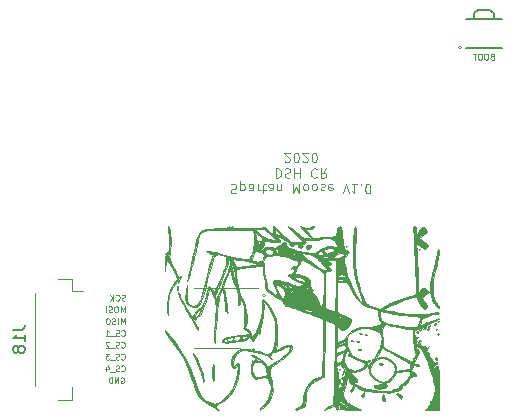
<source format=gbr>
%TF.GenerationSoftware,KiCad,Pcbnew,(5.1.6-0-10_14)*%
%TF.CreationDate,2020-11-09T20:44:41+11:00*%
%TF.ProjectId,spartan_mk1,73706172-7461-46e5-9f6d-6b312e6b6963,rev?*%
%TF.SameCoordinates,Original*%
%TF.FileFunction,Legend,Bot*%
%TF.FilePolarity,Positive*%
%FSLAX46Y46*%
G04 Gerber Fmt 4.6, Leading zero omitted, Abs format (unit mm)*
G04 Created by KiCad (PCBNEW (5.1.6-0-10_14)) date 2020-11-09 20:44:41*
%MOMM*%
%LPD*%
G01*
G04 APERTURE LIST*
%ADD10C,0.120000*%
%ADD11C,0.125000*%
%ADD12C,0.010000*%
%ADD13C,0.127000*%
%ADD14C,0.100000*%
%ADD15C,0.150000*%
G04 APERTURE END LIST*
D10*
X72200000Y-76400000D02*
G75*
G03*
X72200000Y-76400000I-100000J0D01*
G01*
D11*
X69295238Y-67001190D02*
X69409523Y-66963095D01*
X69600000Y-66963095D01*
X69676190Y-67001190D01*
X69714285Y-67039285D01*
X69752380Y-67115476D01*
X69752380Y-67191666D01*
X69714285Y-67267857D01*
X69676190Y-67305952D01*
X69600000Y-67344047D01*
X69447619Y-67382142D01*
X69371428Y-67420238D01*
X69333333Y-67458333D01*
X69295238Y-67534523D01*
X69295238Y-67610714D01*
X69333333Y-67686904D01*
X69371428Y-67725000D01*
X69447619Y-67763095D01*
X69638095Y-67763095D01*
X69752380Y-67725000D01*
X70095238Y-67496428D02*
X70095238Y-66696428D01*
X70095238Y-67458333D02*
X70171428Y-67496428D01*
X70323809Y-67496428D01*
X70400000Y-67458333D01*
X70438095Y-67420238D01*
X70476190Y-67344047D01*
X70476190Y-67115476D01*
X70438095Y-67039285D01*
X70400000Y-67001190D01*
X70323809Y-66963095D01*
X70171428Y-66963095D01*
X70095238Y-67001190D01*
X71161904Y-66963095D02*
X71161904Y-67382142D01*
X71123809Y-67458333D01*
X71047619Y-67496428D01*
X70895238Y-67496428D01*
X70819047Y-67458333D01*
X71161904Y-67001190D02*
X71085714Y-66963095D01*
X70895238Y-66963095D01*
X70819047Y-67001190D01*
X70780952Y-67077380D01*
X70780952Y-67153571D01*
X70819047Y-67229761D01*
X70895238Y-67267857D01*
X71085714Y-67267857D01*
X71161904Y-67305952D01*
X71542857Y-66963095D02*
X71542857Y-67496428D01*
X71542857Y-67344047D02*
X71580952Y-67420238D01*
X71619047Y-67458333D01*
X71695238Y-67496428D01*
X71771428Y-67496428D01*
X71923809Y-67496428D02*
X72228571Y-67496428D01*
X72038095Y-67763095D02*
X72038095Y-67077380D01*
X72076190Y-67001190D01*
X72152380Y-66963095D01*
X72228571Y-66963095D01*
X72838095Y-66963095D02*
X72838095Y-67382142D01*
X72800000Y-67458333D01*
X72723809Y-67496428D01*
X72571428Y-67496428D01*
X72495238Y-67458333D01*
X72838095Y-67001190D02*
X72761904Y-66963095D01*
X72571428Y-66963095D01*
X72495238Y-67001190D01*
X72457142Y-67077380D01*
X72457142Y-67153571D01*
X72495238Y-67229761D01*
X72571428Y-67267857D01*
X72761904Y-67267857D01*
X72838095Y-67305952D01*
X73219047Y-67496428D02*
X73219047Y-66963095D01*
X73219047Y-67420238D02*
X73257142Y-67458333D01*
X73333333Y-67496428D01*
X73447619Y-67496428D01*
X73523809Y-67458333D01*
X73561904Y-67382142D01*
X73561904Y-66963095D01*
X74552380Y-66963095D02*
X74552380Y-67763095D01*
X74819047Y-67191666D01*
X75085714Y-67763095D01*
X75085714Y-66963095D01*
X75580952Y-66963095D02*
X75504761Y-67001190D01*
X75466666Y-67039285D01*
X75428571Y-67115476D01*
X75428571Y-67344047D01*
X75466666Y-67420238D01*
X75504761Y-67458333D01*
X75580952Y-67496428D01*
X75695238Y-67496428D01*
X75771428Y-67458333D01*
X75809523Y-67420238D01*
X75847619Y-67344047D01*
X75847619Y-67115476D01*
X75809523Y-67039285D01*
X75771428Y-67001190D01*
X75695238Y-66963095D01*
X75580952Y-66963095D01*
X76304761Y-66963095D02*
X76228571Y-67001190D01*
X76190476Y-67039285D01*
X76152380Y-67115476D01*
X76152380Y-67344047D01*
X76190476Y-67420238D01*
X76228571Y-67458333D01*
X76304761Y-67496428D01*
X76419047Y-67496428D01*
X76495238Y-67458333D01*
X76533333Y-67420238D01*
X76571428Y-67344047D01*
X76571428Y-67115476D01*
X76533333Y-67039285D01*
X76495238Y-67001190D01*
X76419047Y-66963095D01*
X76304761Y-66963095D01*
X76876190Y-67001190D02*
X76952380Y-66963095D01*
X77104761Y-66963095D01*
X77180952Y-67001190D01*
X77219047Y-67077380D01*
X77219047Y-67115476D01*
X77180952Y-67191666D01*
X77104761Y-67229761D01*
X76990476Y-67229761D01*
X76914285Y-67267857D01*
X76876190Y-67344047D01*
X76876190Y-67382142D01*
X76914285Y-67458333D01*
X76990476Y-67496428D01*
X77104761Y-67496428D01*
X77180952Y-67458333D01*
X77866666Y-67001190D02*
X77790476Y-66963095D01*
X77638095Y-66963095D01*
X77561904Y-67001190D01*
X77523809Y-67077380D01*
X77523809Y-67382142D01*
X77561904Y-67458333D01*
X77638095Y-67496428D01*
X77790476Y-67496428D01*
X77866666Y-67458333D01*
X77904761Y-67382142D01*
X77904761Y-67305952D01*
X77523809Y-67229761D01*
X78742857Y-67763095D02*
X79009523Y-66963095D01*
X79276190Y-67763095D01*
X79961904Y-66963095D02*
X79504761Y-66963095D01*
X79733333Y-66963095D02*
X79733333Y-67763095D01*
X79657142Y-67648809D01*
X79580952Y-67572619D01*
X79504761Y-67534523D01*
X80304761Y-67039285D02*
X80342857Y-67001190D01*
X80304761Y-66963095D01*
X80266666Y-67001190D01*
X80304761Y-67039285D01*
X80304761Y-66963095D01*
X80838095Y-67763095D02*
X80914285Y-67763095D01*
X80990476Y-67725000D01*
X81028571Y-67686904D01*
X81066666Y-67610714D01*
X81104761Y-67458333D01*
X81104761Y-67267857D01*
X81066666Y-67115476D01*
X81028571Y-67039285D01*
X80990476Y-67001190D01*
X80914285Y-66963095D01*
X80838095Y-66963095D01*
X80761904Y-67001190D01*
X80723809Y-67039285D01*
X80685714Y-67115476D01*
X80647619Y-67267857D01*
X80647619Y-67458333D01*
X80685714Y-67610714D01*
X80723809Y-67686904D01*
X80761904Y-67725000D01*
X80838095Y-67763095D01*
X73085714Y-65638095D02*
X73085714Y-66438095D01*
X73276190Y-66438095D01*
X73390476Y-66400000D01*
X73466666Y-66323809D01*
X73504761Y-66247619D01*
X73542857Y-66095238D01*
X73542857Y-65980952D01*
X73504761Y-65828571D01*
X73466666Y-65752380D01*
X73390476Y-65676190D01*
X73276190Y-65638095D01*
X73085714Y-65638095D01*
X73847619Y-65676190D02*
X73961904Y-65638095D01*
X74152380Y-65638095D01*
X74228571Y-65676190D01*
X74266666Y-65714285D01*
X74304761Y-65790476D01*
X74304761Y-65866666D01*
X74266666Y-65942857D01*
X74228571Y-65980952D01*
X74152380Y-66019047D01*
X74000000Y-66057142D01*
X73923809Y-66095238D01*
X73885714Y-66133333D01*
X73847619Y-66209523D01*
X73847619Y-66285714D01*
X73885714Y-66361904D01*
X73923809Y-66400000D01*
X74000000Y-66438095D01*
X74190476Y-66438095D01*
X74304761Y-66400000D01*
X74647619Y-65638095D02*
X74647619Y-66438095D01*
X74647619Y-66057142D02*
X75104761Y-66057142D01*
X75104761Y-65638095D02*
X75104761Y-66438095D01*
X76552380Y-65714285D02*
X76514285Y-65676190D01*
X76400000Y-65638095D01*
X76323809Y-65638095D01*
X76209523Y-65676190D01*
X76133333Y-65752380D01*
X76095238Y-65828571D01*
X76057142Y-65980952D01*
X76057142Y-66095238D01*
X76095238Y-66247619D01*
X76133333Y-66323809D01*
X76209523Y-66400000D01*
X76323809Y-66438095D01*
X76400000Y-66438095D01*
X76514285Y-66400000D01*
X76552380Y-66361904D01*
X77352380Y-65638095D02*
X77085714Y-66019047D01*
X76895238Y-65638095D02*
X76895238Y-66438095D01*
X77200000Y-66438095D01*
X77276190Y-66400000D01*
X77314285Y-66361904D01*
X77352380Y-66285714D01*
X77352380Y-66171428D01*
X77314285Y-66095238D01*
X77276190Y-66057142D01*
X77200000Y-66019047D01*
X76895238Y-66019047D01*
X73828571Y-65036904D02*
X73866666Y-65075000D01*
X73942857Y-65113095D01*
X74133333Y-65113095D01*
X74209523Y-65075000D01*
X74247619Y-65036904D01*
X74285714Y-64960714D01*
X74285714Y-64884523D01*
X74247619Y-64770238D01*
X73790476Y-64313095D01*
X74285714Y-64313095D01*
X74780952Y-65113095D02*
X74857142Y-65113095D01*
X74933333Y-65075000D01*
X74971428Y-65036904D01*
X75009523Y-64960714D01*
X75047619Y-64808333D01*
X75047619Y-64617857D01*
X75009523Y-64465476D01*
X74971428Y-64389285D01*
X74933333Y-64351190D01*
X74857142Y-64313095D01*
X74780952Y-64313095D01*
X74704761Y-64351190D01*
X74666666Y-64389285D01*
X74628571Y-64465476D01*
X74590476Y-64617857D01*
X74590476Y-64808333D01*
X74628571Y-64960714D01*
X74666666Y-65036904D01*
X74704761Y-65075000D01*
X74780952Y-65113095D01*
X75352380Y-65036904D02*
X75390476Y-65075000D01*
X75466666Y-65113095D01*
X75657142Y-65113095D01*
X75733333Y-65075000D01*
X75771428Y-65036904D01*
X75809523Y-64960714D01*
X75809523Y-64884523D01*
X75771428Y-64770238D01*
X75314285Y-64313095D01*
X75809523Y-64313095D01*
X76304761Y-65113095D02*
X76380952Y-65113095D01*
X76457142Y-65075000D01*
X76495238Y-65036904D01*
X76533333Y-64960714D01*
X76571428Y-64808333D01*
X76571428Y-64617857D01*
X76533333Y-64465476D01*
X76495238Y-64389285D01*
X76457142Y-64351190D01*
X76380952Y-64313095D01*
X76304761Y-64313095D01*
X76228571Y-64351190D01*
X76190476Y-64389285D01*
X76152380Y-64465476D01*
X76114285Y-64617857D01*
X76114285Y-64808333D01*
X76152380Y-64960714D01*
X76190476Y-65036904D01*
X76228571Y-65075000D01*
X76304761Y-65113095D01*
X91378571Y-56164285D02*
X91307142Y-56188095D01*
X91283333Y-56211904D01*
X91259523Y-56259523D01*
X91259523Y-56330952D01*
X91283333Y-56378571D01*
X91307142Y-56402380D01*
X91354761Y-56426190D01*
X91545238Y-56426190D01*
X91545238Y-55926190D01*
X91378571Y-55926190D01*
X91330952Y-55950000D01*
X91307142Y-55973809D01*
X91283333Y-56021428D01*
X91283333Y-56069047D01*
X91307142Y-56116666D01*
X91330952Y-56140476D01*
X91378571Y-56164285D01*
X91545238Y-56164285D01*
X90950000Y-55926190D02*
X90854761Y-55926190D01*
X90807142Y-55950000D01*
X90759523Y-55997619D01*
X90735714Y-56092857D01*
X90735714Y-56259523D01*
X90759523Y-56354761D01*
X90807142Y-56402380D01*
X90854761Y-56426190D01*
X90950000Y-56426190D01*
X90997619Y-56402380D01*
X91045238Y-56354761D01*
X91069047Y-56259523D01*
X91069047Y-56092857D01*
X91045238Y-55997619D01*
X90997619Y-55950000D01*
X90950000Y-55926190D01*
X90426190Y-55926190D02*
X90330952Y-55926190D01*
X90283333Y-55950000D01*
X90235714Y-55997619D01*
X90211904Y-56092857D01*
X90211904Y-56259523D01*
X90235714Y-56354761D01*
X90283333Y-56402380D01*
X90330952Y-56426190D01*
X90426190Y-56426190D01*
X90473809Y-56402380D01*
X90521428Y-56354761D01*
X90545238Y-56259523D01*
X90545238Y-56092857D01*
X90521428Y-55997619D01*
X90473809Y-55950000D01*
X90426190Y-55926190D01*
X90069047Y-55926190D02*
X89783333Y-55926190D01*
X89926190Y-56426190D02*
X89926190Y-55926190D01*
X59980952Y-83350000D02*
X60028571Y-83326190D01*
X60100000Y-83326190D01*
X60171428Y-83350000D01*
X60219047Y-83397619D01*
X60242857Y-83445238D01*
X60266666Y-83540476D01*
X60266666Y-83611904D01*
X60242857Y-83707142D01*
X60219047Y-83754761D01*
X60171428Y-83802380D01*
X60100000Y-83826190D01*
X60052380Y-83826190D01*
X59980952Y-83802380D01*
X59957142Y-83778571D01*
X59957142Y-83611904D01*
X60052380Y-83611904D01*
X59742857Y-83826190D02*
X59742857Y-83326190D01*
X59457142Y-83826190D01*
X59457142Y-83326190D01*
X59219047Y-83826190D02*
X59219047Y-83326190D01*
X59100000Y-83326190D01*
X59028571Y-83350000D01*
X58980952Y-83397619D01*
X58957142Y-83445238D01*
X58933333Y-83540476D01*
X58933333Y-83611904D01*
X58957142Y-83707142D01*
X58980952Y-83754761D01*
X59028571Y-83802380D01*
X59100000Y-83826190D01*
X59219047Y-83826190D01*
X60011904Y-82778571D02*
X60035714Y-82802380D01*
X60107142Y-82826190D01*
X60154761Y-82826190D01*
X60226190Y-82802380D01*
X60273809Y-82754761D01*
X60297619Y-82707142D01*
X60321428Y-82611904D01*
X60321428Y-82540476D01*
X60297619Y-82445238D01*
X60273809Y-82397619D01*
X60226190Y-82350000D01*
X60154761Y-82326190D01*
X60107142Y-82326190D01*
X60035714Y-82350000D01*
X60011904Y-82373809D01*
X59821428Y-82802380D02*
X59750000Y-82826190D01*
X59630952Y-82826190D01*
X59583333Y-82802380D01*
X59559523Y-82778571D01*
X59535714Y-82730952D01*
X59535714Y-82683333D01*
X59559523Y-82635714D01*
X59583333Y-82611904D01*
X59630952Y-82588095D01*
X59726190Y-82564285D01*
X59773809Y-82540476D01*
X59797619Y-82516666D01*
X59821428Y-82469047D01*
X59821428Y-82421428D01*
X59797619Y-82373809D01*
X59773809Y-82350000D01*
X59726190Y-82326190D01*
X59607142Y-82326190D01*
X59535714Y-82350000D01*
X59440476Y-82873809D02*
X59059523Y-82873809D01*
X58726190Y-82492857D02*
X58726190Y-82826190D01*
X58845238Y-82302380D02*
X58964285Y-82659523D01*
X58654761Y-82659523D01*
X60011904Y-81778571D02*
X60035714Y-81802380D01*
X60107142Y-81826190D01*
X60154761Y-81826190D01*
X60226190Y-81802380D01*
X60273809Y-81754761D01*
X60297619Y-81707142D01*
X60321428Y-81611904D01*
X60321428Y-81540476D01*
X60297619Y-81445238D01*
X60273809Y-81397619D01*
X60226190Y-81350000D01*
X60154761Y-81326190D01*
X60107142Y-81326190D01*
X60035714Y-81350000D01*
X60011904Y-81373809D01*
X59821428Y-81802380D02*
X59750000Y-81826190D01*
X59630952Y-81826190D01*
X59583333Y-81802380D01*
X59559523Y-81778571D01*
X59535714Y-81730952D01*
X59535714Y-81683333D01*
X59559523Y-81635714D01*
X59583333Y-81611904D01*
X59630952Y-81588095D01*
X59726190Y-81564285D01*
X59773809Y-81540476D01*
X59797619Y-81516666D01*
X59821428Y-81469047D01*
X59821428Y-81421428D01*
X59797619Y-81373809D01*
X59773809Y-81350000D01*
X59726190Y-81326190D01*
X59607142Y-81326190D01*
X59535714Y-81350000D01*
X59440476Y-81873809D02*
X59059523Y-81873809D01*
X58988095Y-81326190D02*
X58678571Y-81326190D01*
X58845238Y-81516666D01*
X58773809Y-81516666D01*
X58726190Y-81540476D01*
X58702380Y-81564285D01*
X58678571Y-81611904D01*
X58678571Y-81730952D01*
X58702380Y-81778571D01*
X58726190Y-81802380D01*
X58773809Y-81826190D01*
X58916666Y-81826190D01*
X58964285Y-81802380D01*
X58988095Y-81778571D01*
X60011904Y-80778571D02*
X60035714Y-80802380D01*
X60107142Y-80826190D01*
X60154761Y-80826190D01*
X60226190Y-80802380D01*
X60273809Y-80754761D01*
X60297619Y-80707142D01*
X60321428Y-80611904D01*
X60321428Y-80540476D01*
X60297619Y-80445238D01*
X60273809Y-80397619D01*
X60226190Y-80350000D01*
X60154761Y-80326190D01*
X60107142Y-80326190D01*
X60035714Y-80350000D01*
X60011904Y-80373809D01*
X59821428Y-80802380D02*
X59750000Y-80826190D01*
X59630952Y-80826190D01*
X59583333Y-80802380D01*
X59559523Y-80778571D01*
X59535714Y-80730952D01*
X59535714Y-80683333D01*
X59559523Y-80635714D01*
X59583333Y-80611904D01*
X59630952Y-80588095D01*
X59726190Y-80564285D01*
X59773809Y-80540476D01*
X59797619Y-80516666D01*
X59821428Y-80469047D01*
X59821428Y-80421428D01*
X59797619Y-80373809D01*
X59773809Y-80350000D01*
X59726190Y-80326190D01*
X59607142Y-80326190D01*
X59535714Y-80350000D01*
X59440476Y-80873809D02*
X59059523Y-80873809D01*
X58964285Y-80373809D02*
X58940476Y-80350000D01*
X58892857Y-80326190D01*
X58773809Y-80326190D01*
X58726190Y-80350000D01*
X58702380Y-80373809D01*
X58678571Y-80421428D01*
X58678571Y-80469047D01*
X58702380Y-80540476D01*
X58988095Y-80826190D01*
X58678571Y-80826190D01*
X60011904Y-79778571D02*
X60035714Y-79802380D01*
X60107142Y-79826190D01*
X60154761Y-79826190D01*
X60226190Y-79802380D01*
X60273809Y-79754761D01*
X60297619Y-79707142D01*
X60321428Y-79611904D01*
X60321428Y-79540476D01*
X60297619Y-79445238D01*
X60273809Y-79397619D01*
X60226190Y-79350000D01*
X60154761Y-79326190D01*
X60107142Y-79326190D01*
X60035714Y-79350000D01*
X60011904Y-79373809D01*
X59821428Y-79802380D02*
X59750000Y-79826190D01*
X59630952Y-79826190D01*
X59583333Y-79802380D01*
X59559523Y-79778571D01*
X59535714Y-79730952D01*
X59535714Y-79683333D01*
X59559523Y-79635714D01*
X59583333Y-79611904D01*
X59630952Y-79588095D01*
X59726190Y-79564285D01*
X59773809Y-79540476D01*
X59797619Y-79516666D01*
X59821428Y-79469047D01*
X59821428Y-79421428D01*
X59797619Y-79373809D01*
X59773809Y-79350000D01*
X59726190Y-79326190D01*
X59607142Y-79326190D01*
X59535714Y-79350000D01*
X59440476Y-79873809D02*
X59059523Y-79873809D01*
X58678571Y-79826190D02*
X58964285Y-79826190D01*
X58821428Y-79826190D02*
X58821428Y-79326190D01*
X58869047Y-79397619D01*
X58916666Y-79445238D01*
X58964285Y-79469047D01*
X60285714Y-78826190D02*
X60285714Y-78326190D01*
X60119047Y-78683333D01*
X59952380Y-78326190D01*
X59952380Y-78826190D01*
X59714285Y-78826190D02*
X59714285Y-78326190D01*
X59500000Y-78802380D02*
X59428571Y-78826190D01*
X59309523Y-78826190D01*
X59261904Y-78802380D01*
X59238095Y-78778571D01*
X59214285Y-78730952D01*
X59214285Y-78683333D01*
X59238095Y-78635714D01*
X59261904Y-78611904D01*
X59309523Y-78588095D01*
X59404761Y-78564285D01*
X59452380Y-78540476D01*
X59476190Y-78516666D01*
X59500000Y-78469047D01*
X59500000Y-78421428D01*
X59476190Y-78373809D01*
X59452380Y-78350000D01*
X59404761Y-78326190D01*
X59285714Y-78326190D01*
X59214285Y-78350000D01*
X58904761Y-78326190D02*
X58809523Y-78326190D01*
X58761904Y-78350000D01*
X58714285Y-78397619D01*
X58690476Y-78492857D01*
X58690476Y-78659523D01*
X58714285Y-78754761D01*
X58761904Y-78802380D01*
X58809523Y-78826190D01*
X58904761Y-78826190D01*
X58952380Y-78802380D01*
X59000000Y-78754761D01*
X59023809Y-78659523D01*
X59023809Y-78492857D01*
X59000000Y-78397619D01*
X58952380Y-78350000D01*
X58904761Y-78326190D01*
X60285714Y-77826190D02*
X60285714Y-77326190D01*
X60119047Y-77683333D01*
X59952380Y-77326190D01*
X59952380Y-77826190D01*
X59619047Y-77326190D02*
X59523809Y-77326190D01*
X59476190Y-77350000D01*
X59428571Y-77397619D01*
X59404761Y-77492857D01*
X59404761Y-77659523D01*
X59428571Y-77754761D01*
X59476190Y-77802380D01*
X59523809Y-77826190D01*
X59619047Y-77826190D01*
X59666666Y-77802380D01*
X59714285Y-77754761D01*
X59738095Y-77659523D01*
X59738095Y-77492857D01*
X59714285Y-77397619D01*
X59666666Y-77350000D01*
X59619047Y-77326190D01*
X59214285Y-77802380D02*
X59142857Y-77826190D01*
X59023809Y-77826190D01*
X58976190Y-77802380D01*
X58952380Y-77778571D01*
X58928571Y-77730952D01*
X58928571Y-77683333D01*
X58952380Y-77635714D01*
X58976190Y-77611904D01*
X59023809Y-77588095D01*
X59119047Y-77564285D01*
X59166666Y-77540476D01*
X59190476Y-77516666D01*
X59214285Y-77469047D01*
X59214285Y-77421428D01*
X59190476Y-77373809D01*
X59166666Y-77350000D01*
X59119047Y-77326190D01*
X59000000Y-77326190D01*
X58928571Y-77350000D01*
X58714285Y-77826190D02*
X58714285Y-77326190D01*
X60342857Y-76802380D02*
X60271428Y-76826190D01*
X60152380Y-76826190D01*
X60104761Y-76802380D01*
X60080952Y-76778571D01*
X60057142Y-76730952D01*
X60057142Y-76683333D01*
X60080952Y-76635714D01*
X60104761Y-76611904D01*
X60152380Y-76588095D01*
X60247619Y-76564285D01*
X60295238Y-76540476D01*
X60319047Y-76516666D01*
X60342857Y-76469047D01*
X60342857Y-76421428D01*
X60319047Y-76373809D01*
X60295238Y-76350000D01*
X60247619Y-76326190D01*
X60128571Y-76326190D01*
X60057142Y-76350000D01*
X59557142Y-76778571D02*
X59580952Y-76802380D01*
X59652380Y-76826190D01*
X59700000Y-76826190D01*
X59771428Y-76802380D01*
X59819047Y-76754761D01*
X59842857Y-76707142D01*
X59866666Y-76611904D01*
X59866666Y-76540476D01*
X59842857Y-76445238D01*
X59819047Y-76397619D01*
X59771428Y-76350000D01*
X59700000Y-76326190D01*
X59652380Y-76326190D01*
X59580952Y-76350000D01*
X59557142Y-76373809D01*
X59342857Y-76826190D02*
X59342857Y-76326190D01*
X59057142Y-76826190D02*
X59271428Y-76540476D01*
X59057142Y-76326190D02*
X59342857Y-76611904D01*
D12*
%TO.C,G\u002A\u002A\u002A*%
G36*
X82198187Y-84264974D02*
G01*
X82232083Y-84258417D01*
X82437026Y-84176957D01*
X82496667Y-84046477D01*
X82477595Y-83959096D01*
X82394998Y-83914448D01*
X82210798Y-83902417D01*
X81978752Y-83908894D01*
X81634270Y-83942598D01*
X81446659Y-84007766D01*
X81416081Y-84044712D01*
X81428260Y-84186419D01*
X81578829Y-84274597D01*
X81843550Y-84302898D01*
X82198187Y-84264974D01*
G37*
X82198187Y-84264974D02*
X82232083Y-84258417D01*
X82437026Y-84176957D01*
X82496667Y-84046477D01*
X82477595Y-83959096D01*
X82394998Y-83914448D01*
X82210798Y-83902417D01*
X81978752Y-83908894D01*
X81634270Y-83942598D01*
X81446659Y-84007766D01*
X81416081Y-84044712D01*
X81428260Y-84186419D01*
X81578829Y-84274597D01*
X81843550Y-84302898D01*
X82198187Y-84264974D01*
G36*
X78658444Y-83944445D02*
G01*
X78668577Y-83843965D01*
X78658444Y-83831556D01*
X78608110Y-83843178D01*
X78602000Y-83888000D01*
X78632978Y-83957690D01*
X78658444Y-83944445D01*
G37*
X78658444Y-83944445D02*
X78668577Y-83843965D01*
X78658444Y-83831556D01*
X78608110Y-83843178D01*
X78602000Y-83888000D01*
X78632978Y-83957690D01*
X78658444Y-83944445D01*
G36*
X78492548Y-83823513D02*
G01*
X78506179Y-83602903D01*
X78490839Y-83484846D01*
X78467953Y-83465055D01*
X78455112Y-83586641D01*
X78454018Y-83676333D01*
X78462354Y-83840298D01*
X78481477Y-83865173D01*
X78492548Y-83823513D01*
G37*
X78492548Y-83823513D02*
X78506179Y-83602903D01*
X78490839Y-83484846D01*
X78467953Y-83465055D01*
X78455112Y-83586641D01*
X78454018Y-83676333D01*
X78462354Y-83840298D01*
X78481477Y-83865173D01*
X78492548Y-83823513D01*
G36*
X78686667Y-83422333D02*
G01*
X78767437Y-83346251D01*
X78771333Y-83332670D01*
X78705827Y-83296304D01*
X78686667Y-83295333D01*
X78605253Y-83360421D01*
X78602000Y-83384997D01*
X78653870Y-83435563D01*
X78686667Y-83422333D01*
G37*
X78686667Y-83422333D02*
X78767437Y-83346251D01*
X78771333Y-83332670D01*
X78705827Y-83296304D01*
X78686667Y-83295333D01*
X78605253Y-83360421D01*
X78602000Y-83384997D01*
X78653870Y-83435563D01*
X78686667Y-83422333D01*
G36*
X78771333Y-83083667D02*
G01*
X78729000Y-83041333D01*
X78686667Y-83083667D01*
X78729000Y-83126000D01*
X78771333Y-83083667D01*
G37*
X78771333Y-83083667D02*
X78729000Y-83041333D01*
X78686667Y-83083667D01*
X78729000Y-83126000D01*
X78771333Y-83083667D01*
G36*
X78877909Y-82901648D02*
G01*
X78925609Y-82847810D01*
X78961204Y-82760633D01*
X78860929Y-82738953D01*
X78749017Y-82784257D01*
X78747678Y-82847810D01*
X78799516Y-82947326D01*
X78812358Y-82956667D01*
X78877909Y-82901648D01*
G37*
X78877909Y-82901648D02*
X78925609Y-82847810D01*
X78961204Y-82760633D01*
X78860929Y-82738953D01*
X78749017Y-82784257D01*
X78747678Y-82847810D01*
X78799516Y-82947326D01*
X78812358Y-82956667D01*
X78877909Y-82901648D01*
G36*
X78517333Y-82660333D02*
G01*
X78475000Y-82618000D01*
X78432667Y-82660333D01*
X78475000Y-82702667D01*
X78517333Y-82660333D01*
G37*
X78517333Y-82660333D02*
X78475000Y-82618000D01*
X78432667Y-82660333D01*
X78475000Y-82702667D01*
X78517333Y-82660333D01*
G36*
X78822433Y-82555260D02*
G01*
X78771333Y-82448667D01*
X78668114Y-82314722D01*
X78599850Y-82279333D01*
X78586541Y-82332169D01*
X78663978Y-82448667D01*
X78780558Y-82574525D01*
X78835462Y-82618000D01*
X78822433Y-82555260D01*
G37*
X78822433Y-82555260D02*
X78771333Y-82448667D01*
X78668114Y-82314722D01*
X78599850Y-82279333D01*
X78586541Y-82332169D01*
X78663978Y-82448667D01*
X78780558Y-82574525D01*
X78835462Y-82618000D01*
X78822433Y-82555260D01*
G36*
X82126247Y-82243877D02*
G01*
X82158000Y-82194667D01*
X82087087Y-82125877D01*
X81988667Y-82110000D01*
X81851086Y-82145456D01*
X81819333Y-82194667D01*
X81890246Y-82263457D01*
X81988667Y-82279333D01*
X82126247Y-82243877D01*
G37*
X82126247Y-82243877D02*
X82158000Y-82194667D01*
X82087087Y-82125877D01*
X81988667Y-82110000D01*
X81851086Y-82145456D01*
X81819333Y-82194667D01*
X81890246Y-82263457D01*
X81988667Y-82279333D01*
X82126247Y-82243877D01*
G36*
X69542667Y-80035667D02*
G01*
X69500333Y-79993333D01*
X69458000Y-80035667D01*
X69500333Y-80078000D01*
X69542667Y-80035667D01*
G37*
X69542667Y-80035667D02*
X69500333Y-79993333D01*
X69458000Y-80035667D01*
X69500333Y-80078000D01*
X69542667Y-80035667D01*
G36*
X80318111Y-80980203D02*
G01*
X80320926Y-80952408D01*
X80188384Y-80941056D01*
X80168333Y-80941172D01*
X80037019Y-80953381D01*
X80049554Y-80979150D01*
X80064111Y-80983340D01*
X80248541Y-80995735D01*
X80318111Y-80980203D01*
G37*
X80318111Y-80980203D02*
X80320926Y-80952408D01*
X80188384Y-80941056D01*
X80168333Y-80941172D01*
X80037019Y-80953381D01*
X80049554Y-80979150D01*
X80064111Y-80983340D01*
X80248541Y-80995735D01*
X80318111Y-80980203D01*
G36*
X80147167Y-80303407D02*
G01*
X80157803Y-80272504D01*
X80041333Y-80260702D01*
X79921138Y-80274007D01*
X79935500Y-80303407D01*
X80108842Y-80314589D01*
X80147167Y-80303407D01*
G37*
X80147167Y-80303407D02*
X80157803Y-80272504D01*
X80041333Y-80260702D01*
X79921138Y-80274007D01*
X79935500Y-80303407D01*
X80108842Y-80314589D01*
X80147167Y-80303407D01*
G36*
X79589778Y-80219111D02*
G01*
X79578155Y-80168777D01*
X79533333Y-80162667D01*
X79463643Y-80193645D01*
X79476889Y-80219111D01*
X79577368Y-80229244D01*
X79589778Y-80219111D01*
G37*
X79589778Y-80219111D02*
X79578155Y-80168777D01*
X79533333Y-80162667D01*
X79463643Y-80193645D01*
X79476889Y-80219111D01*
X79577368Y-80229244D01*
X79589778Y-80219111D01*
G36*
X80775111Y-79711111D02*
G01*
X80763489Y-79660777D01*
X80718667Y-79654667D01*
X80648976Y-79685645D01*
X80662222Y-79711111D01*
X80762702Y-79721244D01*
X80775111Y-79711111D01*
G37*
X80775111Y-79711111D02*
X80763489Y-79660777D01*
X80718667Y-79654667D01*
X80648976Y-79685645D01*
X80662222Y-79711111D01*
X80762702Y-79721244D01*
X80775111Y-79711111D01*
G36*
X80357069Y-79621153D02*
G01*
X80331818Y-79582671D01*
X80245944Y-79576684D01*
X80155602Y-79597362D01*
X80194792Y-79627837D01*
X80327115Y-79637931D01*
X80357069Y-79621153D01*
G37*
X80357069Y-79621153D02*
X80331818Y-79582671D01*
X80245944Y-79576684D01*
X80155602Y-79597362D01*
X80194792Y-79627837D01*
X80327115Y-79637931D01*
X80357069Y-79621153D01*
G36*
X75943868Y-72413764D02*
G01*
X76063800Y-72301127D01*
X76089705Y-72246333D01*
X76037006Y-72168647D01*
X75897190Y-72135927D01*
X75748294Y-72155743D01*
X75679433Y-72206536D01*
X75667992Y-72339975D01*
X75765447Y-72430390D01*
X75911415Y-72430462D01*
X75943868Y-72413764D01*
G37*
X75943868Y-72413764D02*
X76063800Y-72301127D01*
X76089705Y-72246333D01*
X76037006Y-72168647D01*
X75897190Y-72135927D01*
X75748294Y-72155743D01*
X75679433Y-72206536D01*
X75667992Y-72339975D01*
X75765447Y-72430390D01*
X75911415Y-72430462D01*
X75943868Y-72413764D01*
G36*
X71828667Y-71823000D02*
G01*
X71786333Y-71780667D01*
X71744000Y-71823000D01*
X71786333Y-71865333D01*
X71828667Y-71823000D01*
G37*
X71828667Y-71823000D02*
X71786333Y-71780667D01*
X71744000Y-71823000D01*
X71786333Y-71865333D01*
X71828667Y-71823000D01*
G36*
X82364129Y-85305248D02*
G01*
X82352572Y-85208110D01*
X82326397Y-85156250D01*
X82272568Y-84991067D01*
X82282466Y-84908101D01*
X82277557Y-84809035D01*
X82187742Y-84765856D01*
X82127476Y-84793413D01*
X82087835Y-84909968D01*
X82073333Y-85087445D01*
X82103109Y-85266450D01*
X82212804Y-85326010D01*
X82245645Y-85327333D01*
X82364129Y-85305248D01*
G37*
X82364129Y-85305248D02*
X82352572Y-85208110D01*
X82326397Y-85156250D01*
X82272568Y-84991067D01*
X82282466Y-84908101D01*
X82277557Y-84809035D01*
X82187742Y-84765856D01*
X82127476Y-84793413D01*
X82087835Y-84909968D01*
X82073333Y-85087445D01*
X82103109Y-85266450D01*
X82212804Y-85326010D01*
X82245645Y-85327333D01*
X82364129Y-85305248D01*
G36*
X83729501Y-85086058D02*
G01*
X83736543Y-84954458D01*
X83707524Y-84813411D01*
X83666683Y-84786506D01*
X83577398Y-84763185D01*
X83555853Y-84736048D01*
X83457424Y-84661135D01*
X83347000Y-84655347D01*
X83295393Y-84713011D01*
X83308881Y-84755833D01*
X83434005Y-84935576D01*
X83575663Y-85088098D01*
X83681581Y-85157676D01*
X83686166Y-85158000D01*
X83729501Y-85086058D01*
G37*
X83729501Y-85086058D02*
X83736543Y-84954458D01*
X83707524Y-84813411D01*
X83666683Y-84786506D01*
X83577398Y-84763185D01*
X83555853Y-84736048D01*
X83457424Y-84661135D01*
X83347000Y-84655347D01*
X83295393Y-84713011D01*
X83308881Y-84755833D01*
X83434005Y-84935576D01*
X83575663Y-85088098D01*
X83681581Y-85157676D01*
X83686166Y-85158000D01*
X83729501Y-85086058D01*
G36*
X80492267Y-84955684D02*
G01*
X80557086Y-84798167D01*
X80596164Y-84615496D01*
X80563439Y-84581180D01*
X80443109Y-84683766D01*
X80424601Y-84702161D01*
X80323442Y-84862061D01*
X80348767Y-84982844D01*
X80418358Y-85016183D01*
X80492267Y-84955684D01*
G37*
X80492267Y-84955684D02*
X80557086Y-84798167D01*
X80596164Y-84615496D01*
X80563439Y-84581180D01*
X80443109Y-84683766D01*
X80424601Y-84702161D01*
X80323442Y-84862061D01*
X80348767Y-84982844D01*
X80418358Y-85016183D01*
X80492267Y-84955684D01*
G36*
X79517610Y-84499222D02*
G01*
X79639292Y-84356080D01*
X79723979Y-84183968D01*
X79695891Y-84101638D01*
X79583640Y-84138732D01*
X79502315Y-84214163D01*
X79394081Y-84377098D01*
X79366072Y-84510980D01*
X79427500Y-84562673D01*
X79517610Y-84499222D01*
G37*
X79517610Y-84499222D02*
X79639292Y-84356080D01*
X79723979Y-84183968D01*
X79695891Y-84101638D01*
X79583640Y-84138732D01*
X79502315Y-84214163D01*
X79394081Y-84377098D01*
X79366072Y-84510980D01*
X79427500Y-84562673D01*
X79517610Y-84499222D01*
G36*
X85228047Y-82337124D02*
G01*
X85248333Y-82279333D01*
X85128913Y-82208208D01*
X85031670Y-82194667D01*
X84896826Y-82231086D01*
X84867333Y-82279333D01*
X84939939Y-82342440D01*
X85083997Y-82364000D01*
X85228047Y-82337124D01*
G37*
X85228047Y-82337124D02*
X85248333Y-82279333D01*
X85128913Y-82208208D01*
X85031670Y-82194667D01*
X84896826Y-82231086D01*
X84867333Y-82279333D01*
X84939939Y-82342440D01*
X85083997Y-82364000D01*
X85228047Y-82337124D01*
G36*
X86701778Y-82166445D02*
G01*
X86711911Y-82065965D01*
X86701778Y-82053556D01*
X86651443Y-82065178D01*
X86645333Y-82110000D01*
X86676311Y-82179690D01*
X86701778Y-82166445D01*
G37*
X86701778Y-82166445D02*
X86711911Y-82065965D01*
X86701778Y-82053556D01*
X86651443Y-82065178D01*
X86645333Y-82110000D01*
X86676311Y-82179690D01*
X86701778Y-82166445D01*
G36*
X67807000Y-83624966D02*
G01*
X67850511Y-83497005D01*
X67876362Y-83253715D01*
X67884731Y-82948155D01*
X67875799Y-82633387D01*
X67849745Y-82362472D01*
X67806749Y-82188471D01*
X67802106Y-82179469D01*
X67762601Y-82175649D01*
X67736666Y-82332009D01*
X67723902Y-82652025D01*
X67722333Y-82873619D01*
X67730066Y-83295178D01*
X67753272Y-83548211D01*
X67791963Y-83632818D01*
X67807000Y-83624966D01*
G37*
X67807000Y-83624966D02*
X67850511Y-83497005D01*
X67876362Y-83253715D01*
X67884731Y-82948155D01*
X67875799Y-82633387D01*
X67849745Y-82362472D01*
X67806749Y-82188471D01*
X67802106Y-82179469D01*
X67762601Y-82175649D01*
X67736666Y-82332009D01*
X67723902Y-82652025D01*
X67722333Y-82873619D01*
X67730066Y-83295178D01*
X67753272Y-83548211D01*
X67791963Y-83632818D01*
X67807000Y-83624966D01*
G36*
X86711974Y-81872410D02*
G01*
X86730000Y-81776330D01*
X86695456Y-81636059D01*
X86645333Y-81602000D01*
X86569394Y-81670215D01*
X86560667Y-81724003D01*
X86612267Y-81868152D01*
X86645333Y-81898333D01*
X86711974Y-81872410D01*
G37*
X86711974Y-81872410D02*
X86730000Y-81776330D01*
X86695456Y-81636059D01*
X86645333Y-81602000D01*
X86569394Y-81670215D01*
X86560667Y-81724003D01*
X86612267Y-81868152D01*
X86645333Y-81898333D01*
X86711974Y-81872410D01*
G36*
X66988372Y-83665075D02*
G01*
X66995214Y-83567829D01*
X66969081Y-83330784D01*
X66890053Y-83010366D01*
X66771980Y-82641006D01*
X66628715Y-82257137D01*
X66474108Y-81893191D01*
X66322011Y-81583600D01*
X66186275Y-81362798D01*
X66080752Y-81265215D01*
X66068163Y-81263333D01*
X66044187Y-81322367D01*
X66104375Y-81453833D01*
X66253309Y-81730208D01*
X66425370Y-82115406D01*
X66598777Y-82554981D01*
X66751750Y-82994487D01*
X66841040Y-83295333D01*
X66917781Y-83567457D01*
X66964574Y-83686608D01*
X66988372Y-83665075D01*
G37*
X66988372Y-83665075D02*
X66995214Y-83567829D01*
X66969081Y-83330784D01*
X66890053Y-83010366D01*
X66771980Y-82641006D01*
X66628715Y-82257137D01*
X66474108Y-81893191D01*
X66322011Y-81583600D01*
X66186275Y-81362798D01*
X66080752Y-81265215D01*
X66068163Y-81263333D01*
X66044187Y-81322367D01*
X66104375Y-81453833D01*
X66253309Y-81730208D01*
X66425370Y-82115406D01*
X66598777Y-82554981D01*
X66751750Y-82994487D01*
X66841040Y-83295333D01*
X66917781Y-83567457D01*
X66964574Y-83686608D01*
X66988372Y-83665075D01*
G36*
X71235029Y-80943828D02*
G01*
X71236000Y-80924667D01*
X71170912Y-80843254D01*
X71146336Y-80840000D01*
X71095770Y-80891870D01*
X71109000Y-80924667D01*
X71185082Y-81005437D01*
X71198663Y-81009333D01*
X71235029Y-80943828D01*
G37*
X71235029Y-80943828D02*
X71236000Y-80924667D01*
X71170912Y-80843254D01*
X71146336Y-80840000D01*
X71095770Y-80891870D01*
X71109000Y-80924667D01*
X71185082Y-81005437D01*
X71198663Y-81009333D01*
X71235029Y-80943828D01*
G36*
X85262444Y-80388445D02*
G01*
X85250822Y-80338110D01*
X85206000Y-80332000D01*
X85136310Y-80362978D01*
X85149555Y-80388445D01*
X85250035Y-80398578D01*
X85262444Y-80388445D01*
G37*
X85262444Y-80388445D02*
X85250822Y-80338110D01*
X85206000Y-80332000D01*
X85136310Y-80362978D01*
X85149555Y-80388445D01*
X85250035Y-80398578D01*
X85262444Y-80388445D01*
G36*
X85036667Y-80289667D02*
G01*
X84994333Y-80247333D01*
X84952000Y-80289667D01*
X84994333Y-80332000D01*
X85036667Y-80289667D01*
G37*
X85036667Y-80289667D02*
X84994333Y-80247333D01*
X84952000Y-80289667D01*
X84994333Y-80332000D01*
X85036667Y-80289667D01*
G36*
X85347111Y-80219111D02*
G01*
X85335489Y-80168777D01*
X85290667Y-80162667D01*
X85220976Y-80193645D01*
X85234222Y-80219111D01*
X85334702Y-80229244D01*
X85347111Y-80219111D01*
G37*
X85347111Y-80219111D02*
X85335489Y-80168777D01*
X85290667Y-80162667D01*
X85220976Y-80193645D01*
X85234222Y-80219111D01*
X85334702Y-80229244D01*
X85347111Y-80219111D01*
G36*
X86896873Y-79674904D02*
G01*
X86899333Y-79654667D01*
X86834904Y-79572460D01*
X86814667Y-79570000D01*
X86732460Y-79634429D01*
X86730000Y-79654667D01*
X86794429Y-79736873D01*
X86814667Y-79739333D01*
X86896873Y-79674904D01*
G37*
X86896873Y-79674904D02*
X86899333Y-79654667D01*
X86834904Y-79572460D01*
X86814667Y-79570000D01*
X86732460Y-79634429D01*
X86730000Y-79654667D01*
X86794429Y-79736873D01*
X86814667Y-79739333D01*
X86896873Y-79674904D01*
G36*
X85108915Y-79593085D02*
G01*
X85121333Y-79532664D01*
X85093431Y-79410335D01*
X85020119Y-79447005D01*
X84997949Y-79479483D01*
X85008566Y-79588223D01*
X85035285Y-79611480D01*
X85108915Y-79593085D01*
G37*
X85108915Y-79593085D02*
X85121333Y-79532664D01*
X85093431Y-79410335D01*
X85020119Y-79447005D01*
X84997949Y-79479483D01*
X85008566Y-79588223D01*
X85035285Y-79611480D01*
X85108915Y-79593085D01*
G36*
X86730000Y-79273667D02*
G01*
X86687667Y-79231333D01*
X86645333Y-79273667D01*
X86687667Y-79316000D01*
X86730000Y-79273667D01*
G37*
X86730000Y-79273667D02*
X86687667Y-79231333D01*
X86645333Y-79273667D01*
X86687667Y-79316000D01*
X86730000Y-79273667D01*
G36*
X85346229Y-79348797D02*
G01*
X85333000Y-79316000D01*
X85256918Y-79235230D01*
X85243336Y-79231333D01*
X85206971Y-79296839D01*
X85206000Y-79316000D01*
X85271088Y-79397413D01*
X85295663Y-79400667D01*
X85346229Y-79348797D01*
G37*
X85346229Y-79348797D02*
X85333000Y-79316000D01*
X85256918Y-79235230D01*
X85243336Y-79231333D01*
X85206971Y-79296839D01*
X85206000Y-79316000D01*
X85271088Y-79397413D01*
X85295663Y-79400667D01*
X85346229Y-79348797D01*
G36*
X85954918Y-79281752D02*
G01*
X86045812Y-79196501D01*
X86027166Y-79147491D01*
X86015330Y-79146667D01*
X85943717Y-79206804D01*
X85917582Y-79244415D01*
X85907602Y-79302352D01*
X85954918Y-79281752D01*
G37*
X85954918Y-79281752D02*
X86045812Y-79196501D01*
X86027166Y-79147491D01*
X86015330Y-79146667D01*
X85943717Y-79206804D01*
X85917582Y-79244415D01*
X85907602Y-79302352D01*
X85954918Y-79281752D01*
G36*
X85460000Y-79189000D02*
G01*
X85417667Y-79146667D01*
X85375333Y-79189000D01*
X85417667Y-79231333D01*
X85460000Y-79189000D01*
G37*
X85460000Y-79189000D02*
X85417667Y-79146667D01*
X85375333Y-79189000D01*
X85417667Y-79231333D01*
X85460000Y-79189000D01*
G36*
X85712499Y-79232137D02*
G01*
X85829188Y-79131230D01*
X85838374Y-79057752D01*
X85785174Y-78989022D01*
X85731685Y-79020711D01*
X85645828Y-79151718D01*
X85579264Y-79272999D01*
X85626017Y-79276080D01*
X85712499Y-79232137D01*
G37*
X85712499Y-79232137D02*
X85829188Y-79131230D01*
X85838374Y-79057752D01*
X85785174Y-78989022D01*
X85731685Y-79020711D01*
X85645828Y-79151718D01*
X85579264Y-79272999D01*
X85626017Y-79276080D01*
X85712499Y-79232137D01*
G36*
X86162364Y-79000214D02*
G01*
X86179667Y-78977333D01*
X86175796Y-78899190D01*
X86147327Y-78892667D01*
X86027635Y-78954453D01*
X86010333Y-78977333D01*
X86014203Y-79055477D01*
X86042673Y-79062000D01*
X86162364Y-79000214D01*
G37*
X86162364Y-79000214D02*
X86179667Y-78977333D01*
X86175796Y-78899190D01*
X86147327Y-78892667D01*
X86027635Y-78954453D01*
X86010333Y-78977333D01*
X86014203Y-79055477D01*
X86042673Y-79062000D01*
X86162364Y-79000214D01*
G36*
X86641888Y-78831206D02*
G01*
X86645333Y-78808000D01*
X86616446Y-78725535D01*
X86607997Y-78723333D01*
X86535711Y-78782662D01*
X86518333Y-78808000D01*
X86525046Y-78886019D01*
X86555670Y-78892667D01*
X86641888Y-78831206D01*
G37*
X86641888Y-78831206D02*
X86645333Y-78808000D01*
X86616446Y-78725535D01*
X86607997Y-78723333D01*
X86535711Y-78782662D01*
X86518333Y-78808000D01*
X86525046Y-78886019D01*
X86555670Y-78892667D01*
X86641888Y-78831206D01*
G36*
X86899333Y-78596333D02*
G01*
X86857000Y-78554000D01*
X86814667Y-78596333D01*
X86857000Y-78638667D01*
X86899333Y-78596333D01*
G37*
X86899333Y-78596333D02*
X86857000Y-78554000D01*
X86814667Y-78596333D01*
X86857000Y-78638667D01*
X86899333Y-78596333D01*
G36*
X64836958Y-75861907D02*
G01*
X64825865Y-75760000D01*
X64776714Y-75623218D01*
X64749125Y-75590667D01*
X64722707Y-75661916D01*
X64716667Y-75760000D01*
X64748835Y-75897631D01*
X64793407Y-75929333D01*
X64836958Y-75861907D01*
G37*
X64836958Y-75861907D02*
X64825865Y-75760000D01*
X64776714Y-75623218D01*
X64749125Y-75590667D01*
X64722707Y-75661916D01*
X64716667Y-75760000D01*
X64748835Y-75897631D01*
X64793407Y-75929333D01*
X64836958Y-75861907D01*
G36*
X86899333Y-77333389D02*
G01*
X86856595Y-77216248D01*
X86816387Y-77199333D01*
X86732431Y-77130331D01*
X86613226Y-76955127D01*
X86550345Y-76840436D01*
X86398556Y-76370249D01*
X86358055Y-75773910D01*
X86428801Y-75052860D01*
X86610750Y-74208535D01*
X86631325Y-74131190D01*
X86759073Y-73615331D01*
X86847652Y-73168427D01*
X86894373Y-72812496D01*
X86896544Y-72569555D01*
X86851473Y-72461622D01*
X86835833Y-72458170D01*
X86788069Y-72532702D01*
X86754460Y-72715061D01*
X86751844Y-72746529D01*
X86723133Y-72932807D01*
X86658643Y-73243325D01*
X86567142Y-73638951D01*
X86457396Y-74080556D01*
X86424659Y-74206859D01*
X86298503Y-74704052D01*
X86214902Y-75081254D01*
X86167738Y-75380660D01*
X86150893Y-75644466D01*
X86158252Y-75914870D01*
X86164240Y-76003257D01*
X86212123Y-76409651D01*
X86298169Y-76718768D01*
X86442441Y-77001696D01*
X86449092Y-77012483D01*
X86631474Y-77272779D01*
X86777523Y-77415784D01*
X86871692Y-77430418D01*
X86899333Y-77333389D01*
G37*
X86899333Y-77333389D02*
X86856595Y-77216248D01*
X86816387Y-77199333D01*
X86732431Y-77130331D01*
X86613226Y-76955127D01*
X86550345Y-76840436D01*
X86398556Y-76370249D01*
X86358055Y-75773910D01*
X86428801Y-75052860D01*
X86610750Y-74208535D01*
X86631325Y-74131190D01*
X86759073Y-73615331D01*
X86847652Y-73168427D01*
X86894373Y-72812496D01*
X86896544Y-72569555D01*
X86851473Y-72461622D01*
X86835833Y-72458170D01*
X86788069Y-72532702D01*
X86754460Y-72715061D01*
X86751844Y-72746529D01*
X86723133Y-72932807D01*
X86658643Y-73243325D01*
X86567142Y-73638951D01*
X86457396Y-74080556D01*
X86424659Y-74206859D01*
X86298503Y-74704052D01*
X86214902Y-75081254D01*
X86167738Y-75380660D01*
X86150893Y-75644466D01*
X86158252Y-75914870D01*
X86164240Y-76003257D01*
X86212123Y-76409651D01*
X86298169Y-76718768D01*
X86442441Y-77001696D01*
X86449092Y-77012483D01*
X86631474Y-77272779D01*
X86777523Y-77415784D01*
X86871692Y-77430418D01*
X86899333Y-77333389D01*
G36*
X85290667Y-72500333D02*
G01*
X85248333Y-72458000D01*
X85206000Y-72500333D01*
X85248333Y-72542667D01*
X85290667Y-72500333D01*
G37*
X85290667Y-72500333D02*
X85248333Y-72458000D01*
X85206000Y-72500333D01*
X85248333Y-72542667D01*
X85290667Y-72500333D01*
G36*
X79110000Y-72246333D02*
G01*
X79067667Y-72204000D01*
X79025333Y-72246333D01*
X79067667Y-72288667D01*
X79110000Y-72246333D01*
G37*
X79110000Y-72246333D02*
X79067667Y-72204000D01*
X79025333Y-72246333D01*
X79067667Y-72288667D01*
X79110000Y-72246333D01*
G36*
X71851196Y-86040526D02*
G01*
X72075274Y-85870893D01*
X72077831Y-85868743D01*
X72437819Y-85470983D01*
X72686474Y-84997292D01*
X72811669Y-84488011D01*
X72801277Y-83983477D01*
X72727658Y-83707075D01*
X72644724Y-83421284D01*
X72604467Y-83152880D01*
X72604101Y-83083667D01*
X72596473Y-82856622D01*
X72561484Y-82702628D01*
X72577591Y-82613887D01*
X72699410Y-82480671D01*
X72941263Y-82290128D01*
X73294852Y-82044575D01*
X73763901Y-81698551D01*
X74118081Y-81371464D01*
X74346058Y-81076750D01*
X74436500Y-80827844D01*
X74421238Y-80709150D01*
X74301435Y-80605696D01*
X74087009Y-80599821D01*
X73818442Y-80687025D01*
X73624854Y-80797667D01*
X73399132Y-80928653D01*
X73207165Y-81002971D01*
X73160700Y-81009333D01*
X73059658Y-80989898D01*
X73071877Y-80900486D01*
X73114770Y-80818833D01*
X73170043Y-80621781D01*
X73205244Y-80272986D01*
X73218834Y-79789023D01*
X73218891Y-79697000D01*
X73213077Y-79261723D01*
X73192041Y-78938566D01*
X73146109Y-78670406D01*
X73065603Y-78400119D01*
X72945304Y-78081818D01*
X72776477Y-77709692D01*
X72579295Y-77357938D01*
X72374957Y-77056152D01*
X72184659Y-76833928D01*
X72029599Y-76720862D01*
X71967002Y-76715933D01*
X71910540Y-76820154D01*
X71893490Y-77067892D01*
X71898826Y-77209801D01*
X71889973Y-77709408D01*
X71816684Y-78254232D01*
X71691637Y-78786583D01*
X71527505Y-79248766D01*
X71395532Y-79500607D01*
X71220705Y-79748958D01*
X71101192Y-79847542D01*
X71020025Y-79799721D01*
X70960237Y-79608862D01*
X70955922Y-79587776D01*
X70833616Y-79352446D01*
X70694241Y-79250646D01*
X70553207Y-79167334D01*
X70524484Y-79058167D01*
X70572612Y-78889056D01*
X70629815Y-78583645D01*
X70635422Y-78189347D01*
X70596604Y-77754190D01*
X70520535Y-77326202D01*
X70414388Y-76953411D01*
X70285335Y-76683845D01*
X70233809Y-76620476D01*
X70093581Y-76402140D01*
X69962478Y-76057781D01*
X69852193Y-75630687D01*
X69774419Y-75164149D01*
X69744142Y-74807500D01*
X69737700Y-74498408D01*
X69746905Y-74267183D01*
X69769726Y-74154548D01*
X69776915Y-74149687D01*
X69882176Y-74137530D01*
X70116167Y-74106079D01*
X70440079Y-74060644D01*
X70685667Y-74025372D01*
X71180522Y-73954612D01*
X71532142Y-73911917D01*
X71764992Y-73901901D01*
X71903537Y-73929176D01*
X71972243Y-73998355D01*
X71995576Y-74114053D01*
X71998000Y-74272822D01*
X72019279Y-74567971D01*
X72072141Y-74834083D01*
X72089692Y-74886655D01*
X72147877Y-75124884D01*
X72179545Y-75423706D01*
X72181474Y-75506000D01*
X72182094Y-75659966D01*
X72197741Y-75778602D01*
X72249222Y-75883560D01*
X72357346Y-75996492D01*
X72542919Y-76139052D01*
X72826750Y-76332890D01*
X72969394Y-76427340D01*
X73183333Y-76427340D01*
X73235499Y-76381437D01*
X73268000Y-76395000D01*
X73349506Y-76507159D01*
X73352667Y-76531994D01*
X73300501Y-76577897D01*
X73268000Y-76564333D01*
X73186494Y-76452174D01*
X73183333Y-76427340D01*
X72969394Y-76427340D01*
X73229645Y-76599661D01*
X73237382Y-76604778D01*
X73412698Y-76733667D01*
X74114667Y-76733667D01*
X74157000Y-76691333D01*
X74199333Y-76733667D01*
X76316000Y-76733667D01*
X76358333Y-76691333D01*
X76400667Y-76733667D01*
X76358333Y-76776000D01*
X76316000Y-76733667D01*
X74199333Y-76733667D01*
X74157000Y-76776000D01*
X74114667Y-76733667D01*
X73412698Y-76733667D01*
X73499583Y-76797543D01*
X73574711Y-76866179D01*
X74050758Y-76866179D01*
X74062340Y-76860667D01*
X74139605Y-76920270D01*
X74157000Y-76945333D01*
X76443000Y-76945333D01*
X76449713Y-76867315D01*
X76480336Y-76860667D01*
X76566554Y-76922127D01*
X76570000Y-76945333D01*
X76541113Y-77027799D01*
X76532663Y-77030000D01*
X76460377Y-76970671D01*
X76443000Y-76945333D01*
X74157000Y-76945333D01*
X74178575Y-77024488D01*
X74166993Y-77030000D01*
X74089728Y-76970397D01*
X74072333Y-76945333D01*
X74050758Y-76866179D01*
X73574711Y-76866179D01*
X73701262Y-76981792D01*
X73801528Y-77119804D01*
X73803831Y-77127284D01*
X73877873Y-77241667D01*
X76400667Y-77241667D01*
X76443000Y-77199333D01*
X76485333Y-77241667D01*
X76443000Y-77284000D01*
X76400667Y-77241667D01*
X73877873Y-77241667D01*
X73888265Y-77257720D01*
X73976521Y-77257660D01*
X74098886Y-77270820D01*
X74341824Y-77341701D01*
X74576088Y-77425111D01*
X76344222Y-77425111D01*
X76355844Y-77374777D01*
X76400667Y-77368667D01*
X76470357Y-77399645D01*
X76457111Y-77425111D01*
X76401125Y-77430757D01*
X77247333Y-77430757D01*
X77247333Y-74401100D01*
X77501333Y-74350300D01*
X77702425Y-74285953D01*
X77741590Y-74196065D01*
X77628333Y-74066667D01*
X77521899Y-73944446D01*
X77501333Y-73886967D01*
X77570061Y-73821003D01*
X77628333Y-73812667D01*
X77742031Y-73769120D01*
X77725160Y-73664452D01*
X77586000Y-73539018D01*
X77445959Y-73434693D01*
X77450085Y-73378896D01*
X77606733Y-73365195D01*
X77797667Y-73376082D01*
X78178667Y-73406384D01*
X78178667Y-74739507D01*
X78283031Y-74739507D01*
X78299596Y-74691744D01*
X78392222Y-74651988D01*
X78690061Y-74584780D01*
X78895758Y-74654472D01*
X78932575Y-74691917D01*
X78972370Y-74786280D01*
X78873136Y-74846984D01*
X78814205Y-74863300D01*
X78574651Y-74867750D01*
X78411651Y-74817420D01*
X78283031Y-74739507D01*
X78178667Y-74739507D01*
X78178667Y-74824185D01*
X78177025Y-75082667D01*
X78348000Y-75082667D01*
X78423335Y-75032224D01*
X78612815Y-75005394D01*
X78707833Y-75003951D01*
X78914907Y-75014497D01*
X78968189Y-75040784D01*
X78898333Y-75082667D01*
X78681021Y-75145639D01*
X78482475Y-75156579D01*
X78361517Y-75115486D01*
X78348000Y-75082667D01*
X78177025Y-75082667D01*
X78175195Y-75370595D01*
X78165636Y-75926448D01*
X78151276Y-76440084D01*
X78133401Y-76859844D01*
X78124342Y-77007318D01*
X78070017Y-77772649D01*
X77247333Y-77430757D01*
X76401125Y-77430757D01*
X76356631Y-77435244D01*
X76344222Y-77425111D01*
X74576088Y-77425111D01*
X74671280Y-77459004D01*
X74679919Y-77462452D01*
X75233711Y-77462452D01*
X75357122Y-77489232D01*
X75377340Y-77495667D01*
X75977333Y-77495667D01*
X76019667Y-77453333D01*
X76062000Y-77495667D01*
X76047889Y-77509778D01*
X76682889Y-77509778D01*
X76694511Y-77459444D01*
X76739333Y-77453333D01*
X76809023Y-77484312D01*
X76795778Y-77509778D01*
X76695298Y-77519911D01*
X76682889Y-77509778D01*
X76047889Y-77509778D01*
X76019667Y-77538000D01*
X75977333Y-77495667D01*
X75377340Y-77495667D01*
X75590281Y-77563441D01*
X75637037Y-77579759D01*
X75638998Y-77580333D01*
X76231333Y-77580333D01*
X76273667Y-77538000D01*
X76316000Y-77580333D01*
X76908667Y-77580333D01*
X76951000Y-77538000D01*
X76993333Y-77580333D01*
X76951000Y-77622667D01*
X76908667Y-77580333D01*
X76316000Y-77580333D01*
X76273667Y-77622667D01*
X76231333Y-77580333D01*
X75638998Y-77580333D01*
X75868083Y-77647383D01*
X76031571Y-77670036D01*
X76065165Y-77663044D01*
X76121671Y-77671316D01*
X77090223Y-77671316D01*
X77110187Y-77627137D01*
X77157670Y-77622667D01*
X77272479Y-77684159D01*
X77289067Y-77706364D01*
X77275439Y-77754476D01*
X77209397Y-77739639D01*
X77090223Y-77671316D01*
X76121671Y-77671316D01*
X76166216Y-77677837D01*
X76184531Y-77700102D01*
X76194489Y-77800430D01*
X76127433Y-77818922D01*
X77448242Y-77818922D01*
X77501333Y-77799247D01*
X77682075Y-77839227D01*
X77755333Y-77876667D01*
X77821830Y-77940159D01*
X77760274Y-77948175D01*
X77602599Y-77900716D01*
X77543667Y-77876667D01*
X77448242Y-77818922D01*
X76127433Y-77818922D01*
X76084613Y-77830730D01*
X75892093Y-77784346D01*
X75839450Y-77761862D01*
X75586650Y-77647026D01*
X75384667Y-77557284D01*
X75237181Y-77484628D01*
X75233711Y-77462452D01*
X74679919Y-77462452D01*
X75053198Y-77611429D01*
X75091769Y-77627663D01*
X75472710Y-77786193D01*
X75798914Y-77917153D01*
X76037939Y-78007858D01*
X76157341Y-78045622D01*
X76161668Y-78046000D01*
X76279756Y-78077306D01*
X76347347Y-78102445D01*
X78122222Y-78102445D01*
X78133844Y-78052110D01*
X78178667Y-78046000D01*
X78248357Y-78076978D01*
X78235111Y-78102445D01*
X78134631Y-78112578D01*
X78122222Y-78102445D01*
X76347347Y-78102445D01*
X76495672Y-78157611D01*
X76566865Y-78187111D01*
X77021555Y-78187111D01*
X77033178Y-78136777D01*
X77078000Y-78130667D01*
X77147690Y-78161645D01*
X77134444Y-78187111D01*
X77057347Y-78194886D01*
X78390333Y-78194886D01*
X78390514Y-78156002D01*
X78497402Y-78168414D01*
X78660863Y-78219580D01*
X78830767Y-78296955D01*
X78856000Y-78311405D01*
X78890358Y-78352729D01*
X78767032Y-78340383D01*
X78729000Y-78332565D01*
X78519821Y-78267656D01*
X78390333Y-78194886D01*
X77057347Y-78194886D01*
X77033965Y-78197244D01*
X77021555Y-78187111D01*
X76566865Y-78187111D01*
X76660138Y-78225760D01*
X76734307Y-78257667D01*
X77332000Y-78257667D01*
X77374333Y-78215333D01*
X77416667Y-78257667D01*
X77374333Y-78300000D01*
X77332000Y-78257667D01*
X76734307Y-78257667D01*
X76931119Y-78342333D01*
X77501333Y-78342333D01*
X77543667Y-78300000D01*
X77586000Y-78342333D01*
X77543667Y-78384667D01*
X77501333Y-78342333D01*
X76931119Y-78342333D01*
X77078000Y-78405519D01*
X77078000Y-80160319D01*
X77075309Y-80737922D01*
X77067818Y-81303122D01*
X77056396Y-81817373D01*
X77041912Y-82242130D01*
X77025236Y-82538847D01*
X77023989Y-82554069D01*
X76969978Y-83193020D01*
X76480614Y-83404170D01*
X76132396Y-83585411D01*
X75892898Y-83795765D01*
X75775471Y-83957136D01*
X75637080Y-84253346D01*
X75517744Y-84642255D01*
X75435782Y-85048204D01*
X75409516Y-85395536D01*
X75412849Y-85454584D01*
X75350362Y-85599221D01*
X75132654Y-85765551D01*
X75022597Y-85828023D01*
X74793890Y-85968391D01*
X74714397Y-86053763D01*
X74770908Y-86077014D01*
X74950209Y-86031016D01*
X75203418Y-85925564D01*
X75596333Y-85741516D01*
X75619583Y-85174591D01*
X75679881Y-84637349D01*
X75823670Y-84223858D01*
X76070358Y-83901131D01*
X76439354Y-83636180D01*
X76563901Y-83569544D01*
X76834110Y-83430619D01*
X77037895Y-83322402D01*
X77134756Y-83266445D01*
X77136962Y-83264594D01*
X77146207Y-83175816D01*
X77157935Y-82939541D01*
X77171418Y-82577574D01*
X77185926Y-82111720D01*
X77200730Y-81563785D01*
X77215102Y-80955573D01*
X77216890Y-80873717D01*
X77230549Y-80260187D01*
X77243652Y-79704902D01*
X77255627Y-79229494D01*
X77265906Y-78855598D01*
X77273918Y-78604848D01*
X77279093Y-78498876D01*
X77279538Y-78496847D01*
X77356292Y-78519027D01*
X77541205Y-78591877D01*
X77551736Y-78596333D01*
X78094000Y-78596333D01*
X78136333Y-78554000D01*
X78178667Y-78596333D01*
X78136333Y-78638667D01*
X78094000Y-78596333D01*
X77551736Y-78596333D01*
X77702672Y-78660193D01*
X78114260Y-78838358D01*
X78114043Y-78850333D01*
X79025333Y-78850333D01*
X79067667Y-78808000D01*
X79110000Y-78850333D01*
X79067667Y-78892667D01*
X79025333Y-78850333D01*
X78114043Y-78850333D01*
X78091502Y-80094104D01*
X78244006Y-80094104D01*
X78246025Y-79767273D01*
X78248856Y-79697197D01*
X78270108Y-79393613D01*
X78300957Y-79169019D01*
X78335366Y-79064788D01*
X78341567Y-79062000D01*
X78441083Y-79118351D01*
X78557201Y-79228609D01*
X78683895Y-79328230D01*
X78821808Y-79327187D01*
X79005471Y-79215170D01*
X79215833Y-79031981D01*
X79408450Y-78765633D01*
X79448667Y-78568469D01*
X79427600Y-78410728D01*
X79337716Y-78298736D01*
X79138992Y-78190927D01*
X79046500Y-78150785D01*
X78772746Y-78039433D01*
X78534821Y-77950015D01*
X78453833Y-77922987D01*
X78381538Y-77895230D01*
X78330322Y-77845563D01*
X78296553Y-77747981D01*
X78276602Y-77576479D01*
X78266836Y-77305052D01*
X78263625Y-76907695D01*
X78263333Y-76558628D01*
X78263333Y-75252000D01*
X78718728Y-75252000D01*
X78985402Y-75258875D01*
X79135862Y-75296715D01*
X79223145Y-75391346D01*
X79283877Y-75527167D01*
X79383379Y-75745074D01*
X79534281Y-76041091D01*
X79686555Y-76319979D01*
X79953128Y-76713252D01*
X80271365Y-77015354D01*
X80681011Y-77256213D01*
X81197279Y-77457642D01*
X81734667Y-77636473D01*
X81734667Y-77782975D01*
X81894311Y-77782975D01*
X81927903Y-77707399D01*
X81929455Y-77707333D01*
X82017678Y-77724536D01*
X82232940Y-77770650D01*
X82537074Y-77837432D01*
X82712622Y-77876463D01*
X83146394Y-77957704D01*
X83663382Y-78031437D01*
X84177517Y-78086072D01*
X84380500Y-78101066D01*
X84401586Y-78102445D01*
X85488222Y-78102445D01*
X85499844Y-78052110D01*
X85544667Y-78046000D01*
X85614357Y-78076978D01*
X85601111Y-78102445D01*
X85500631Y-78112578D01*
X85488222Y-78102445D01*
X84401586Y-78102445D01*
X84800007Y-78128501D01*
X85074644Y-78162267D01*
X85228427Y-78220963D01*
X85285374Y-78323191D01*
X85269504Y-78487550D01*
X85204832Y-78732641D01*
X85203268Y-78738269D01*
X85125595Y-78927478D01*
X85000104Y-79048975D01*
X84800686Y-79108283D01*
X84501232Y-79110927D01*
X84075634Y-79062432D01*
X83841844Y-79026343D01*
X83197084Y-78907654D01*
X82674742Y-78781377D01*
X82289650Y-78651804D01*
X82056639Y-78523225D01*
X82034936Y-78503508D01*
X81974441Y-78380725D01*
X81925535Y-78179680D01*
X81896174Y-77960416D01*
X81894311Y-77782975D01*
X81734667Y-77782975D01*
X81734667Y-77999152D01*
X81797897Y-78382745D01*
X81907952Y-78582128D01*
X82081238Y-78802425D01*
X81770612Y-78932213D01*
X81490330Y-79007139D01*
X81105251Y-79053320D01*
X80814160Y-79063860D01*
X80341772Y-79088622D01*
X79973300Y-79166561D01*
X79787333Y-79238448D01*
X79426213Y-79435155D01*
X79167043Y-79644189D01*
X79036059Y-79842510D01*
X79025333Y-79907744D01*
X78954727Y-80021831D01*
X78781951Y-80153751D01*
X78651859Y-80222478D01*
X79110000Y-80222478D01*
X79147976Y-79931160D01*
X79279004Y-79700550D01*
X79528732Y-79500377D01*
X79872000Y-79323115D01*
X80369652Y-79179596D01*
X80898562Y-79166935D01*
X81171477Y-79232294D01*
X81523000Y-79232294D01*
X81777000Y-79112640D01*
X81964631Y-79042043D01*
X82078328Y-79031230D01*
X82079995Y-79082204D01*
X82066104Y-79097451D01*
X81966068Y-79137216D01*
X81776826Y-79182599D01*
X81523000Y-79232294D01*
X81171477Y-79232294D01*
X81394223Y-79285638D01*
X81452899Y-79310765D01*
X81787484Y-79511833D01*
X82063360Y-79511833D01*
X82110810Y-79291773D01*
X82205768Y-79071781D01*
X82324646Y-78903598D01*
X82443853Y-78838965D01*
X82468258Y-78843961D01*
X82611461Y-78889000D01*
X82857611Y-78957855D01*
X83070889Y-79014189D01*
X83430456Y-79092117D01*
X83849162Y-79162029D01*
X84126500Y-79196827D01*
X84698000Y-79254718D01*
X84698000Y-79809116D01*
X84721599Y-80215014D01*
X84782129Y-80657478D01*
X84833380Y-80903330D01*
X84903024Y-81199763D01*
X84926427Y-81381280D01*
X84903589Y-81495861D01*
X84834512Y-81591488D01*
X84833380Y-81592740D01*
X84725358Y-81768565D01*
X84698000Y-81883834D01*
X84654689Y-82005489D01*
X84609768Y-82025333D01*
X84511611Y-81986953D01*
X84297417Y-81883125D01*
X83999071Y-81730822D01*
X83648460Y-81547012D01*
X83277470Y-81348668D01*
X82917986Y-81152761D01*
X82601893Y-80976260D01*
X82361078Y-80836137D01*
X82276406Y-80783425D01*
X82168651Y-80685191D01*
X82126306Y-80541740D01*
X82134314Y-80296010D01*
X82137825Y-80258179D01*
X82143294Y-79978841D01*
X82111557Y-79747113D01*
X82087008Y-79680218D01*
X82063360Y-79511833D01*
X81787484Y-79511833D01*
X81797863Y-79518070D01*
X81992236Y-79774095D01*
X82053905Y-80110562D01*
X82037038Y-80346726D01*
X81914967Y-80868642D01*
X81683813Y-81305459D01*
X81454579Y-81580833D01*
X81311967Y-81743630D01*
X81263740Y-81818524D01*
X81383071Y-81818524D01*
X81456147Y-81730570D01*
X81540201Y-81655381D01*
X81745547Y-81429854D01*
X81900359Y-81173566D01*
X81917043Y-81132144D01*
X81993402Y-80941958D01*
X82047677Y-80843694D01*
X82053973Y-80840000D01*
X82135530Y-80877906D01*
X82339339Y-80982315D01*
X82638656Y-81139266D01*
X83006740Y-81334800D01*
X83201131Y-81438872D01*
X83601133Y-81656430D01*
X83952036Y-81852688D01*
X84224568Y-82010863D01*
X84389452Y-82114169D01*
X84420311Y-82137873D01*
X84483533Y-82292621D01*
X84475201Y-82423165D01*
X84436746Y-82519946D01*
X84359232Y-82589079D01*
X84209365Y-82643185D01*
X83953850Y-82694885D01*
X83618500Y-82747910D01*
X83393938Y-82774983D01*
X83289917Y-82750743D01*
X83260160Y-82652954D01*
X83258667Y-82575006D01*
X83178830Y-82223620D01*
X82954402Y-81928346D01*
X82608003Y-81718584D01*
X82596205Y-81714013D01*
X82308857Y-81634611D01*
X82026127Y-81635216D01*
X81692080Y-81720817D01*
X81438333Y-81817261D01*
X81383071Y-81818524D01*
X81263740Y-81818524D01*
X81248393Y-81842357D01*
X81254343Y-81856000D01*
X81257401Y-81915997D01*
X81180868Y-82061027D01*
X81176547Y-82067667D01*
X81026504Y-82220807D01*
X80878262Y-82279333D01*
X80740058Y-82243335D01*
X80744465Y-82152171D01*
X80885071Y-82031091D01*
X80950760Y-81993802D01*
X81082322Y-81921036D01*
X81092727Y-81891934D01*
X80964271Y-81897551D01*
X80796342Y-81915761D01*
X80342158Y-81887817D01*
X79925919Y-81715088D01*
X79571490Y-81421539D01*
X79302735Y-81031131D01*
X79143520Y-80567829D01*
X79110000Y-80222478D01*
X78651859Y-80222478D01*
X78565572Y-80268063D01*
X78364153Y-80329324D01*
X78323961Y-80332197D01*
X78269222Y-80275965D01*
X78244006Y-80094104D01*
X78091502Y-80094104D01*
X78081728Y-80633381D01*
X78197825Y-80633381D01*
X78240731Y-80576756D01*
X78399363Y-80481471D01*
X78525893Y-80420031D01*
X78765661Y-80311827D01*
X78889082Y-80263197D01*
X78934631Y-80265122D01*
X78940780Y-80308583D01*
X78940667Y-80322807D01*
X78869647Y-80395807D01*
X78697903Y-80489290D01*
X78487402Y-80577350D01*
X78300113Y-80634076D01*
X78198007Y-80633560D01*
X78197825Y-80633381D01*
X78081728Y-80633381D01*
X78074225Y-81047332D01*
X78197723Y-81047332D01*
X78222006Y-80878052D01*
X78356834Y-80758965D01*
X78454423Y-80711979D01*
X78754066Y-80608153D01*
X78942713Y-80612374D01*
X79040964Y-80726131D01*
X79049758Y-80754925D01*
X79045870Y-80873198D01*
X78941893Y-80976189D01*
X78710204Y-81093592D01*
X78443986Y-81207491D01*
X78295234Y-81248583D01*
X78226985Y-81213531D01*
X78202278Y-81098999D01*
X78197723Y-81047332D01*
X78074225Y-81047332D01*
X78060907Y-81782127D01*
X78178667Y-81782127D01*
X78190234Y-81583963D01*
X78251671Y-81459701D01*
X78403084Y-81358960D01*
X78580833Y-81276889D01*
X78873926Y-81155398D01*
X79059046Y-81107388D01*
X79179078Y-81129429D01*
X79276907Y-81218088D01*
X79279333Y-81221000D01*
X79340563Y-81323186D01*
X79282645Y-81348000D01*
X79210803Y-81393895D01*
X79236025Y-81486333D01*
X79330539Y-81557447D01*
X79371289Y-81564632D01*
X79515511Y-81610364D01*
X79726060Y-81717969D01*
X79787333Y-81754886D01*
X80054521Y-81891362D01*
X80323708Y-81984608D01*
X80358833Y-81992177D01*
X80566591Y-82068933D01*
X80621484Y-82197653D01*
X80523960Y-82387222D01*
X80386513Y-82539846D01*
X80080911Y-82741373D01*
X79736581Y-82780221D01*
X79364416Y-82655612D01*
X79298389Y-82617645D01*
X79034791Y-82372194D01*
X78884178Y-82053751D01*
X78858662Y-81711085D01*
X78970351Y-81392963D01*
X78987801Y-81366839D01*
X79075883Y-81215972D01*
X79051561Y-81188843D01*
X78924522Y-81291852D01*
X78904381Y-81311714D01*
X78806042Y-81492121D01*
X78771333Y-81694810D01*
X78728816Y-81902567D01*
X78573902Y-82019617D01*
X78554155Y-82027429D01*
X78329858Y-82096630D01*
X78218343Y-82064386D01*
X78181275Y-81905652D01*
X78178667Y-81782127D01*
X78060907Y-81782127D01*
X78053538Y-82188679D01*
X78048694Y-82431848D01*
X78223038Y-82431848D01*
X78228045Y-82363534D01*
X78350038Y-82289048D01*
X78615636Y-82208337D01*
X78752573Y-82228294D01*
X78771333Y-82279333D01*
X78826092Y-82394503D01*
X78953203Y-82545870D01*
X79072941Y-82698764D01*
X79067994Y-82827769D01*
X79041475Y-82876582D01*
X79321667Y-82876582D01*
X79685704Y-82874291D01*
X80093550Y-82815458D01*
X80443180Y-82659822D01*
X80625190Y-82501615D01*
X80770469Y-82410511D01*
X80897038Y-82464741D01*
X80967837Y-82641303D01*
X80972667Y-82717291D01*
X80990112Y-82843171D01*
X81074485Y-82843171D01*
X81080066Y-82621882D01*
X81083398Y-82596108D01*
X81211092Y-82221959D01*
X81464825Y-81932912D01*
X81772335Y-81777114D01*
X82038461Y-81710903D01*
X82232042Y-81706733D01*
X82439237Y-81767607D01*
X82527504Y-81803407D01*
X82843894Y-82005056D01*
X83070671Y-82286605D01*
X83171626Y-82600584D01*
X83173683Y-82650585D01*
X83096947Y-83002267D01*
X82893494Y-83330297D01*
X82602225Y-83575728D01*
X82542515Y-83607042D01*
X82182787Y-83690714D01*
X81813584Y-83615392D01*
X81458547Y-83388146D01*
X81309858Y-83238384D01*
X81142084Y-83023151D01*
X81074485Y-82843171D01*
X80990112Y-82843171D01*
X81012295Y-83003238D01*
X81149701Y-83245598D01*
X81412667Y-83488533D01*
X81497771Y-83551990D01*
X81884783Y-83745992D01*
X82274506Y-83788626D01*
X82635647Y-83686280D01*
X82936913Y-83445335D01*
X83079883Y-83229191D01*
X83205591Y-83019014D01*
X83346890Y-82909112D01*
X83572346Y-82852648D01*
X83647021Y-82841787D01*
X84016722Y-82798355D01*
X84253162Y-82793820D01*
X84388939Y-82832940D01*
X84456647Y-82920470D01*
X84469891Y-82961865D01*
X84448380Y-83142561D01*
X84280703Y-83345513D01*
X84268099Y-83356860D01*
X84108840Y-83522242D01*
X84024635Y-83655472D01*
X84020667Y-83676738D01*
X83951856Y-83782337D01*
X83816343Y-83869249D01*
X83639125Y-84004120D01*
X83556638Y-84136839D01*
X83445798Y-84276248D01*
X83257958Y-84311333D01*
X83061722Y-84341967D01*
X82954932Y-84407976D01*
X82861016Y-84452262D01*
X82639863Y-84470595D01*
X82275781Y-84463639D01*
X81997435Y-84448561D01*
X81376230Y-84395915D01*
X80883874Y-84318997D01*
X80480541Y-84208419D01*
X80126402Y-84054795D01*
X79978485Y-83972667D01*
X79740537Y-83818212D01*
X79630991Y-83715112D01*
X79657022Y-83673821D01*
X79787333Y-83694135D01*
X79927706Y-83691693D01*
X79952709Y-83595219D01*
X79868976Y-83428105D01*
X79683142Y-83213742D01*
X79639167Y-83171764D01*
X79321667Y-82876582D01*
X79041475Y-82876582D01*
X79037153Y-82884537D01*
X78985987Y-83013711D01*
X79029612Y-83041333D01*
X79080434Y-83093348D01*
X79066813Y-83127381D01*
X78968759Y-83178400D01*
X78940250Y-83168076D01*
X78888133Y-83215968D01*
X78851554Y-83337667D01*
X79448667Y-83337667D01*
X79491000Y-83295333D01*
X79533333Y-83337667D01*
X79491000Y-83380000D01*
X79448667Y-83337667D01*
X78851554Y-83337667D01*
X78836315Y-83388366D01*
X78812780Y-83526528D01*
X78763257Y-83854205D01*
X78715619Y-84042453D01*
X78657654Y-84120588D01*
X78577149Y-84117927D01*
X78567822Y-84114512D01*
X78495445Y-84122294D01*
X78472970Y-84242700D01*
X78483698Y-84423228D01*
X78499341Y-84625513D01*
X78489800Y-84672426D01*
X78450598Y-84576658D01*
X78440351Y-84546163D01*
X78405769Y-84366570D01*
X78373191Y-84064852D01*
X78346979Y-83688201D01*
X78334689Y-83403163D01*
X78315588Y-83025436D01*
X78286458Y-82712325D01*
X78251620Y-82501409D01*
X78223038Y-82431848D01*
X78048694Y-82431848D01*
X78038851Y-82925875D01*
X78022673Y-83609744D01*
X78005631Y-84221861D01*
X77988353Y-84743804D01*
X77971466Y-85157148D01*
X77963152Y-85307174D01*
X78390333Y-85307174D01*
X78602000Y-85371010D01*
X78801124Y-85467710D01*
X79033451Y-85628871D01*
X79091779Y-85677423D01*
X79283494Y-85826797D01*
X79432779Y-85912227D01*
X79465724Y-85920000D01*
X79523698Y-85951117D01*
X79512362Y-85969193D01*
X79409878Y-85971507D01*
X79275817Y-85918118D01*
X79116376Y-85861121D01*
X79018408Y-85919471D01*
X79009020Y-85932425D01*
X78961737Y-85974717D01*
X78980737Y-85865186D01*
X78983159Y-85856500D01*
X78995665Y-85710468D01*
X78896968Y-85652653D01*
X78771333Y-85646136D01*
X78687358Y-85592967D01*
X78559667Y-85476749D01*
X78390333Y-85307174D01*
X77963152Y-85307174D01*
X77955597Y-85443471D01*
X77954501Y-85454333D01*
X78178667Y-85454333D01*
X78221000Y-85412000D01*
X78263333Y-85454333D01*
X78221000Y-85496667D01*
X78178667Y-85454333D01*
X77954501Y-85454333D01*
X77941373Y-85584348D01*
X77937575Y-85595441D01*
X77836772Y-85663748D01*
X77636233Y-85779416D01*
X77467556Y-85870607D01*
X77268992Y-85987052D01*
X77176278Y-86066389D01*
X77196782Y-86089333D01*
X77355600Y-86049225D01*
X77584165Y-85948412D01*
X77676520Y-85898834D01*
X77903569Y-85786144D01*
X78043187Y-85784363D01*
X78146975Y-85907739D01*
X78213178Y-86047000D01*
X78274018Y-86070229D01*
X78348043Y-85990255D01*
X78396884Y-85865170D01*
X78393142Y-85774545D01*
X78416358Y-85642708D01*
X78447739Y-85614352D01*
X78508056Y-85634870D01*
X78503651Y-85805505D01*
X78486847Y-85920000D01*
X78686667Y-85920000D01*
X78717645Y-85850310D01*
X78743111Y-85863556D01*
X78753244Y-85964035D01*
X78743111Y-85976445D01*
X78692777Y-85964822D01*
X78686667Y-85920000D01*
X78486847Y-85920000D01*
X78467219Y-86053730D01*
X79386003Y-86063608D01*
X80304787Y-86073487D01*
X79813227Y-85831952D01*
X79384978Y-85601091D01*
X79094089Y-85386649D01*
X78914542Y-85160536D01*
X78820319Y-84894662D01*
X78796716Y-84734492D01*
X78827468Y-84357213D01*
X78915569Y-84169548D01*
X79026218Y-83919178D01*
X79067667Y-83679694D01*
X79104528Y-83476575D01*
X79194667Y-83422333D01*
X79296810Y-83495934D01*
X79321667Y-83634000D01*
X79363492Y-83800075D01*
X79517273Y-83910413D01*
X79604861Y-83944283D01*
X79858730Y-84062990D01*
X80070527Y-84209403D01*
X80204106Y-84306730D01*
X80383201Y-84385216D01*
X80630990Y-84449133D01*
X80970649Y-84502753D01*
X81425354Y-84550346D01*
X82018282Y-84596184D01*
X82255724Y-84612144D01*
X82669232Y-84628055D01*
X82935913Y-84612895D01*
X83043888Y-84570369D01*
X83160960Y-84505371D01*
X83345351Y-84480667D01*
X83532012Y-84433563D01*
X83677946Y-84322106D01*
X83739195Y-84191080D01*
X83707831Y-84111387D01*
X83742586Y-84061647D01*
X83897632Y-84010252D01*
X83922477Y-84005005D01*
X84127220Y-83923430D01*
X84192482Y-83813917D01*
X84250953Y-83649951D01*
X84391090Y-83460197D01*
X84567328Y-83290582D01*
X84734100Y-83187037D01*
X84822343Y-83179030D01*
X84935326Y-83190859D01*
X84939218Y-83117351D01*
X84845349Y-82992214D01*
X84725320Y-82890332D01*
X84498641Y-82725208D01*
X84683967Y-82411104D01*
X84787579Y-82201763D01*
X84827386Y-82049585D01*
X84821291Y-82019332D01*
X84835368Y-81907581D01*
X84929503Y-81724797D01*
X84969008Y-81665998D01*
X85142712Y-81371254D01*
X85183820Y-81149250D01*
X85096671Y-80973112D01*
X85083148Y-80959053D01*
X84972928Y-80807586D01*
X84962029Y-80697563D01*
X85018698Y-80670667D01*
X85118383Y-80722418D01*
X85216057Y-80797667D01*
X85629333Y-80797667D01*
X85671667Y-80755333D01*
X85714000Y-80797667D01*
X85671667Y-80840000D01*
X85629333Y-80797667D01*
X85216057Y-80797667D01*
X85286148Y-80851665D01*
X85345799Y-80903500D01*
X85545045Y-81150985D01*
X85643962Y-81348000D01*
X85883333Y-81348000D01*
X85914311Y-81278310D01*
X85939778Y-81291556D01*
X85949911Y-81392035D01*
X85939778Y-81404445D01*
X85889443Y-81392822D01*
X85883333Y-81348000D01*
X85643962Y-81348000D01*
X85740008Y-81539293D01*
X85862020Y-81856000D01*
X86082945Y-82485376D01*
X86230406Y-82923320D01*
X86498896Y-82923320D01*
X86550468Y-82802516D01*
X86630449Y-82743742D01*
X86654205Y-82750483D01*
X86728594Y-82864904D01*
X86730000Y-82881994D01*
X86677834Y-82927897D01*
X86645333Y-82914333D01*
X86568285Y-82927591D01*
X86560667Y-82965781D01*
X86534087Y-83034245D01*
X86516340Y-83025229D01*
X86498896Y-82923320D01*
X86230406Y-82923320D01*
X86247763Y-82974867D01*
X86361680Y-83342432D01*
X86429898Y-83606033D01*
X86457624Y-83783627D01*
X86451190Y-83889063D01*
X86446576Y-84005554D01*
X86497348Y-84001806D01*
X86545187Y-84032023D01*
X86553746Y-84212126D01*
X86534678Y-84452103D01*
X86482500Y-84781259D01*
X86405890Y-85065552D01*
X86318073Y-85270739D01*
X86232272Y-85362577D01*
X86188021Y-85349800D01*
X86161015Y-85359112D01*
X86178975Y-85422002D01*
X86152746Y-85574010D01*
X86020000Y-85750024D01*
X86566213Y-85750024D01*
X86587237Y-85706179D01*
X86634533Y-85644833D01*
X86758114Y-85513204D01*
X86813276Y-85513776D01*
X86814667Y-85528633D01*
X86756807Y-85599308D01*
X86666500Y-85676800D01*
X86566213Y-85750024D01*
X86020000Y-85750024D01*
X85997702Y-85779589D01*
X85965325Y-85812188D01*
X85701083Y-86070534D01*
X86300208Y-86079653D01*
X86899333Y-86088773D01*
X86899333Y-84235445D01*
X86897750Y-83615503D01*
X86892123Y-83144847D01*
X86881139Y-82803452D01*
X86863484Y-82571292D01*
X86837844Y-82428342D01*
X86802904Y-82354578D01*
X86774572Y-82334242D01*
X86636268Y-82357465D01*
X86569256Y-82430311D01*
X86474955Y-82516740D01*
X86418850Y-82499870D01*
X86415442Y-82411946D01*
X86454833Y-82387687D01*
X86536265Y-82299429D01*
X86557940Y-82165035D01*
X86518726Y-82061213D01*
X86459862Y-82046500D01*
X86364930Y-81994130D01*
X86325719Y-81898333D01*
X86245050Y-81713609D01*
X86180752Y-81641016D01*
X86081244Y-81492593D01*
X86037717Y-81344682D01*
X85973279Y-81191189D01*
X85890031Y-81161653D01*
X85832473Y-81142984D01*
X85879912Y-81025274D01*
X85926314Y-80949986D01*
X86078880Y-80713000D01*
X85884120Y-80882333D01*
X85689360Y-81051667D01*
X85783054Y-80872885D01*
X85833100Y-80741199D01*
X85762818Y-80705470D01*
X85689541Y-80708625D01*
X85480002Y-80676129D01*
X85375333Y-80620982D01*
X85181616Y-80517279D01*
X85079972Y-80487935D01*
X84926093Y-80392880D01*
X84883195Y-80225884D01*
X84961095Y-80050798D01*
X85006293Y-80008706D01*
X85101082Y-79925378D01*
X85058884Y-79922427D01*
X85023825Y-79933758D01*
X84919565Y-79926105D01*
X84852579Y-79793378D01*
X84827865Y-79682497D01*
X84797600Y-79481817D01*
X84795142Y-79371746D01*
X84798374Y-79366222D01*
X84882751Y-79326436D01*
X85083811Y-79235659D01*
X85363261Y-79111134D01*
X85460000Y-79068296D01*
X85968806Y-78842494D01*
X86342532Y-78674074D01*
X86601437Y-78553012D01*
X86765780Y-78469284D01*
X86855820Y-78412865D01*
X86891814Y-78373730D01*
X86895863Y-78357795D01*
X86853784Y-78323280D01*
X86711179Y-78352244D01*
X86453215Y-78449683D01*
X86065057Y-78620593D01*
X85927211Y-78684062D01*
X85645520Y-78812600D01*
X85432901Y-78905678D01*
X85327113Y-78946878D01*
X85321868Y-78947295D01*
X85325564Y-78864955D01*
X85349485Y-78680824D01*
X85352690Y-78659525D01*
X85405465Y-78477077D01*
X85525863Y-78347223D01*
X85759560Y-78222732D01*
X85786889Y-78210540D01*
X86105922Y-78092965D01*
X86437432Y-78005393D01*
X86539234Y-77987674D01*
X86758864Y-77941095D01*
X86886368Y-77882169D01*
X86899333Y-77859453D01*
X86833386Y-77812149D01*
X86751167Y-77821511D01*
X86376714Y-77893800D01*
X85884100Y-77944626D01*
X85323326Y-77972427D01*
X84744389Y-77975640D01*
X84197289Y-77952701D01*
X83809000Y-77913489D01*
X83553996Y-77872457D01*
X83241267Y-77814086D01*
X82912772Y-77747335D01*
X82610473Y-77681161D01*
X82376329Y-77624520D01*
X82252299Y-77586371D01*
X82242667Y-77579121D01*
X82316582Y-77502321D01*
X82515096Y-77384229D01*
X82803363Y-77240574D01*
X83146535Y-77087078D01*
X83509765Y-76939468D01*
X83858207Y-76813468D01*
X84107660Y-76737516D01*
X84449188Y-76642960D01*
X84724876Y-76560700D01*
X84896477Y-76502458D01*
X84932960Y-76484596D01*
X84986713Y-76533129D01*
X85005431Y-76564333D01*
X85206000Y-76564333D01*
X85248333Y-76522000D01*
X85290667Y-76564333D01*
X85248333Y-76606667D01*
X85206000Y-76564333D01*
X85005431Y-76564333D01*
X85087859Y-76701739D01*
X85215712Y-76955456D01*
X85231612Y-76989414D01*
X85388090Y-77301876D01*
X85513001Y-77473698D01*
X85631838Y-77523669D01*
X85770096Y-77470579D01*
X85829363Y-77429979D01*
X85906373Y-77356455D01*
X85909751Y-77268033D01*
X85828490Y-77121299D01*
X85707637Y-76949986D01*
X85565977Y-76755441D01*
X85502213Y-76629524D01*
X85529261Y-76528677D01*
X85660035Y-76409338D01*
X85907450Y-76227948D01*
X85925667Y-76214596D01*
X86095000Y-76090287D01*
X85925667Y-75961273D01*
X85690225Y-75793970D01*
X85540001Y-75741580D01*
X85431123Y-75809425D01*
X85319720Y-76002829D01*
X85303088Y-76036805D01*
X85200036Y-76235481D01*
X85148756Y-76290235D01*
X85135374Y-76213235D01*
X85136017Y-76183333D01*
X85136634Y-75987703D01*
X85131001Y-75667168D01*
X85120251Y-75252409D01*
X85105517Y-74774111D01*
X85087934Y-74262956D01*
X85068635Y-73749627D01*
X85048752Y-73264807D01*
X85029420Y-72839178D01*
X85011771Y-72503425D01*
X84996940Y-72288229D01*
X84989995Y-72230356D01*
X84986210Y-72051231D01*
X85070452Y-72009885D01*
X85231233Y-72107094D01*
X85335884Y-72207011D01*
X85555386Y-72399072D01*
X85718485Y-72444253D01*
X85847889Y-72345393D01*
X85889978Y-72276251D01*
X85942473Y-72123793D01*
X85873480Y-72031623D01*
X85850138Y-72017772D01*
X85694001Y-71910524D01*
X85498056Y-71752491D01*
X85480681Y-71737377D01*
X85248333Y-71533711D01*
X85489267Y-71322878D01*
X85669341Y-71177085D01*
X85803110Y-71089060D01*
X85818002Y-71082777D01*
X85869785Y-70995674D01*
X85835153Y-70847275D01*
X85739436Y-70703512D01*
X85648018Y-70640308D01*
X85534111Y-70631641D01*
X85410994Y-70711420D01*
X85252484Y-70902437D01*
X85110835Y-71107930D01*
X84973336Y-71315000D01*
X84970933Y-71018667D01*
X84965245Y-70736707D01*
X84946752Y-70584461D01*
X84904549Y-70522320D01*
X84831077Y-70510667D01*
X84758208Y-70552349D01*
X84734251Y-70699662D01*
X84745234Y-70912833D01*
X84760342Y-71136132D01*
X84779068Y-71489021D01*
X84799530Y-71931845D01*
X84819847Y-72424951D01*
X84830594Y-72712000D01*
X84853382Y-73285800D01*
X84881306Y-73898814D01*
X84911290Y-74488297D01*
X84940260Y-74991501D01*
X84948876Y-75125000D01*
X84975232Y-75596706D01*
X84979944Y-75924191D01*
X84962266Y-76131270D01*
X84921451Y-76241762D01*
X84913568Y-76251180D01*
X84792960Y-76318962D01*
X84547538Y-76416167D01*
X84216065Y-76528454D01*
X83928630Y-76615579D01*
X83452182Y-76771680D01*
X82979987Y-76958491D01*
X82582024Y-77147589D01*
X82485516Y-77201730D01*
X81924032Y-77533661D01*
X81384849Y-77354646D01*
X81093473Y-77251274D01*
X80860681Y-77156660D01*
X80743004Y-77095080D01*
X80644653Y-76955603D01*
X80518397Y-76686290D01*
X80376525Y-76321798D01*
X80231324Y-75896783D01*
X80095084Y-75445904D01*
X79980093Y-75003818D01*
X79943361Y-74839862D01*
X79884257Y-74543856D01*
X79842034Y-74275577D01*
X79815201Y-74001489D01*
X79802264Y-73688056D01*
X79801730Y-73301742D01*
X79812106Y-72809011D01*
X79828853Y-72267500D01*
X79846750Y-71608554D01*
X79851892Y-71098975D01*
X79844355Y-70744068D01*
X79824215Y-70549136D01*
X79803452Y-70510667D01*
X79761239Y-70590639D01*
X79722580Y-70811803D01*
X79688848Y-71146034D01*
X79661417Y-71565204D01*
X79641661Y-72041186D01*
X79630951Y-72545855D01*
X79630662Y-73051083D01*
X79642167Y-73528744D01*
X79648859Y-73676956D01*
X79723820Y-74490094D01*
X79870471Y-75248299D01*
X80104687Y-76022051D01*
X80284960Y-76500833D01*
X80381683Y-76781711D01*
X80393009Y-76921840D01*
X80319876Y-76918823D01*
X80174418Y-76782724D01*
X79928614Y-76447898D01*
X79673344Y-75991363D01*
X79428743Y-75458137D01*
X79214944Y-74893239D01*
X79052080Y-74341685D01*
X79019181Y-74199640D01*
X78934380Y-73804226D01*
X78884860Y-73537991D01*
X78872147Y-73364176D01*
X78897767Y-73246026D01*
X78963247Y-73146782D01*
X79067667Y-73032330D01*
X79231829Y-72827487D01*
X79260587Y-72686788D01*
X79153155Y-72571658D01*
X79057165Y-72516336D01*
X78959720Y-72459629D01*
X78891332Y-72389094D01*
X78843420Y-72273603D01*
X78807404Y-72082031D01*
X78774706Y-71783253D01*
X78737685Y-71357333D01*
X78688725Y-70961243D01*
X78620919Y-70676779D01*
X78540806Y-70527481D01*
X78502449Y-70510667D01*
X78459178Y-70576817D01*
X78475000Y-70680000D01*
X78483097Y-70816351D01*
X78438372Y-70849333D01*
X78362510Y-70777297D01*
X78334199Y-70658833D01*
X78319434Y-70628783D01*
X78294937Y-70742448D01*
X78270699Y-70934000D01*
X78221000Y-71399667D01*
X77660051Y-71414729D01*
X77300186Y-71438206D01*
X76949086Y-71483371D01*
X76741559Y-71526067D01*
X76542256Y-71573820D01*
X76403230Y-71570049D01*
X76270755Y-71494025D01*
X76091102Y-71325018D01*
X76011341Y-71244329D01*
X75817202Y-71039918D01*
X75682398Y-70883664D01*
X75638667Y-70815491D01*
X75711879Y-70778167D01*
X75871500Y-70763370D01*
X76084407Y-70735096D01*
X76248585Y-70668640D01*
X76316000Y-70587858D01*
X76299633Y-70550744D01*
X76193491Y-70544874D01*
X76059528Y-70596656D01*
X75883577Y-70654101D01*
X75652869Y-70649962D01*
X75322762Y-70581961D01*
X75215333Y-70553591D01*
X75147119Y-70556284D01*
X75185675Y-70636054D01*
X75339040Y-70803401D01*
X75596333Y-71051121D01*
X76189000Y-71606226D01*
X75765667Y-71554911D01*
X75535783Y-71513071D01*
X75334922Y-71433303D01*
X75116654Y-71289733D01*
X74834548Y-71056490D01*
X74770300Y-71000254D01*
X74442601Y-70726020D01*
X74227483Y-70573460D01*
X74127003Y-70535962D01*
X74143217Y-70606912D01*
X74278183Y-70779694D01*
X74533957Y-71047695D01*
X74704410Y-71212149D01*
X75396710Y-71865333D01*
X74347976Y-71865333D01*
X73654041Y-71188000D01*
X73373241Y-70919433D01*
X73134353Y-70701241D01*
X72964162Y-70557216D01*
X72891565Y-70510667D01*
X72860778Y-70584451D01*
X72866313Y-70769168D01*
X72877179Y-70849333D01*
X72890229Y-71020762D01*
X73014000Y-71020762D01*
X73044642Y-70876795D01*
X73142238Y-70876876D01*
X73315297Y-71022008D01*
X73352353Y-71060666D01*
X73488114Y-71236902D01*
X73482946Y-71321953D01*
X73339199Y-71311393D01*
X73237409Y-71277131D01*
X73056452Y-71148003D01*
X73014000Y-71020762D01*
X72890229Y-71020762D01*
X72895537Y-71090478D01*
X72846229Y-71177376D01*
X72725754Y-71112486D01*
X72634205Y-71019999D01*
X72455214Y-70856904D01*
X72246905Y-70714113D01*
X72054483Y-70616564D01*
X71923154Y-70589196D01*
X71893816Y-70611551D01*
X71797227Y-70650818D01*
X71545809Y-70681456D01*
X71153903Y-70702262D01*
X70700552Y-70711519D01*
X70217344Y-70712814D01*
X69877378Y-70704612D01*
X69654710Y-70684491D01*
X69523397Y-70650032D01*
X69457496Y-70598815D01*
X69455169Y-70595333D01*
X69374406Y-70513887D01*
X69298915Y-70583747D01*
X69228307Y-70656773D01*
X69178600Y-70583747D01*
X69135884Y-70530065D01*
X69126017Y-70561156D01*
X69040189Y-70608097D01*
X68798849Y-70651259D01*
X68415810Y-70688654D01*
X68100183Y-70708777D01*
X67562595Y-70745252D01*
X67357068Y-70771887D01*
X71278333Y-70771887D01*
X71703480Y-70768277D01*
X71917203Y-70773837D01*
X72083855Y-70810013D01*
X72248139Y-70899622D01*
X72454757Y-71065484D01*
X72677147Y-71265280D01*
X73225667Y-71765893D01*
X72844667Y-71719283D01*
X72513764Y-71656811D01*
X72229509Y-71541808D01*
X71937095Y-71346184D01*
X71659333Y-71111756D01*
X71278333Y-70771887D01*
X67357068Y-70771887D01*
X67167568Y-70796445D01*
X66888346Y-70874659D01*
X66698175Y-70992198D01*
X66570299Y-71161364D01*
X66477964Y-71394463D01*
X66457264Y-71464286D01*
X66370233Y-71787957D01*
X66263140Y-72213312D01*
X66143770Y-72706414D01*
X66019907Y-73233322D01*
X65899338Y-73760096D01*
X65789848Y-74252798D01*
X65699221Y-74677487D01*
X65635244Y-75000224D01*
X65607838Y-75167333D01*
X65612731Y-75202641D01*
X65651725Y-75094195D01*
X65719375Y-74862893D01*
X65810236Y-74529631D01*
X65918860Y-74115306D01*
X66039803Y-73640816D01*
X66167618Y-73127056D01*
X66296859Y-72594925D01*
X66422079Y-72065319D01*
X66468007Y-71866767D01*
X66538927Y-71566023D01*
X66610825Y-71329847D01*
X66703712Y-71150456D01*
X66837604Y-71020069D01*
X67032514Y-70930905D01*
X67308454Y-70875180D01*
X67685440Y-70845113D01*
X68183485Y-70832923D01*
X68822601Y-70830828D01*
X69131617Y-70831081D01*
X69841749Y-70835666D01*
X70407928Y-70847934D01*
X70823598Y-70867591D01*
X71082207Y-70894343D01*
X71173760Y-70922560D01*
X71242901Y-71089386D01*
X71246163Y-71125850D01*
X71334345Y-71125850D01*
X71410383Y-71125876D01*
X71592897Y-71239927D01*
X71700983Y-71320219D01*
X71894955Y-71502353D01*
X71962972Y-71676753D01*
X71961187Y-71764719D01*
X71876920Y-71963449D01*
X71695096Y-72032273D01*
X71506221Y-71990406D01*
X71415083Y-71938000D01*
X71473666Y-71887443D01*
X71532333Y-71862197D01*
X71641374Y-71808646D01*
X71595920Y-71788984D01*
X71553500Y-71786618D01*
X71430974Y-71711686D01*
X71405333Y-71575925D01*
X71384367Y-71356549D01*
X71353941Y-71237258D01*
X71334345Y-71125850D01*
X71246163Y-71125850D01*
X71268634Y-71376981D01*
X71256380Y-71743971D01*
X71211557Y-72148985D01*
X71185633Y-72293664D01*
X71574667Y-72293664D01*
X71636127Y-72207446D01*
X71659333Y-72204000D01*
X71741799Y-72232887D01*
X71744000Y-72241337D01*
X71684671Y-72313623D01*
X71659333Y-72331000D01*
X71581314Y-72324287D01*
X71574667Y-72293664D01*
X71185633Y-72293664D01*
X71153325Y-72473965D01*
X71828667Y-72473965D01*
X71880935Y-72367667D01*
X71992534Y-72229373D01*
X72112977Y-72004189D01*
X72107146Y-71865133D01*
X72088887Y-71733730D01*
X72161416Y-71732089D01*
X72218446Y-71759381D01*
X72413087Y-71822283D01*
X72696176Y-71873864D01*
X73001786Y-71906674D01*
X73263993Y-71913263D01*
X73402245Y-71893171D01*
X73471364Y-71839076D01*
X73430661Y-71741946D01*
X73336093Y-71631600D01*
X73141000Y-71419508D01*
X73459744Y-71477157D01*
X73741213Y-71579045D01*
X73997419Y-71749455D01*
X74014996Y-71766000D01*
X74183725Y-71952507D01*
X74295012Y-72114421D01*
X74304906Y-72136358D01*
X74418685Y-72237243D01*
X74531868Y-72230136D01*
X74650760Y-72165355D01*
X74659051Y-72109708D01*
X74694439Y-72054471D01*
X74826679Y-72034667D01*
X74982008Y-72065668D01*
X74995237Y-72153103D01*
X75000478Y-72287410D01*
X75032587Y-72322711D01*
X75176405Y-72344407D01*
X75308182Y-72280510D01*
X75355213Y-72170428D01*
X75349856Y-72150741D01*
X75371811Y-72049361D01*
X75424660Y-72034667D01*
X75568919Y-71980642D01*
X75610427Y-71863590D01*
X75543680Y-71765724D01*
X75544514Y-71722908D01*
X75711278Y-71708578D01*
X75970074Y-71718098D01*
X76345753Y-71718316D01*
X76679802Y-71678782D01*
X76816741Y-71642625D01*
X77259391Y-71537352D01*
X77654545Y-71544789D01*
X77718869Y-71569000D01*
X78178667Y-71569000D01*
X78221000Y-71526667D01*
X78263333Y-71569000D01*
X78221000Y-71611333D01*
X78178667Y-71569000D01*
X77718869Y-71569000D01*
X77966776Y-71662309D01*
X78055515Y-71734485D01*
X78199876Y-71940536D01*
X78263208Y-72153074D01*
X78263333Y-72160797D01*
X78246372Y-72311309D01*
X78169552Y-72324876D01*
X78099566Y-72291646D01*
X77876560Y-72218649D01*
X77742563Y-72204000D01*
X77476080Y-72246854D01*
X77145472Y-72355696D01*
X76826403Y-72500947D01*
X76683334Y-72594723D01*
X77070965Y-72594723D01*
X77264983Y-72487028D01*
X77598082Y-72383202D01*
X77932528Y-72414883D01*
X77960075Y-72424725D01*
X78077445Y-72499625D01*
X78048588Y-72588060D01*
X77866029Y-72702054D01*
X77755139Y-72754421D01*
X77539272Y-72844906D01*
X77411380Y-72862194D01*
X77306532Y-72805846D01*
X77243621Y-72750974D01*
X77070965Y-72594723D01*
X76683334Y-72594723D01*
X76594941Y-72652661D01*
X76499417Y-72727718D01*
X76394546Y-72769668D01*
X76242098Y-72780683D01*
X76003842Y-72762937D01*
X75641545Y-72718604D01*
X75578941Y-72710425D01*
X75009695Y-72617558D01*
X74551849Y-72505150D01*
X74219929Y-72378716D01*
X74028459Y-72243773D01*
X73991396Y-72107583D01*
X73979174Y-71956563D01*
X73868944Y-71882609D01*
X73723364Y-71909301D01*
X73648589Y-71978577D01*
X73523341Y-72077000D01*
X73776000Y-72077000D01*
X73818333Y-72034667D01*
X73860667Y-72077000D01*
X73818333Y-72119333D01*
X73776000Y-72077000D01*
X73523341Y-72077000D01*
X73499353Y-72095850D01*
X73404175Y-72119333D01*
X73255175Y-72184330D01*
X73214779Y-72244175D01*
X73148815Y-72314395D01*
X72998152Y-72338748D01*
X72724315Y-72322659D01*
X72685854Y-72318740D01*
X72387905Y-72299143D01*
X72207923Y-72322881D01*
X72175050Y-72345111D01*
X73380889Y-72345111D01*
X73392511Y-72294777D01*
X73437333Y-72288667D01*
X73507023Y-72319645D01*
X73493778Y-72345111D01*
X73393298Y-72355244D01*
X73380889Y-72345111D01*
X72175050Y-72345111D01*
X72098502Y-72396874D01*
X72091050Y-72405565D01*
X71956833Y-72520348D01*
X71854773Y-72533308D01*
X71828667Y-72473965D01*
X71153325Y-72473965D01*
X71139584Y-72550649D01*
X71045882Y-72907590D01*
X70935870Y-73178437D01*
X70864703Y-73281965D01*
X70709629Y-73334305D01*
X70407550Y-73324689D01*
X69968432Y-73254668D01*
X69402243Y-73125794D01*
X68780667Y-72957442D01*
X68376889Y-72846989D01*
X67996643Y-72752753D01*
X67691556Y-72687037D01*
X67553000Y-72664878D01*
X67214333Y-72627767D01*
X67468333Y-72765722D01*
X67645306Y-72863409D01*
X67741164Y-72919305D01*
X67744404Y-72921631D01*
X67731739Y-73004061D01*
X67674562Y-73192952D01*
X67633339Y-73312626D01*
X67567574Y-73523565D01*
X67473336Y-73861197D01*
X67360806Y-74287353D01*
X67240169Y-74763863D01*
X67172416Y-75040333D01*
X67001968Y-75722916D01*
X66854452Y-76256142D01*
X66721774Y-76657123D01*
X66595840Y-76942968D01*
X66468554Y-77130787D01*
X66331821Y-77237692D01*
X66177546Y-77280791D01*
X66110917Y-77284000D01*
X65868054Y-77229561D01*
X65699102Y-77057006D01*
X65596705Y-76752483D01*
X65553510Y-76302137D01*
X65551837Y-76230869D01*
X65540341Y-75548333D01*
X65457184Y-76120522D01*
X65420354Y-76576953D01*
X65469372Y-76911578D01*
X65613680Y-77153707D01*
X65844613Y-77323139D01*
X66075739Y-77415044D01*
X66277837Y-77400905D01*
X66351109Y-77375856D01*
X66505527Y-77279711D01*
X66646145Y-77104601D01*
X66781281Y-76831498D01*
X66919251Y-76441374D01*
X67068372Y-75915202D01*
X67175659Y-75489418D01*
X67298483Y-75000461D01*
X67433951Y-74485552D01*
X67563781Y-74013036D01*
X67650608Y-73713775D01*
X67778032Y-73323280D01*
X67895803Y-73076079D01*
X68031558Y-72950291D01*
X68212937Y-72924033D01*
X68467579Y-72975424D01*
X68552463Y-72999769D01*
X68772869Y-73074507D01*
X68872125Y-73161202D01*
X68892728Y-73315331D01*
X68886743Y-73436140D01*
X68846921Y-73721147D01*
X68770656Y-74056093D01*
X68731011Y-74192253D01*
X68639855Y-74446793D01*
X68510987Y-74765339D01*
X68360535Y-75112849D01*
X68204627Y-75454283D01*
X68059393Y-75754597D01*
X67940961Y-75978752D01*
X67865458Y-76091704D01*
X67853548Y-76098667D01*
X67779952Y-76033296D01*
X67668249Y-75873083D01*
X67651135Y-75844667D01*
X67532464Y-75674575D01*
X67439204Y-75592121D01*
X67430826Y-75590667D01*
X67377894Y-75666053D01*
X67324045Y-75857101D01*
X67302789Y-75975913D01*
X67192263Y-76542159D01*
X67047553Y-76965370D01*
X66858351Y-77270150D01*
X66695908Y-77424692D01*
X66453708Y-77642045D01*
X66238493Y-77886794D01*
X66204228Y-77934472D01*
X66014134Y-78214220D01*
X65558054Y-77516277D01*
X65338533Y-77159378D01*
X65139840Y-76799285D01*
X64993416Y-76494397D01*
X64954418Y-76395000D01*
X64870214Y-76182660D01*
X64817959Y-76113941D01*
X64804097Y-76164886D01*
X64862712Y-76481220D01*
X65047898Y-76893191D01*
X65362070Y-77406085D01*
X65389925Y-77447333D01*
X65598336Y-77776645D01*
X65832640Y-78180940D01*
X65908467Y-78322296D01*
X66071333Y-78322296D01*
X66124796Y-78210602D01*
X66258099Y-78031468D01*
X66430614Y-77830949D01*
X66601714Y-77655103D01*
X66730769Y-77549986D01*
X66763189Y-77538000D01*
X66765112Y-77599013D01*
X66682583Y-77757329D01*
X66565148Y-77933426D01*
X66363965Y-78187348D01*
X66202159Y-78341862D01*
X66098902Y-78381869D01*
X66071333Y-78322296D01*
X65908467Y-78322296D01*
X66047544Y-78581557D01*
X66079607Y-78645074D01*
X66234370Y-78940961D01*
X66363762Y-79162034D01*
X66448857Y-79277191D01*
X66469088Y-79285135D01*
X66462714Y-79188717D01*
X66393230Y-78997584D01*
X66341248Y-78885481D01*
X66166649Y-78532585D01*
X66457177Y-78258583D01*
X66716065Y-77934049D01*
X66963660Y-77472392D01*
X67186445Y-76905806D01*
X67370907Y-76266487D01*
X67452750Y-75887000D01*
X67490584Y-75837142D01*
X67566149Y-75923788D01*
X67687750Y-76157479D01*
X67719655Y-76225667D01*
X67821374Y-76537644D01*
X67965533Y-76537644D01*
X67974081Y-76321084D01*
X68085528Y-75983252D01*
X68259175Y-75607320D01*
X68438218Y-75221768D01*
X68617210Y-74784004D01*
X68781560Y-74335924D01*
X68916672Y-73919427D01*
X69007954Y-73576410D01*
X69040617Y-73363796D01*
X69050513Y-73233801D01*
X69084108Y-73267494D01*
X69110677Y-73327463D01*
X69470713Y-73327463D01*
X69555284Y-73312489D01*
X69634579Y-73329594D01*
X69835242Y-73368677D01*
X70057533Y-73403133D01*
X71036913Y-73403133D01*
X71050360Y-73299169D01*
X71119371Y-73099487D01*
X71168469Y-72983048D01*
X71294279Y-72749415D01*
X71407573Y-72658570D01*
X71473833Y-72661528D01*
X71663523Y-72713032D01*
X72139531Y-72713032D01*
X72150626Y-72608298D01*
X72173664Y-72577372D01*
X72358070Y-72470812D01*
X72587818Y-72474583D01*
X72786285Y-72581551D01*
X72794605Y-72591925D01*
X73047275Y-72591925D01*
X73054609Y-72477816D01*
X73122067Y-72458000D01*
X73194285Y-72500333D01*
X73522000Y-72500333D01*
X73564333Y-72458000D01*
X73606667Y-72500333D01*
X73564333Y-72542667D01*
X73522000Y-72500333D01*
X73194285Y-72500333D01*
X73243213Y-72529013D01*
X73258618Y-72559725D01*
X73843911Y-72559725D01*
X73945333Y-72549076D01*
X74181268Y-72598419D01*
X74321349Y-72672360D01*
X74429323Y-72760043D01*
X74429727Y-72787179D01*
X74305117Y-72753751D01*
X74072333Y-72672108D01*
X73882332Y-72597235D01*
X73843911Y-72559725D01*
X73258618Y-72559725D01*
X73292532Y-72627333D01*
X73285762Y-72768790D01*
X73217740Y-72796667D01*
X73109960Y-72776266D01*
X73098667Y-72761258D01*
X73072328Y-72661734D01*
X73047275Y-72591925D01*
X72794605Y-72591925D01*
X72832104Y-72638680D01*
X72901652Y-72785918D01*
X72876211Y-72838196D01*
X74538000Y-72838196D01*
X74542930Y-72838742D01*
X75251913Y-72838742D01*
X75258786Y-72806692D01*
X75330974Y-72808351D01*
X75427000Y-72824374D01*
X75695475Y-72871006D01*
X75977909Y-72918108D01*
X76606609Y-72918108D01*
X76626773Y-72840636D01*
X76693375Y-72770053D01*
X76847519Y-72646533D01*
X76957973Y-72664986D01*
X77053649Y-72789138D01*
X77090975Y-72938473D01*
X76997304Y-73015071D01*
X76801510Y-73002004D01*
X76729755Y-72979027D01*
X76606609Y-72918108D01*
X75977909Y-72918108D01*
X75985201Y-72919324D01*
X75986078Y-72919467D01*
X76146534Y-72963608D01*
X76267159Y-73028362D01*
X77695502Y-73028362D01*
X77713000Y-72966000D01*
X77833828Y-72892331D01*
X77908497Y-72882630D01*
X78003249Y-72896332D01*
X77941704Y-72954863D01*
X77924667Y-72966000D01*
X77769542Y-73040792D01*
X77695502Y-73028362D01*
X76267159Y-73028362D01*
X76317577Y-73055427D01*
X76481787Y-73182335D01*
X76880929Y-73182335D01*
X76966307Y-73144158D01*
X76993333Y-73135333D01*
X77274122Y-73068409D01*
X77451709Y-73074756D01*
X77501333Y-73135333D01*
X77426033Y-73185245D01*
X77236632Y-73210770D01*
X77141500Y-73211561D01*
X76934219Y-73202174D01*
X76880929Y-73182335D01*
X76481787Y-73182335D01*
X76521839Y-73213288D01*
X76542183Y-73232237D01*
X77967000Y-73232237D01*
X78204554Y-73014452D01*
X78471839Y-72833497D01*
X78711927Y-72812798D01*
X78838841Y-72868937D01*
X78892091Y-72960842D01*
X78803800Y-73056805D01*
X78600473Y-73140026D01*
X78330154Y-73191396D01*
X77967000Y-73232237D01*
X76542183Y-73232237D01*
X76781953Y-73455554D01*
X76800054Y-73474000D01*
X77035667Y-73474000D01*
X77053911Y-73400746D01*
X77110340Y-73389333D01*
X77256622Y-73439012D01*
X77289667Y-73474000D01*
X77271422Y-73547255D01*
X77214993Y-73558667D01*
X77068711Y-73508989D01*
X77035667Y-73474000D01*
X76800054Y-73474000D01*
X77021620Y-73699778D01*
X77360222Y-73699778D01*
X77371844Y-73649444D01*
X77416667Y-73643333D01*
X77486357Y-73674312D01*
X77473111Y-73699778D01*
X77372631Y-73709911D01*
X77360222Y-73699778D01*
X77021620Y-73699778D01*
X77120551Y-73800589D01*
X77284340Y-73972872D01*
X77533014Y-74236000D01*
X77242007Y-74233218D01*
X77084130Y-74210237D01*
X76901548Y-74132988D01*
X76665439Y-73984559D01*
X76346983Y-73748040D01*
X76146667Y-73590505D01*
X75757731Y-73280383D01*
X75487930Y-73061264D01*
X75323809Y-72918825D01*
X75251913Y-72838742D01*
X74542930Y-72838742D01*
X74605018Y-72845617D01*
X74771966Y-72911824D01*
X74833270Y-72940211D01*
X75012499Y-73036881D01*
X75095638Y-73104429D01*
X75095138Y-73114417D01*
X75008252Y-73101531D01*
X74844346Y-73033051D01*
X74670537Y-72942253D01*
X74553944Y-72862412D01*
X74538000Y-72838196D01*
X72876211Y-72838196D01*
X72860099Y-72871303D01*
X72831304Y-72891384D01*
X72588188Y-72959938D01*
X72319908Y-72866295D01*
X72266802Y-72831372D01*
X72139531Y-72713032D01*
X71663523Y-72713032D01*
X71664555Y-72713312D01*
X71849833Y-72759491D01*
X72025321Y-72839898D01*
X72081470Y-73001255D01*
X72082667Y-73046723D01*
X72015814Y-73319991D01*
X71826354Y-73485250D01*
X71530934Y-73530838D01*
X71411066Y-73517302D01*
X71189325Y-73468556D01*
X71052666Y-73417275D01*
X71036913Y-73403133D01*
X70057533Y-73403133D01*
X70123822Y-73413408D01*
X70304667Y-73437442D01*
X70656109Y-73489944D01*
X70878971Y-73533845D01*
X72045502Y-73533845D01*
X72099177Y-73329587D01*
X72182991Y-73158448D01*
X72303780Y-73072001D01*
X72521276Y-73033227D01*
X72586574Y-73027536D01*
X73004767Y-72998017D01*
X73309446Y-72992530D01*
X73555410Y-73016516D01*
X73797453Y-73075414D01*
X74090374Y-73174667D01*
X74098697Y-73177667D01*
X74403630Y-73281663D01*
X74656797Y-73357189D01*
X74807100Y-73389115D01*
X74813535Y-73389333D01*
X74937667Y-73460114D01*
X74983998Y-73551527D01*
X74967424Y-73744695D01*
X74842810Y-73875942D01*
X74748915Y-73897333D01*
X74615776Y-73946635D01*
X74490682Y-74031245D01*
X74383801Y-74124924D01*
X74408749Y-74137267D01*
X74480074Y-74116430D01*
X74587920Y-74109915D01*
X74614215Y-74214412D01*
X74607074Y-74300019D01*
X74551447Y-74458295D01*
X74734478Y-74458295D01*
X74740608Y-74440742D01*
X74786295Y-74236518D01*
X74792000Y-74150114D01*
X74862908Y-74000293D01*
X74961333Y-73939667D01*
X75096426Y-73828419D01*
X75130667Y-73637628D01*
X75178948Y-73440209D01*
X75324986Y-73374414D01*
X75570574Y-73440652D01*
X75917505Y-73639328D01*
X76273667Y-73897333D01*
X76566389Y-74114869D01*
X76817844Y-74285861D01*
X76993086Y-74387351D01*
X77046851Y-74405333D01*
X77099993Y-74441419D01*
X77134894Y-74565943D01*
X77154628Y-74803309D01*
X77162271Y-75177920D01*
X77162667Y-75324247D01*
X77157349Y-75770222D01*
X77143058Y-76216920D01*
X77122284Y-76598409D01*
X77108272Y-76763580D01*
X77069167Y-77056497D01*
X77019785Y-77216066D01*
X76945509Y-77278219D01*
X76896605Y-77284000D01*
X76770528Y-77226209D01*
X76739333Y-77076093D01*
X76686256Y-76862824D01*
X76547923Y-76582362D01*
X76355682Y-76290304D01*
X76176266Y-76077500D01*
X76087642Y-75966089D01*
X76126842Y-75928252D01*
X76153019Y-75926641D01*
X76215859Y-75901779D01*
X76135211Y-75818907D01*
X76125500Y-75811474D01*
X76012528Y-75637348D01*
X75977333Y-75427600D01*
X75951981Y-75184649D01*
X75895137Y-75002615D01*
X75752337Y-74865167D01*
X75504237Y-74730172D01*
X75213082Y-74624620D01*
X74941118Y-74575503D01*
X74908228Y-74574667D01*
X74753076Y-74549172D01*
X74734478Y-74458295D01*
X74551447Y-74458295D01*
X74541758Y-74485862D01*
X74376223Y-74559614D01*
X74368667Y-74560669D01*
X74179687Y-74606873D01*
X74087896Y-74655173D01*
X74112185Y-74730456D01*
X74182276Y-74786333D01*
X74453333Y-74786333D01*
X74495667Y-74744000D01*
X74538000Y-74786333D01*
X74495667Y-74828667D01*
X74453333Y-74786333D01*
X74182276Y-74786333D01*
X74261991Y-74849881D01*
X74355684Y-74905561D01*
X74622667Y-74905561D01*
X74692613Y-74839572D01*
X74865975Y-74827350D01*
X75088041Y-74862092D01*
X75304097Y-74936995D01*
X75415582Y-75004145D01*
X75592674Y-75164669D01*
X75619364Y-75248597D01*
X75496494Y-75255487D01*
X75224906Y-75184896D01*
X75130667Y-75154009D01*
X74867811Y-75054072D01*
X74684265Y-74962951D01*
X74622667Y-74905561D01*
X74355684Y-74905561D01*
X74505624Y-74994667D01*
X74811394Y-75146027D01*
X75147611Y-75285179D01*
X75156021Y-75288298D01*
X75404370Y-75406871D01*
X75516859Y-75519332D01*
X75485041Y-75608479D01*
X75335317Y-75653448D01*
X75225842Y-75662246D01*
X75266624Y-75629163D01*
X75342333Y-75591592D01*
X75401150Y-75547427D01*
X75313428Y-75538971D01*
X75110600Y-75559426D01*
X74833487Y-75574129D01*
X74592003Y-75525907D01*
X74303601Y-75397191D01*
X74272465Y-75381027D01*
X73931871Y-75238794D01*
X73557114Y-75134033D01*
X73384181Y-75105921D01*
X73065102Y-75100366D01*
X72891489Y-75173589D01*
X72864939Y-75294333D01*
X73014000Y-75294333D01*
X73056333Y-75252000D01*
X73069152Y-75264819D01*
X73335192Y-75264819D01*
X73631035Y-75406576D01*
X73719169Y-75460727D01*
X74061524Y-75460727D01*
X74123321Y-75479642D01*
X74219287Y-75544313D01*
X74442529Y-75646369D01*
X74613283Y-75675333D01*
X74748381Y-75693895D01*
X74764309Y-75731247D01*
X74656015Y-75777139D01*
X74489584Y-75799420D01*
X74331530Y-75796158D01*
X74248366Y-75765421D01*
X74250209Y-75746178D01*
X74234852Y-75678382D01*
X74213388Y-75675333D01*
X74116932Y-75607664D01*
X74082506Y-75544313D01*
X74061524Y-75460727D01*
X73719169Y-75460727D01*
X73855069Y-75544225D01*
X74018247Y-75696748D01*
X74032766Y-75717667D01*
X74090904Y-75816445D01*
X74989555Y-75816445D01*
X75001178Y-75766110D01*
X75046000Y-75760000D01*
X75115690Y-75790978D01*
X75114744Y-75792797D01*
X75667770Y-75792797D01*
X75681000Y-75760000D01*
X75757082Y-75679230D01*
X75770663Y-75675333D01*
X75807029Y-75740839D01*
X75808000Y-75760000D01*
X75742912Y-75841413D01*
X75718336Y-75844667D01*
X75667770Y-75792797D01*
X75114744Y-75792797D01*
X75102444Y-75816445D01*
X75001965Y-75826578D01*
X74989555Y-75816445D01*
X74090904Y-75816445D01*
X74100148Y-75832150D01*
X74069484Y-75823576D01*
X73971622Y-75738649D01*
X73834466Y-75642913D01*
X73762407Y-75632482D01*
X73683190Y-75606925D01*
X73545682Y-75488504D01*
X73527708Y-75469742D01*
X73335192Y-75264819D01*
X73069152Y-75264819D01*
X73098667Y-75294333D01*
X73056333Y-75336667D01*
X73014000Y-75294333D01*
X72864939Y-75294333D01*
X72855277Y-75338271D01*
X72948396Y-75607094D01*
X72950789Y-75611833D01*
X73101384Y-75611833D01*
X73149670Y-75516776D01*
X73295489Y-75548264D01*
X73527995Y-75702737D01*
X73626854Y-75784346D01*
X73755326Y-75901111D01*
X75243555Y-75901111D01*
X75255178Y-75850777D01*
X75300000Y-75844667D01*
X75369690Y-75875645D01*
X75356444Y-75901111D01*
X75255965Y-75911244D01*
X75243555Y-75901111D01*
X73755326Y-75901111D01*
X73813483Y-75953968D01*
X73892916Y-76078726D01*
X73889572Y-76184740D01*
X74327202Y-76184740D01*
X74328514Y-76056321D01*
X74376534Y-76009138D01*
X74502567Y-75964733D01*
X74518726Y-76044157D01*
X74474859Y-76141000D01*
X75892667Y-76141000D01*
X75935000Y-76098667D01*
X75977333Y-76141000D01*
X75935000Y-76183333D01*
X75892667Y-76141000D01*
X74474859Y-76141000D01*
X74472810Y-76145522D01*
X74391638Y-76235905D01*
X74327202Y-76184740D01*
X73889572Y-76184740D01*
X73888405Y-76221724D01*
X73844835Y-76375939D01*
X73762376Y-76571153D01*
X73677242Y-76667084D01*
X73655315Y-76668857D01*
X73573744Y-76583719D01*
X73452836Y-76393161D01*
X73319099Y-76147767D01*
X73199044Y-75898123D01*
X73119179Y-75694815D01*
X73101384Y-75611833D01*
X72950789Y-75611833D01*
X73000155Y-75709585D01*
X73110696Y-75938857D01*
X73176008Y-76114063D01*
X73183568Y-76157170D01*
X73130110Y-76281186D01*
X73020507Y-76334789D01*
X72941034Y-76295538D01*
X72844484Y-76199850D01*
X72664686Y-76051318D01*
X72578299Y-75985020D01*
X72365200Y-75786991D01*
X72305567Y-75623848D01*
X72309984Y-75598891D01*
X72310586Y-75441569D01*
X72273135Y-75178761D01*
X72207159Y-74873420D01*
X72129463Y-74470246D01*
X72104898Y-74119277D01*
X72115519Y-73979873D01*
X72129913Y-73756319D01*
X72093764Y-73635893D01*
X72081981Y-73628994D01*
X72045502Y-73533845D01*
X70878971Y-73533845D01*
X70984532Y-73554639D01*
X71257912Y-73622979D01*
X71444223Y-73686416D01*
X71511442Y-73736404D01*
X71490000Y-73753814D01*
X71349206Y-73783936D01*
X71089878Y-73825877D01*
X70761806Y-73872967D01*
X70414776Y-73918540D01*
X70098576Y-73955928D01*
X69862995Y-73978462D01*
X69785370Y-73982108D01*
X69661686Y-73910045D01*
X69605758Y-73791500D01*
X69540997Y-73559970D01*
X69497300Y-73440161D01*
X69470713Y-73327463D01*
X69110677Y-73327463D01*
X69119333Y-73347000D01*
X69172638Y-73551670D01*
X69192632Y-73749167D01*
X69292056Y-73749167D01*
X69295446Y-73516333D01*
X69420004Y-73745815D01*
X69495545Y-73954421D01*
X69562306Y-74257070D01*
X69596850Y-74507815D01*
X69619759Y-74793115D01*
X69614453Y-74936697D01*
X69577333Y-74964379D01*
X69537287Y-74935151D01*
X69469016Y-74787625D01*
X69429942Y-74534611D01*
X69425436Y-74405985D01*
X69413149Y-74164249D01*
X69381730Y-74010723D01*
X69357051Y-73982000D01*
X69308485Y-73908940D01*
X69292056Y-73749167D01*
X69192632Y-73749167D01*
X69198049Y-73802673D01*
X69155937Y-74068457D01*
X69044921Y-74344542D01*
X69024854Y-74378877D01*
X68925817Y-74573263D01*
X68790965Y-74884255D01*
X68638496Y-75267970D01*
X68495687Y-75654879D01*
X68355764Y-76029916D01*
X68228179Y-76337038D01*
X68126389Y-76546147D01*
X68063850Y-76627143D01*
X68061000Y-76627195D01*
X67965533Y-76537644D01*
X67821374Y-76537644D01*
X67913140Y-76819091D01*
X68002103Y-77521213D01*
X67984786Y-78306142D01*
X67903013Y-78922255D01*
X67847279Y-79324000D01*
X67821001Y-79708207D01*
X67823432Y-80040170D01*
X67853828Y-80285186D01*
X67911443Y-80408550D01*
X67935108Y-80416667D01*
X67963930Y-80341688D01*
X67965012Y-80151790D01*
X67954920Y-80035652D01*
X67949008Y-79737515D01*
X67979145Y-79371952D01*
X68018502Y-79125486D01*
X68066719Y-78803387D01*
X68107178Y-78380996D01*
X68133948Y-77927343D01*
X68140398Y-77707333D01*
X68174993Y-77129261D01*
X68253318Y-76617523D01*
X68368317Y-76204687D01*
X68512937Y-75923321D01*
X68531893Y-75900001D01*
X68585153Y-75921978D01*
X68642542Y-76079049D01*
X68697870Y-76337287D01*
X68744943Y-76662768D01*
X68777571Y-77021566D01*
X68789106Y-77309334D01*
X68799661Y-77614738D01*
X68820927Y-77754280D01*
X68853482Y-77731129D01*
X68861374Y-77707333D01*
X68925202Y-77495667D01*
X68972647Y-77749667D01*
X68997795Y-77859366D01*
X69004282Y-77828473D01*
X68994661Y-77684396D01*
X68971482Y-77454543D01*
X68937297Y-77166322D01*
X68894657Y-76847140D01*
X68877715Y-76729847D01*
X68819803Y-76391180D01*
X68754214Y-76087161D01*
X68697958Y-75892151D01*
X68655085Y-75670673D01*
X68690060Y-75403041D01*
X68810501Y-75059063D01*
X69019712Y-74617000D01*
X69235640Y-74193667D01*
X69298979Y-74547102D01*
X69372894Y-74826634D01*
X69494262Y-75162837D01*
X69583034Y-75367092D01*
X69746750Y-75789754D01*
X69866062Y-76248680D01*
X69929286Y-76684570D01*
X69924735Y-77038126D01*
X69919055Y-77072333D01*
X69898446Y-77229763D01*
X69928992Y-77238562D01*
X69959566Y-77199333D01*
X70026201Y-77023979D01*
X70053112Y-76818333D01*
X70058150Y-76564333D01*
X70242972Y-76903000D01*
X70335122Y-77102792D01*
X70391635Y-77321930D01*
X70420479Y-77609192D01*
X70429624Y-78013354D01*
X70429730Y-78046000D01*
X70423687Y-78418796D01*
X70405876Y-78743925D01*
X70379522Y-78972530D01*
X70364487Y-79034450D01*
X70345508Y-79180826D01*
X70445673Y-79285470D01*
X70532785Y-79331428D01*
X70708637Y-79452576D01*
X70794234Y-79579147D01*
X70781352Y-79644977D01*
X70693895Y-79691429D01*
X70503591Y-79725346D01*
X70182169Y-79753574D01*
X70033269Y-79763389D01*
X69476140Y-79818199D01*
X69034308Y-79903069D01*
X68723777Y-80013393D01*
X68560557Y-80144566D01*
X68541576Y-80192513D01*
X68555276Y-80297035D01*
X68643373Y-80297035D01*
X68645393Y-80214076D01*
X68763167Y-80116026D01*
X68913183Y-80053698D01*
X69390508Y-79919682D01*
X69727638Y-79854264D01*
X69938828Y-79856617D01*
X70038332Y-79925912D01*
X70050667Y-79987628D01*
X70038015Y-80013704D01*
X70142454Y-80013704D01*
X70154774Y-79905786D01*
X70292187Y-79833276D01*
X70389333Y-79824000D01*
X70567718Y-79845534D01*
X70643315Y-79897414D01*
X70643333Y-79898300D01*
X70572416Y-80031502D01*
X70414650Y-80115694D01*
X70273065Y-80112736D01*
X70142454Y-80013704D01*
X70038015Y-80013704D01*
X69979560Y-80134178D01*
X69819533Y-80225298D01*
X69650521Y-80218230D01*
X69635196Y-80209859D01*
X69506666Y-80202325D01*
X69323963Y-80250009D01*
X69133656Y-80296100D01*
X69029838Y-80241236D01*
X69021821Y-80229448D01*
X68963545Y-80165858D01*
X68951296Y-80226167D01*
X68879147Y-80310942D01*
X68773611Y-80332000D01*
X68643373Y-80297035D01*
X68555276Y-80297035D01*
X68557499Y-80313994D01*
X68676333Y-80379564D01*
X68916292Y-80392122D01*
X69295589Y-80354563D01*
X69434963Y-80334603D01*
X69771726Y-80287427D01*
X70059664Y-80253095D01*
X70244119Y-80238013D01*
X70260895Y-80237820D01*
X70442846Y-80183585D01*
X70614461Y-80065354D01*
X70801891Y-79950367D01*
X70951170Y-79999085D01*
X71061655Y-80192497D01*
X71108100Y-80281897D01*
X71161548Y-80266205D01*
X71244668Y-80125960D01*
X71319553Y-79971087D01*
X71475844Y-79670614D01*
X71585420Y-79531976D01*
X71649084Y-79554480D01*
X71666974Y-79670837D01*
X71683917Y-79688987D01*
X71722281Y-79565634D01*
X71774792Y-79326156D01*
X71792987Y-79231333D01*
X71911162Y-78577910D01*
X71994160Y-78070023D01*
X72044450Y-77688114D01*
X72064498Y-77412624D01*
X72056772Y-77223993D01*
X72050745Y-77187895D01*
X72035667Y-77004824D01*
X72084287Y-76956752D01*
X72183829Y-77027596D01*
X72321516Y-77201275D01*
X72484571Y-77461708D01*
X72660220Y-77792811D01*
X72833371Y-78173000D01*
X72932226Y-78431000D01*
X72995451Y-78672354D01*
X73030620Y-78947987D01*
X73045306Y-79308823D01*
X73047457Y-79612333D01*
X73031163Y-80184742D01*
X72977233Y-80613994D01*
X72878823Y-80923442D01*
X72729088Y-81136441D01*
X72566366Y-81253830D01*
X72409929Y-81317635D01*
X72248950Y-81318599D01*
X72016813Y-81253864D01*
X71939441Y-81226934D01*
X71644537Y-81135645D01*
X71370337Y-81072019D01*
X71278333Y-81058750D01*
X70999522Y-81006027D01*
X70789516Y-80938821D01*
X70492443Y-80897460D01*
X70146492Y-80966753D01*
X69808749Y-81125275D01*
X69536304Y-81351599D01*
X69473699Y-81432667D01*
X69343365Y-81671312D01*
X69307138Y-81905506D01*
X69324351Y-82106579D01*
X69388584Y-82423617D01*
X69477070Y-82576571D01*
X69594509Y-82569562D01*
X69714689Y-82448667D01*
X69877568Y-82237000D01*
X69879451Y-82579045D01*
X69841606Y-82984075D01*
X69736974Y-83461170D01*
X69584598Y-83936424D01*
X69448826Y-84250416D01*
X69246762Y-84562470D01*
X68962717Y-84888147D01*
X68641894Y-85184382D01*
X68329499Y-85408111D01*
X68138013Y-85499193D01*
X67905007Y-85550984D01*
X67683895Y-85524382D01*
X67485902Y-85455316D01*
X67213857Y-85332950D01*
X66993870Y-85190610D01*
X66809593Y-85003689D01*
X66644675Y-84747580D01*
X66482767Y-84397673D01*
X66307520Y-83929362D01*
X66138140Y-83426773D01*
X65973618Y-82959109D01*
X65785880Y-82478241D01*
X65600154Y-82046349D01*
X65466511Y-81771333D01*
X65310462Y-81499680D01*
X65104951Y-81174114D01*
X64866960Y-80817886D01*
X64613470Y-80454248D01*
X64361465Y-80106452D01*
X64127925Y-79797749D01*
X63929835Y-79551389D01*
X63784174Y-79390625D01*
X63707926Y-79338708D01*
X63700667Y-79353602D01*
X63749524Y-79487503D01*
X63877709Y-79705821D01*
X64057636Y-79961655D01*
X64060500Y-79965423D01*
X64593383Y-80692602D01*
X65024723Y-81349764D01*
X65377563Y-81981574D01*
X65674946Y-82632697D01*
X65939915Y-83347799D01*
X66149683Y-84015000D01*
X66263004Y-84356246D01*
X66388544Y-84671744D01*
X66494402Y-84884584D01*
X66644230Y-85063595D01*
X66872397Y-85267378D01*
X67130411Y-85459917D01*
X67369780Y-85605193D01*
X67542013Y-85667188D01*
X67548409Y-85667463D01*
X67662696Y-85724933D01*
X67821476Y-85862980D01*
X67837053Y-85879130D01*
X68011587Y-86023471D01*
X68165081Y-86088979D01*
X68173392Y-86089333D01*
X68242096Y-86068198D01*
X68170243Y-85992358D01*
X68122172Y-85957533D01*
X67975319Y-85832395D01*
X67960927Y-85734098D01*
X68090202Y-85638419D01*
X68313446Y-85544094D01*
X68720308Y-85308489D01*
X69106232Y-84935653D01*
X69447012Y-84457656D01*
X69718444Y-83906570D01*
X69850908Y-83507000D01*
X69918437Y-83183836D01*
X69954859Y-82860528D01*
X69962736Y-82563690D01*
X69944626Y-82319935D01*
X69903092Y-82155876D01*
X69840691Y-82098127D01*
X69759986Y-82173303D01*
X69728500Y-82234598D01*
X69616828Y-82412020D01*
X69527245Y-82426666D01*
X69471294Y-82284763D01*
X69458316Y-82088833D01*
X69526656Y-81670625D01*
X69719741Y-81339629D01*
X70020867Y-81121844D01*
X70098653Y-81092134D01*
X70317640Y-81045257D01*
X70580718Y-81043875D01*
X70918133Y-81091888D01*
X71360129Y-81193200D01*
X71793775Y-81310838D01*
X72064246Y-81380615D01*
X72280774Y-81424695D01*
X72355400Y-81432667D01*
X72480369Y-81503716D01*
X72530532Y-81602000D01*
X72613668Y-81736399D01*
X72688573Y-81764649D01*
X72753480Y-81746157D01*
X72696500Y-81715260D01*
X72605799Y-81604787D01*
X72590667Y-81520645D01*
X72648306Y-81340999D01*
X72834882Y-81217389D01*
X73111317Y-81145134D01*
X73386252Y-81058579D01*
X73674309Y-80915076D01*
X73728911Y-80880095D01*
X73946030Y-80750734D01*
X74120945Y-80677117D01*
X74160760Y-80670667D01*
X74266125Y-80729850D01*
X74269523Y-80883855D01*
X74177322Y-81097362D01*
X74052369Y-81271619D01*
X73888959Y-81430933D01*
X73646423Y-81626065D01*
X73357219Y-81835775D01*
X73053807Y-82038823D01*
X72768644Y-82213968D01*
X72534191Y-82339970D01*
X72382905Y-82395589D01*
X72346493Y-82387903D01*
X72055383Y-82004800D01*
X71783247Y-81749671D01*
X71494100Y-81590321D01*
X71427933Y-81566041D01*
X71153016Y-81480586D01*
X71032121Y-81461117D01*
X71065256Y-81503237D01*
X71252429Y-81602552D01*
X71427721Y-81682925D01*
X71647224Y-81792511D01*
X71767734Y-81878071D01*
X71769860Y-81915415D01*
X71623678Y-81906424D01*
X71477574Y-81849350D01*
X71315965Y-81793028D01*
X71255743Y-81839103D01*
X71161410Y-81909932D01*
X71124696Y-81907454D01*
X71066855Y-81905437D01*
X71081453Y-81917139D01*
X71090281Y-82008383D01*
X71038070Y-82189575D01*
X71023346Y-82226304D01*
X70956449Y-82589217D01*
X70971023Y-82676086D01*
X71076790Y-82676086D01*
X71086213Y-82404398D01*
X71154312Y-82189101D01*
X71282750Y-82068644D01*
X71520206Y-82026059D01*
X71570119Y-82025333D01*
X71829885Y-82058435D01*
X72026011Y-82186028D01*
X72117460Y-82285814D01*
X72273327Y-82532307D01*
X72287460Y-82742244D01*
X72283122Y-82914719D01*
X72329806Y-82994760D01*
X72419077Y-83091684D01*
X72341151Y-83167898D01*
X72096982Y-83222674D01*
X72019167Y-83231976D01*
X71747714Y-83269912D01*
X71531349Y-83315701D01*
X71474556Y-83334277D01*
X71333338Y-83318199D01*
X71212124Y-83175079D01*
X71122684Y-82947011D01*
X71076790Y-82676086D01*
X70971023Y-82676086D01*
X71023113Y-82986569D01*
X71158148Y-83274784D01*
X71266502Y-83411936D01*
X71394595Y-83456068D01*
X71596763Y-83416294D01*
X71732860Y-83371197D01*
X72075349Y-83311369D01*
X72338409Y-83400419D01*
X72526223Y-83639973D01*
X72547817Y-83688157D01*
X72673278Y-84187941D01*
X72629662Y-84681415D01*
X72417132Y-85167949D01*
X72050447Y-85631929D01*
X71833701Y-85874676D01*
X71729110Y-86031181D01*
X71735375Y-86090209D01*
X71851196Y-86040526D01*
G37*
X71851196Y-86040526D02*
X72075274Y-85870893D01*
X72077831Y-85868743D01*
X72437819Y-85470983D01*
X72686474Y-84997292D01*
X72811669Y-84488011D01*
X72801277Y-83983477D01*
X72727658Y-83707075D01*
X72644724Y-83421284D01*
X72604467Y-83152880D01*
X72604101Y-83083667D01*
X72596473Y-82856622D01*
X72561484Y-82702628D01*
X72577591Y-82613887D01*
X72699410Y-82480671D01*
X72941263Y-82290128D01*
X73294852Y-82044575D01*
X73763901Y-81698551D01*
X74118081Y-81371464D01*
X74346058Y-81076750D01*
X74436500Y-80827844D01*
X74421238Y-80709150D01*
X74301435Y-80605696D01*
X74087009Y-80599821D01*
X73818442Y-80687025D01*
X73624854Y-80797667D01*
X73399132Y-80928653D01*
X73207165Y-81002971D01*
X73160700Y-81009333D01*
X73059658Y-80989898D01*
X73071877Y-80900486D01*
X73114770Y-80818833D01*
X73170043Y-80621781D01*
X73205244Y-80272986D01*
X73218834Y-79789023D01*
X73218891Y-79697000D01*
X73213077Y-79261723D01*
X73192041Y-78938566D01*
X73146109Y-78670406D01*
X73065603Y-78400119D01*
X72945304Y-78081818D01*
X72776477Y-77709692D01*
X72579295Y-77357938D01*
X72374957Y-77056152D01*
X72184659Y-76833928D01*
X72029599Y-76720862D01*
X71967002Y-76715933D01*
X71910540Y-76820154D01*
X71893490Y-77067892D01*
X71898826Y-77209801D01*
X71889973Y-77709408D01*
X71816684Y-78254232D01*
X71691637Y-78786583D01*
X71527505Y-79248766D01*
X71395532Y-79500607D01*
X71220705Y-79748958D01*
X71101192Y-79847542D01*
X71020025Y-79799721D01*
X70960237Y-79608862D01*
X70955922Y-79587776D01*
X70833616Y-79352446D01*
X70694241Y-79250646D01*
X70553207Y-79167334D01*
X70524484Y-79058167D01*
X70572612Y-78889056D01*
X70629815Y-78583645D01*
X70635422Y-78189347D01*
X70596604Y-77754190D01*
X70520535Y-77326202D01*
X70414388Y-76953411D01*
X70285335Y-76683845D01*
X70233809Y-76620476D01*
X70093581Y-76402140D01*
X69962478Y-76057781D01*
X69852193Y-75630687D01*
X69774419Y-75164149D01*
X69744142Y-74807500D01*
X69737700Y-74498408D01*
X69746905Y-74267183D01*
X69769726Y-74154548D01*
X69776915Y-74149687D01*
X69882176Y-74137530D01*
X70116167Y-74106079D01*
X70440079Y-74060644D01*
X70685667Y-74025372D01*
X71180522Y-73954612D01*
X71532142Y-73911917D01*
X71764992Y-73901901D01*
X71903537Y-73929176D01*
X71972243Y-73998355D01*
X71995576Y-74114053D01*
X71998000Y-74272822D01*
X72019279Y-74567971D01*
X72072141Y-74834083D01*
X72089692Y-74886655D01*
X72147877Y-75124884D01*
X72179545Y-75423706D01*
X72181474Y-75506000D01*
X72182094Y-75659966D01*
X72197741Y-75778602D01*
X72249222Y-75883560D01*
X72357346Y-75996492D01*
X72542919Y-76139052D01*
X72826750Y-76332890D01*
X72969394Y-76427340D01*
X73183333Y-76427340D01*
X73235499Y-76381437D01*
X73268000Y-76395000D01*
X73349506Y-76507159D01*
X73352667Y-76531994D01*
X73300501Y-76577897D01*
X73268000Y-76564333D01*
X73186494Y-76452174D01*
X73183333Y-76427340D01*
X72969394Y-76427340D01*
X73229645Y-76599661D01*
X73237382Y-76604778D01*
X73412698Y-76733667D01*
X74114667Y-76733667D01*
X74157000Y-76691333D01*
X74199333Y-76733667D01*
X76316000Y-76733667D01*
X76358333Y-76691333D01*
X76400667Y-76733667D01*
X76358333Y-76776000D01*
X76316000Y-76733667D01*
X74199333Y-76733667D01*
X74157000Y-76776000D01*
X74114667Y-76733667D01*
X73412698Y-76733667D01*
X73499583Y-76797543D01*
X73574711Y-76866179D01*
X74050758Y-76866179D01*
X74062340Y-76860667D01*
X74139605Y-76920270D01*
X74157000Y-76945333D01*
X76443000Y-76945333D01*
X76449713Y-76867315D01*
X76480336Y-76860667D01*
X76566554Y-76922127D01*
X76570000Y-76945333D01*
X76541113Y-77027799D01*
X76532663Y-77030000D01*
X76460377Y-76970671D01*
X76443000Y-76945333D01*
X74157000Y-76945333D01*
X74178575Y-77024488D01*
X74166993Y-77030000D01*
X74089728Y-76970397D01*
X74072333Y-76945333D01*
X74050758Y-76866179D01*
X73574711Y-76866179D01*
X73701262Y-76981792D01*
X73801528Y-77119804D01*
X73803831Y-77127284D01*
X73877873Y-77241667D01*
X76400667Y-77241667D01*
X76443000Y-77199333D01*
X76485333Y-77241667D01*
X76443000Y-77284000D01*
X76400667Y-77241667D01*
X73877873Y-77241667D01*
X73888265Y-77257720D01*
X73976521Y-77257660D01*
X74098886Y-77270820D01*
X74341824Y-77341701D01*
X74576088Y-77425111D01*
X76344222Y-77425111D01*
X76355844Y-77374777D01*
X76400667Y-77368667D01*
X76470357Y-77399645D01*
X76457111Y-77425111D01*
X76401125Y-77430757D01*
X77247333Y-77430757D01*
X77247333Y-74401100D01*
X77501333Y-74350300D01*
X77702425Y-74285953D01*
X77741590Y-74196065D01*
X77628333Y-74066667D01*
X77521899Y-73944446D01*
X77501333Y-73886967D01*
X77570061Y-73821003D01*
X77628333Y-73812667D01*
X77742031Y-73769120D01*
X77725160Y-73664452D01*
X77586000Y-73539018D01*
X77445959Y-73434693D01*
X77450085Y-73378896D01*
X77606733Y-73365195D01*
X77797667Y-73376082D01*
X78178667Y-73406384D01*
X78178667Y-74739507D01*
X78283031Y-74739507D01*
X78299596Y-74691744D01*
X78392222Y-74651988D01*
X78690061Y-74584780D01*
X78895758Y-74654472D01*
X78932575Y-74691917D01*
X78972370Y-74786280D01*
X78873136Y-74846984D01*
X78814205Y-74863300D01*
X78574651Y-74867750D01*
X78411651Y-74817420D01*
X78283031Y-74739507D01*
X78178667Y-74739507D01*
X78178667Y-74824185D01*
X78177025Y-75082667D01*
X78348000Y-75082667D01*
X78423335Y-75032224D01*
X78612815Y-75005394D01*
X78707833Y-75003951D01*
X78914907Y-75014497D01*
X78968189Y-75040784D01*
X78898333Y-75082667D01*
X78681021Y-75145639D01*
X78482475Y-75156579D01*
X78361517Y-75115486D01*
X78348000Y-75082667D01*
X78177025Y-75082667D01*
X78175195Y-75370595D01*
X78165636Y-75926448D01*
X78151276Y-76440084D01*
X78133401Y-76859844D01*
X78124342Y-77007318D01*
X78070017Y-77772649D01*
X77247333Y-77430757D01*
X76401125Y-77430757D01*
X76356631Y-77435244D01*
X76344222Y-77425111D01*
X74576088Y-77425111D01*
X74671280Y-77459004D01*
X74679919Y-77462452D01*
X75233711Y-77462452D01*
X75357122Y-77489232D01*
X75377340Y-77495667D01*
X75977333Y-77495667D01*
X76019667Y-77453333D01*
X76062000Y-77495667D01*
X76047889Y-77509778D01*
X76682889Y-77509778D01*
X76694511Y-77459444D01*
X76739333Y-77453333D01*
X76809023Y-77484312D01*
X76795778Y-77509778D01*
X76695298Y-77519911D01*
X76682889Y-77509778D01*
X76047889Y-77509778D01*
X76019667Y-77538000D01*
X75977333Y-77495667D01*
X75377340Y-77495667D01*
X75590281Y-77563441D01*
X75637037Y-77579759D01*
X75638998Y-77580333D01*
X76231333Y-77580333D01*
X76273667Y-77538000D01*
X76316000Y-77580333D01*
X76908667Y-77580333D01*
X76951000Y-77538000D01*
X76993333Y-77580333D01*
X76951000Y-77622667D01*
X76908667Y-77580333D01*
X76316000Y-77580333D01*
X76273667Y-77622667D01*
X76231333Y-77580333D01*
X75638998Y-77580333D01*
X75868083Y-77647383D01*
X76031571Y-77670036D01*
X76065165Y-77663044D01*
X76121671Y-77671316D01*
X77090223Y-77671316D01*
X77110187Y-77627137D01*
X77157670Y-77622667D01*
X77272479Y-77684159D01*
X77289067Y-77706364D01*
X77275439Y-77754476D01*
X77209397Y-77739639D01*
X77090223Y-77671316D01*
X76121671Y-77671316D01*
X76166216Y-77677837D01*
X76184531Y-77700102D01*
X76194489Y-77800430D01*
X76127433Y-77818922D01*
X77448242Y-77818922D01*
X77501333Y-77799247D01*
X77682075Y-77839227D01*
X77755333Y-77876667D01*
X77821830Y-77940159D01*
X77760274Y-77948175D01*
X77602599Y-77900716D01*
X77543667Y-77876667D01*
X77448242Y-77818922D01*
X76127433Y-77818922D01*
X76084613Y-77830730D01*
X75892093Y-77784346D01*
X75839450Y-77761862D01*
X75586650Y-77647026D01*
X75384667Y-77557284D01*
X75237181Y-77484628D01*
X75233711Y-77462452D01*
X74679919Y-77462452D01*
X75053198Y-77611429D01*
X75091769Y-77627663D01*
X75472710Y-77786193D01*
X75798914Y-77917153D01*
X76037939Y-78007858D01*
X76157341Y-78045622D01*
X76161668Y-78046000D01*
X76279756Y-78077306D01*
X76347347Y-78102445D01*
X78122222Y-78102445D01*
X78133844Y-78052110D01*
X78178667Y-78046000D01*
X78248357Y-78076978D01*
X78235111Y-78102445D01*
X78134631Y-78112578D01*
X78122222Y-78102445D01*
X76347347Y-78102445D01*
X76495672Y-78157611D01*
X76566865Y-78187111D01*
X77021555Y-78187111D01*
X77033178Y-78136777D01*
X77078000Y-78130667D01*
X77147690Y-78161645D01*
X77134444Y-78187111D01*
X77057347Y-78194886D01*
X78390333Y-78194886D01*
X78390514Y-78156002D01*
X78497402Y-78168414D01*
X78660863Y-78219580D01*
X78830767Y-78296955D01*
X78856000Y-78311405D01*
X78890358Y-78352729D01*
X78767032Y-78340383D01*
X78729000Y-78332565D01*
X78519821Y-78267656D01*
X78390333Y-78194886D01*
X77057347Y-78194886D01*
X77033965Y-78197244D01*
X77021555Y-78187111D01*
X76566865Y-78187111D01*
X76660138Y-78225760D01*
X76734307Y-78257667D01*
X77332000Y-78257667D01*
X77374333Y-78215333D01*
X77416667Y-78257667D01*
X77374333Y-78300000D01*
X77332000Y-78257667D01*
X76734307Y-78257667D01*
X76931119Y-78342333D01*
X77501333Y-78342333D01*
X77543667Y-78300000D01*
X77586000Y-78342333D01*
X77543667Y-78384667D01*
X77501333Y-78342333D01*
X76931119Y-78342333D01*
X77078000Y-78405519D01*
X77078000Y-80160319D01*
X77075309Y-80737922D01*
X77067818Y-81303122D01*
X77056396Y-81817373D01*
X77041912Y-82242130D01*
X77025236Y-82538847D01*
X77023989Y-82554069D01*
X76969978Y-83193020D01*
X76480614Y-83404170D01*
X76132396Y-83585411D01*
X75892898Y-83795765D01*
X75775471Y-83957136D01*
X75637080Y-84253346D01*
X75517744Y-84642255D01*
X75435782Y-85048204D01*
X75409516Y-85395536D01*
X75412849Y-85454584D01*
X75350362Y-85599221D01*
X75132654Y-85765551D01*
X75022597Y-85828023D01*
X74793890Y-85968391D01*
X74714397Y-86053763D01*
X74770908Y-86077014D01*
X74950209Y-86031016D01*
X75203418Y-85925564D01*
X75596333Y-85741516D01*
X75619583Y-85174591D01*
X75679881Y-84637349D01*
X75823670Y-84223858D01*
X76070358Y-83901131D01*
X76439354Y-83636180D01*
X76563901Y-83569544D01*
X76834110Y-83430619D01*
X77037895Y-83322402D01*
X77134756Y-83266445D01*
X77136962Y-83264594D01*
X77146207Y-83175816D01*
X77157935Y-82939541D01*
X77171418Y-82577574D01*
X77185926Y-82111720D01*
X77200730Y-81563785D01*
X77215102Y-80955573D01*
X77216890Y-80873717D01*
X77230549Y-80260187D01*
X77243652Y-79704902D01*
X77255627Y-79229494D01*
X77265906Y-78855598D01*
X77273918Y-78604848D01*
X77279093Y-78498876D01*
X77279538Y-78496847D01*
X77356292Y-78519027D01*
X77541205Y-78591877D01*
X77551736Y-78596333D01*
X78094000Y-78596333D01*
X78136333Y-78554000D01*
X78178667Y-78596333D01*
X78136333Y-78638667D01*
X78094000Y-78596333D01*
X77551736Y-78596333D01*
X77702672Y-78660193D01*
X78114260Y-78838358D01*
X78114043Y-78850333D01*
X79025333Y-78850333D01*
X79067667Y-78808000D01*
X79110000Y-78850333D01*
X79067667Y-78892667D01*
X79025333Y-78850333D01*
X78114043Y-78850333D01*
X78091502Y-80094104D01*
X78244006Y-80094104D01*
X78246025Y-79767273D01*
X78248856Y-79697197D01*
X78270108Y-79393613D01*
X78300957Y-79169019D01*
X78335366Y-79064788D01*
X78341567Y-79062000D01*
X78441083Y-79118351D01*
X78557201Y-79228609D01*
X78683895Y-79328230D01*
X78821808Y-79327187D01*
X79005471Y-79215170D01*
X79215833Y-79031981D01*
X79408450Y-78765633D01*
X79448667Y-78568469D01*
X79427600Y-78410728D01*
X79337716Y-78298736D01*
X79138992Y-78190927D01*
X79046500Y-78150785D01*
X78772746Y-78039433D01*
X78534821Y-77950015D01*
X78453833Y-77922987D01*
X78381538Y-77895230D01*
X78330322Y-77845563D01*
X78296553Y-77747981D01*
X78276602Y-77576479D01*
X78266836Y-77305052D01*
X78263625Y-76907695D01*
X78263333Y-76558628D01*
X78263333Y-75252000D01*
X78718728Y-75252000D01*
X78985402Y-75258875D01*
X79135862Y-75296715D01*
X79223145Y-75391346D01*
X79283877Y-75527167D01*
X79383379Y-75745074D01*
X79534281Y-76041091D01*
X79686555Y-76319979D01*
X79953128Y-76713252D01*
X80271365Y-77015354D01*
X80681011Y-77256213D01*
X81197279Y-77457642D01*
X81734667Y-77636473D01*
X81734667Y-77782975D01*
X81894311Y-77782975D01*
X81927903Y-77707399D01*
X81929455Y-77707333D01*
X82017678Y-77724536D01*
X82232940Y-77770650D01*
X82537074Y-77837432D01*
X82712622Y-77876463D01*
X83146394Y-77957704D01*
X83663382Y-78031437D01*
X84177517Y-78086072D01*
X84380500Y-78101066D01*
X84401586Y-78102445D01*
X85488222Y-78102445D01*
X85499844Y-78052110D01*
X85544667Y-78046000D01*
X85614357Y-78076978D01*
X85601111Y-78102445D01*
X85500631Y-78112578D01*
X85488222Y-78102445D01*
X84401586Y-78102445D01*
X84800007Y-78128501D01*
X85074644Y-78162267D01*
X85228427Y-78220963D01*
X85285374Y-78323191D01*
X85269504Y-78487550D01*
X85204832Y-78732641D01*
X85203268Y-78738269D01*
X85125595Y-78927478D01*
X85000104Y-79048975D01*
X84800686Y-79108283D01*
X84501232Y-79110927D01*
X84075634Y-79062432D01*
X83841844Y-79026343D01*
X83197084Y-78907654D01*
X82674742Y-78781377D01*
X82289650Y-78651804D01*
X82056639Y-78523225D01*
X82034936Y-78503508D01*
X81974441Y-78380725D01*
X81925535Y-78179680D01*
X81896174Y-77960416D01*
X81894311Y-77782975D01*
X81734667Y-77782975D01*
X81734667Y-77999152D01*
X81797897Y-78382745D01*
X81907952Y-78582128D01*
X82081238Y-78802425D01*
X81770612Y-78932213D01*
X81490330Y-79007139D01*
X81105251Y-79053320D01*
X80814160Y-79063860D01*
X80341772Y-79088622D01*
X79973300Y-79166561D01*
X79787333Y-79238448D01*
X79426213Y-79435155D01*
X79167043Y-79644189D01*
X79036059Y-79842510D01*
X79025333Y-79907744D01*
X78954727Y-80021831D01*
X78781951Y-80153751D01*
X78651859Y-80222478D01*
X79110000Y-80222478D01*
X79147976Y-79931160D01*
X79279004Y-79700550D01*
X79528732Y-79500377D01*
X79872000Y-79323115D01*
X80369652Y-79179596D01*
X80898562Y-79166935D01*
X81171477Y-79232294D01*
X81523000Y-79232294D01*
X81777000Y-79112640D01*
X81964631Y-79042043D01*
X82078328Y-79031230D01*
X82079995Y-79082204D01*
X82066104Y-79097451D01*
X81966068Y-79137216D01*
X81776826Y-79182599D01*
X81523000Y-79232294D01*
X81171477Y-79232294D01*
X81394223Y-79285638D01*
X81452899Y-79310765D01*
X81787484Y-79511833D01*
X82063360Y-79511833D01*
X82110810Y-79291773D01*
X82205768Y-79071781D01*
X82324646Y-78903598D01*
X82443853Y-78838965D01*
X82468258Y-78843961D01*
X82611461Y-78889000D01*
X82857611Y-78957855D01*
X83070889Y-79014189D01*
X83430456Y-79092117D01*
X83849162Y-79162029D01*
X84126500Y-79196827D01*
X84698000Y-79254718D01*
X84698000Y-79809116D01*
X84721599Y-80215014D01*
X84782129Y-80657478D01*
X84833380Y-80903330D01*
X84903024Y-81199763D01*
X84926427Y-81381280D01*
X84903589Y-81495861D01*
X84834512Y-81591488D01*
X84833380Y-81592740D01*
X84725358Y-81768565D01*
X84698000Y-81883834D01*
X84654689Y-82005489D01*
X84609768Y-82025333D01*
X84511611Y-81986953D01*
X84297417Y-81883125D01*
X83999071Y-81730822D01*
X83648460Y-81547012D01*
X83277470Y-81348668D01*
X82917986Y-81152761D01*
X82601893Y-80976260D01*
X82361078Y-80836137D01*
X82276406Y-80783425D01*
X82168651Y-80685191D01*
X82126306Y-80541740D01*
X82134314Y-80296010D01*
X82137825Y-80258179D01*
X82143294Y-79978841D01*
X82111557Y-79747113D01*
X82087008Y-79680218D01*
X82063360Y-79511833D01*
X81787484Y-79511833D01*
X81797863Y-79518070D01*
X81992236Y-79774095D01*
X82053905Y-80110562D01*
X82037038Y-80346726D01*
X81914967Y-80868642D01*
X81683813Y-81305459D01*
X81454579Y-81580833D01*
X81311967Y-81743630D01*
X81263740Y-81818524D01*
X81383071Y-81818524D01*
X81456147Y-81730570D01*
X81540201Y-81655381D01*
X81745547Y-81429854D01*
X81900359Y-81173566D01*
X81917043Y-81132144D01*
X81993402Y-80941958D01*
X82047677Y-80843694D01*
X82053973Y-80840000D01*
X82135530Y-80877906D01*
X82339339Y-80982315D01*
X82638656Y-81139266D01*
X83006740Y-81334800D01*
X83201131Y-81438872D01*
X83601133Y-81656430D01*
X83952036Y-81852688D01*
X84224568Y-82010863D01*
X84389452Y-82114169D01*
X84420311Y-82137873D01*
X84483533Y-82292621D01*
X84475201Y-82423165D01*
X84436746Y-82519946D01*
X84359232Y-82589079D01*
X84209365Y-82643185D01*
X83953850Y-82694885D01*
X83618500Y-82747910D01*
X83393938Y-82774983D01*
X83289917Y-82750743D01*
X83260160Y-82652954D01*
X83258667Y-82575006D01*
X83178830Y-82223620D01*
X82954402Y-81928346D01*
X82608003Y-81718584D01*
X82596205Y-81714013D01*
X82308857Y-81634611D01*
X82026127Y-81635216D01*
X81692080Y-81720817D01*
X81438333Y-81817261D01*
X81383071Y-81818524D01*
X81263740Y-81818524D01*
X81248393Y-81842357D01*
X81254343Y-81856000D01*
X81257401Y-81915997D01*
X81180868Y-82061027D01*
X81176547Y-82067667D01*
X81026504Y-82220807D01*
X80878262Y-82279333D01*
X80740058Y-82243335D01*
X80744465Y-82152171D01*
X80885071Y-82031091D01*
X80950760Y-81993802D01*
X81082322Y-81921036D01*
X81092727Y-81891934D01*
X80964271Y-81897551D01*
X80796342Y-81915761D01*
X80342158Y-81887817D01*
X79925919Y-81715088D01*
X79571490Y-81421539D01*
X79302735Y-81031131D01*
X79143520Y-80567829D01*
X79110000Y-80222478D01*
X78651859Y-80222478D01*
X78565572Y-80268063D01*
X78364153Y-80329324D01*
X78323961Y-80332197D01*
X78269222Y-80275965D01*
X78244006Y-80094104D01*
X78091502Y-80094104D01*
X78081728Y-80633381D01*
X78197825Y-80633381D01*
X78240731Y-80576756D01*
X78399363Y-80481471D01*
X78525893Y-80420031D01*
X78765661Y-80311827D01*
X78889082Y-80263197D01*
X78934631Y-80265122D01*
X78940780Y-80308583D01*
X78940667Y-80322807D01*
X78869647Y-80395807D01*
X78697903Y-80489290D01*
X78487402Y-80577350D01*
X78300113Y-80634076D01*
X78198007Y-80633560D01*
X78197825Y-80633381D01*
X78081728Y-80633381D01*
X78074225Y-81047332D01*
X78197723Y-81047332D01*
X78222006Y-80878052D01*
X78356834Y-80758965D01*
X78454423Y-80711979D01*
X78754066Y-80608153D01*
X78942713Y-80612374D01*
X79040964Y-80726131D01*
X79049758Y-80754925D01*
X79045870Y-80873198D01*
X78941893Y-80976189D01*
X78710204Y-81093592D01*
X78443986Y-81207491D01*
X78295234Y-81248583D01*
X78226985Y-81213531D01*
X78202278Y-81098999D01*
X78197723Y-81047332D01*
X78074225Y-81047332D01*
X78060907Y-81782127D01*
X78178667Y-81782127D01*
X78190234Y-81583963D01*
X78251671Y-81459701D01*
X78403084Y-81358960D01*
X78580833Y-81276889D01*
X78873926Y-81155398D01*
X79059046Y-81107388D01*
X79179078Y-81129429D01*
X79276907Y-81218088D01*
X79279333Y-81221000D01*
X79340563Y-81323186D01*
X79282645Y-81348000D01*
X79210803Y-81393895D01*
X79236025Y-81486333D01*
X79330539Y-81557447D01*
X79371289Y-81564632D01*
X79515511Y-81610364D01*
X79726060Y-81717969D01*
X79787333Y-81754886D01*
X80054521Y-81891362D01*
X80323708Y-81984608D01*
X80358833Y-81992177D01*
X80566591Y-82068933D01*
X80621484Y-82197653D01*
X80523960Y-82387222D01*
X80386513Y-82539846D01*
X80080911Y-82741373D01*
X79736581Y-82780221D01*
X79364416Y-82655612D01*
X79298389Y-82617645D01*
X79034791Y-82372194D01*
X78884178Y-82053751D01*
X78858662Y-81711085D01*
X78970351Y-81392963D01*
X78987801Y-81366839D01*
X79075883Y-81215972D01*
X79051561Y-81188843D01*
X78924522Y-81291852D01*
X78904381Y-81311714D01*
X78806042Y-81492121D01*
X78771333Y-81694810D01*
X78728816Y-81902567D01*
X78573902Y-82019617D01*
X78554155Y-82027429D01*
X78329858Y-82096630D01*
X78218343Y-82064386D01*
X78181275Y-81905652D01*
X78178667Y-81782127D01*
X78060907Y-81782127D01*
X78053538Y-82188679D01*
X78048694Y-82431848D01*
X78223038Y-82431848D01*
X78228045Y-82363534D01*
X78350038Y-82289048D01*
X78615636Y-82208337D01*
X78752573Y-82228294D01*
X78771333Y-82279333D01*
X78826092Y-82394503D01*
X78953203Y-82545870D01*
X79072941Y-82698764D01*
X79067994Y-82827769D01*
X79041475Y-82876582D01*
X79321667Y-82876582D01*
X79685704Y-82874291D01*
X80093550Y-82815458D01*
X80443180Y-82659822D01*
X80625190Y-82501615D01*
X80770469Y-82410511D01*
X80897038Y-82464741D01*
X80967837Y-82641303D01*
X80972667Y-82717291D01*
X80990112Y-82843171D01*
X81074485Y-82843171D01*
X81080066Y-82621882D01*
X81083398Y-82596108D01*
X81211092Y-82221959D01*
X81464825Y-81932912D01*
X81772335Y-81777114D01*
X82038461Y-81710903D01*
X82232042Y-81706733D01*
X82439237Y-81767607D01*
X82527504Y-81803407D01*
X82843894Y-82005056D01*
X83070671Y-82286605D01*
X83171626Y-82600584D01*
X83173683Y-82650585D01*
X83096947Y-83002267D01*
X82893494Y-83330297D01*
X82602225Y-83575728D01*
X82542515Y-83607042D01*
X82182787Y-83690714D01*
X81813584Y-83615392D01*
X81458547Y-83388146D01*
X81309858Y-83238384D01*
X81142084Y-83023151D01*
X81074485Y-82843171D01*
X80990112Y-82843171D01*
X81012295Y-83003238D01*
X81149701Y-83245598D01*
X81412667Y-83488533D01*
X81497771Y-83551990D01*
X81884783Y-83745992D01*
X82274506Y-83788626D01*
X82635647Y-83686280D01*
X82936913Y-83445335D01*
X83079883Y-83229191D01*
X83205591Y-83019014D01*
X83346890Y-82909112D01*
X83572346Y-82852648D01*
X83647021Y-82841787D01*
X84016722Y-82798355D01*
X84253162Y-82793820D01*
X84388939Y-82832940D01*
X84456647Y-82920470D01*
X84469891Y-82961865D01*
X84448380Y-83142561D01*
X84280703Y-83345513D01*
X84268099Y-83356860D01*
X84108840Y-83522242D01*
X84024635Y-83655472D01*
X84020667Y-83676738D01*
X83951856Y-83782337D01*
X83816343Y-83869249D01*
X83639125Y-84004120D01*
X83556638Y-84136839D01*
X83445798Y-84276248D01*
X83257958Y-84311333D01*
X83061722Y-84341967D01*
X82954932Y-84407976D01*
X82861016Y-84452262D01*
X82639863Y-84470595D01*
X82275781Y-84463639D01*
X81997435Y-84448561D01*
X81376230Y-84395915D01*
X80883874Y-84318997D01*
X80480541Y-84208419D01*
X80126402Y-84054795D01*
X79978485Y-83972667D01*
X79740537Y-83818212D01*
X79630991Y-83715112D01*
X79657022Y-83673821D01*
X79787333Y-83694135D01*
X79927706Y-83691693D01*
X79952709Y-83595219D01*
X79868976Y-83428105D01*
X79683142Y-83213742D01*
X79639167Y-83171764D01*
X79321667Y-82876582D01*
X79041475Y-82876582D01*
X79037153Y-82884537D01*
X78985987Y-83013711D01*
X79029612Y-83041333D01*
X79080434Y-83093348D01*
X79066813Y-83127381D01*
X78968759Y-83178400D01*
X78940250Y-83168076D01*
X78888133Y-83215968D01*
X78851554Y-83337667D01*
X79448667Y-83337667D01*
X79491000Y-83295333D01*
X79533333Y-83337667D01*
X79491000Y-83380000D01*
X79448667Y-83337667D01*
X78851554Y-83337667D01*
X78836315Y-83388366D01*
X78812780Y-83526528D01*
X78763257Y-83854205D01*
X78715619Y-84042453D01*
X78657654Y-84120588D01*
X78577149Y-84117927D01*
X78567822Y-84114512D01*
X78495445Y-84122294D01*
X78472970Y-84242700D01*
X78483698Y-84423228D01*
X78499341Y-84625513D01*
X78489800Y-84672426D01*
X78450598Y-84576658D01*
X78440351Y-84546163D01*
X78405769Y-84366570D01*
X78373191Y-84064852D01*
X78346979Y-83688201D01*
X78334689Y-83403163D01*
X78315588Y-83025436D01*
X78286458Y-82712325D01*
X78251620Y-82501409D01*
X78223038Y-82431848D01*
X78048694Y-82431848D01*
X78038851Y-82925875D01*
X78022673Y-83609744D01*
X78005631Y-84221861D01*
X77988353Y-84743804D01*
X77971466Y-85157148D01*
X77963152Y-85307174D01*
X78390333Y-85307174D01*
X78602000Y-85371010D01*
X78801124Y-85467710D01*
X79033451Y-85628871D01*
X79091779Y-85677423D01*
X79283494Y-85826797D01*
X79432779Y-85912227D01*
X79465724Y-85920000D01*
X79523698Y-85951117D01*
X79512362Y-85969193D01*
X79409878Y-85971507D01*
X79275817Y-85918118D01*
X79116376Y-85861121D01*
X79018408Y-85919471D01*
X79009020Y-85932425D01*
X78961737Y-85974717D01*
X78980737Y-85865186D01*
X78983159Y-85856500D01*
X78995665Y-85710468D01*
X78896968Y-85652653D01*
X78771333Y-85646136D01*
X78687358Y-85592967D01*
X78559667Y-85476749D01*
X78390333Y-85307174D01*
X77963152Y-85307174D01*
X77955597Y-85443471D01*
X77954501Y-85454333D01*
X78178667Y-85454333D01*
X78221000Y-85412000D01*
X78263333Y-85454333D01*
X78221000Y-85496667D01*
X78178667Y-85454333D01*
X77954501Y-85454333D01*
X77941373Y-85584348D01*
X77937575Y-85595441D01*
X77836772Y-85663748D01*
X77636233Y-85779416D01*
X77467556Y-85870607D01*
X77268992Y-85987052D01*
X77176278Y-86066389D01*
X77196782Y-86089333D01*
X77355600Y-86049225D01*
X77584165Y-85948412D01*
X77676520Y-85898834D01*
X77903569Y-85786144D01*
X78043187Y-85784363D01*
X78146975Y-85907739D01*
X78213178Y-86047000D01*
X78274018Y-86070229D01*
X78348043Y-85990255D01*
X78396884Y-85865170D01*
X78393142Y-85774545D01*
X78416358Y-85642708D01*
X78447739Y-85614352D01*
X78508056Y-85634870D01*
X78503651Y-85805505D01*
X78486847Y-85920000D01*
X78686667Y-85920000D01*
X78717645Y-85850310D01*
X78743111Y-85863556D01*
X78753244Y-85964035D01*
X78743111Y-85976445D01*
X78692777Y-85964822D01*
X78686667Y-85920000D01*
X78486847Y-85920000D01*
X78467219Y-86053730D01*
X79386003Y-86063608D01*
X80304787Y-86073487D01*
X79813227Y-85831952D01*
X79384978Y-85601091D01*
X79094089Y-85386649D01*
X78914542Y-85160536D01*
X78820319Y-84894662D01*
X78796716Y-84734492D01*
X78827468Y-84357213D01*
X78915569Y-84169548D01*
X79026218Y-83919178D01*
X79067667Y-83679694D01*
X79104528Y-83476575D01*
X79194667Y-83422333D01*
X79296810Y-83495934D01*
X79321667Y-83634000D01*
X79363492Y-83800075D01*
X79517273Y-83910413D01*
X79604861Y-83944283D01*
X79858730Y-84062990D01*
X80070527Y-84209403D01*
X80204106Y-84306730D01*
X80383201Y-84385216D01*
X80630990Y-84449133D01*
X80970649Y-84502753D01*
X81425354Y-84550346D01*
X82018282Y-84596184D01*
X82255724Y-84612144D01*
X82669232Y-84628055D01*
X82935913Y-84612895D01*
X83043888Y-84570369D01*
X83160960Y-84505371D01*
X83345351Y-84480667D01*
X83532012Y-84433563D01*
X83677946Y-84322106D01*
X83739195Y-84191080D01*
X83707831Y-84111387D01*
X83742586Y-84061647D01*
X83897632Y-84010252D01*
X83922477Y-84005005D01*
X84127220Y-83923430D01*
X84192482Y-83813917D01*
X84250953Y-83649951D01*
X84391090Y-83460197D01*
X84567328Y-83290582D01*
X84734100Y-83187037D01*
X84822343Y-83179030D01*
X84935326Y-83190859D01*
X84939218Y-83117351D01*
X84845349Y-82992214D01*
X84725320Y-82890332D01*
X84498641Y-82725208D01*
X84683967Y-82411104D01*
X84787579Y-82201763D01*
X84827386Y-82049585D01*
X84821291Y-82019332D01*
X84835368Y-81907581D01*
X84929503Y-81724797D01*
X84969008Y-81665998D01*
X85142712Y-81371254D01*
X85183820Y-81149250D01*
X85096671Y-80973112D01*
X85083148Y-80959053D01*
X84972928Y-80807586D01*
X84962029Y-80697563D01*
X85018698Y-80670667D01*
X85118383Y-80722418D01*
X85216057Y-80797667D01*
X85629333Y-80797667D01*
X85671667Y-80755333D01*
X85714000Y-80797667D01*
X85671667Y-80840000D01*
X85629333Y-80797667D01*
X85216057Y-80797667D01*
X85286148Y-80851665D01*
X85345799Y-80903500D01*
X85545045Y-81150985D01*
X85643962Y-81348000D01*
X85883333Y-81348000D01*
X85914311Y-81278310D01*
X85939778Y-81291556D01*
X85949911Y-81392035D01*
X85939778Y-81404445D01*
X85889443Y-81392822D01*
X85883333Y-81348000D01*
X85643962Y-81348000D01*
X85740008Y-81539293D01*
X85862020Y-81856000D01*
X86082945Y-82485376D01*
X86230406Y-82923320D01*
X86498896Y-82923320D01*
X86550468Y-82802516D01*
X86630449Y-82743742D01*
X86654205Y-82750483D01*
X86728594Y-82864904D01*
X86730000Y-82881994D01*
X86677834Y-82927897D01*
X86645333Y-82914333D01*
X86568285Y-82927591D01*
X86560667Y-82965781D01*
X86534087Y-83034245D01*
X86516340Y-83025229D01*
X86498896Y-82923320D01*
X86230406Y-82923320D01*
X86247763Y-82974867D01*
X86361680Y-83342432D01*
X86429898Y-83606033D01*
X86457624Y-83783627D01*
X86451190Y-83889063D01*
X86446576Y-84005554D01*
X86497348Y-84001806D01*
X86545187Y-84032023D01*
X86553746Y-84212126D01*
X86534678Y-84452103D01*
X86482500Y-84781259D01*
X86405890Y-85065552D01*
X86318073Y-85270739D01*
X86232272Y-85362577D01*
X86188021Y-85349800D01*
X86161015Y-85359112D01*
X86178975Y-85422002D01*
X86152746Y-85574010D01*
X86020000Y-85750024D01*
X86566213Y-85750024D01*
X86587237Y-85706179D01*
X86634533Y-85644833D01*
X86758114Y-85513204D01*
X86813276Y-85513776D01*
X86814667Y-85528633D01*
X86756807Y-85599308D01*
X86666500Y-85676800D01*
X86566213Y-85750024D01*
X86020000Y-85750024D01*
X85997702Y-85779589D01*
X85965325Y-85812188D01*
X85701083Y-86070534D01*
X86300208Y-86079653D01*
X86899333Y-86088773D01*
X86899333Y-84235445D01*
X86897750Y-83615503D01*
X86892123Y-83144847D01*
X86881139Y-82803452D01*
X86863484Y-82571292D01*
X86837844Y-82428342D01*
X86802904Y-82354578D01*
X86774572Y-82334242D01*
X86636268Y-82357465D01*
X86569256Y-82430311D01*
X86474955Y-82516740D01*
X86418850Y-82499870D01*
X86415442Y-82411946D01*
X86454833Y-82387687D01*
X86536265Y-82299429D01*
X86557940Y-82165035D01*
X86518726Y-82061213D01*
X86459862Y-82046500D01*
X86364930Y-81994130D01*
X86325719Y-81898333D01*
X86245050Y-81713609D01*
X86180752Y-81641016D01*
X86081244Y-81492593D01*
X86037717Y-81344682D01*
X85973279Y-81191189D01*
X85890031Y-81161653D01*
X85832473Y-81142984D01*
X85879912Y-81025274D01*
X85926314Y-80949986D01*
X86078880Y-80713000D01*
X85884120Y-80882333D01*
X85689360Y-81051667D01*
X85783054Y-80872885D01*
X85833100Y-80741199D01*
X85762818Y-80705470D01*
X85689541Y-80708625D01*
X85480002Y-80676129D01*
X85375333Y-80620982D01*
X85181616Y-80517279D01*
X85079972Y-80487935D01*
X84926093Y-80392880D01*
X84883195Y-80225884D01*
X84961095Y-80050798D01*
X85006293Y-80008706D01*
X85101082Y-79925378D01*
X85058884Y-79922427D01*
X85023825Y-79933758D01*
X84919565Y-79926105D01*
X84852579Y-79793378D01*
X84827865Y-79682497D01*
X84797600Y-79481817D01*
X84795142Y-79371746D01*
X84798374Y-79366222D01*
X84882751Y-79326436D01*
X85083811Y-79235659D01*
X85363261Y-79111134D01*
X85460000Y-79068296D01*
X85968806Y-78842494D01*
X86342532Y-78674074D01*
X86601437Y-78553012D01*
X86765780Y-78469284D01*
X86855820Y-78412865D01*
X86891814Y-78373730D01*
X86895863Y-78357795D01*
X86853784Y-78323280D01*
X86711179Y-78352244D01*
X86453215Y-78449683D01*
X86065057Y-78620593D01*
X85927211Y-78684062D01*
X85645520Y-78812600D01*
X85432901Y-78905678D01*
X85327113Y-78946878D01*
X85321868Y-78947295D01*
X85325564Y-78864955D01*
X85349485Y-78680824D01*
X85352690Y-78659525D01*
X85405465Y-78477077D01*
X85525863Y-78347223D01*
X85759560Y-78222732D01*
X85786889Y-78210540D01*
X86105922Y-78092965D01*
X86437432Y-78005393D01*
X86539234Y-77987674D01*
X86758864Y-77941095D01*
X86886368Y-77882169D01*
X86899333Y-77859453D01*
X86833386Y-77812149D01*
X86751167Y-77821511D01*
X86376714Y-77893800D01*
X85884100Y-77944626D01*
X85323326Y-77972427D01*
X84744389Y-77975640D01*
X84197289Y-77952701D01*
X83809000Y-77913489D01*
X83553996Y-77872457D01*
X83241267Y-77814086D01*
X82912772Y-77747335D01*
X82610473Y-77681161D01*
X82376329Y-77624520D01*
X82252299Y-77586371D01*
X82242667Y-77579121D01*
X82316582Y-77502321D01*
X82515096Y-77384229D01*
X82803363Y-77240574D01*
X83146535Y-77087078D01*
X83509765Y-76939468D01*
X83858207Y-76813468D01*
X84107660Y-76737516D01*
X84449188Y-76642960D01*
X84724876Y-76560700D01*
X84896477Y-76502458D01*
X84932960Y-76484596D01*
X84986713Y-76533129D01*
X85005431Y-76564333D01*
X85206000Y-76564333D01*
X85248333Y-76522000D01*
X85290667Y-76564333D01*
X85248333Y-76606667D01*
X85206000Y-76564333D01*
X85005431Y-76564333D01*
X85087859Y-76701739D01*
X85215712Y-76955456D01*
X85231612Y-76989414D01*
X85388090Y-77301876D01*
X85513001Y-77473698D01*
X85631838Y-77523669D01*
X85770096Y-77470579D01*
X85829363Y-77429979D01*
X85906373Y-77356455D01*
X85909751Y-77268033D01*
X85828490Y-77121299D01*
X85707637Y-76949986D01*
X85565977Y-76755441D01*
X85502213Y-76629524D01*
X85529261Y-76528677D01*
X85660035Y-76409338D01*
X85907450Y-76227948D01*
X85925667Y-76214596D01*
X86095000Y-76090287D01*
X85925667Y-75961273D01*
X85690225Y-75793970D01*
X85540001Y-75741580D01*
X85431123Y-75809425D01*
X85319720Y-76002829D01*
X85303088Y-76036805D01*
X85200036Y-76235481D01*
X85148756Y-76290235D01*
X85135374Y-76213235D01*
X85136017Y-76183333D01*
X85136634Y-75987703D01*
X85131001Y-75667168D01*
X85120251Y-75252409D01*
X85105517Y-74774111D01*
X85087934Y-74262956D01*
X85068635Y-73749627D01*
X85048752Y-73264807D01*
X85029420Y-72839178D01*
X85011771Y-72503425D01*
X84996940Y-72288229D01*
X84989995Y-72230356D01*
X84986210Y-72051231D01*
X85070452Y-72009885D01*
X85231233Y-72107094D01*
X85335884Y-72207011D01*
X85555386Y-72399072D01*
X85718485Y-72444253D01*
X85847889Y-72345393D01*
X85889978Y-72276251D01*
X85942473Y-72123793D01*
X85873480Y-72031623D01*
X85850138Y-72017772D01*
X85694001Y-71910524D01*
X85498056Y-71752491D01*
X85480681Y-71737377D01*
X85248333Y-71533711D01*
X85489267Y-71322878D01*
X85669341Y-71177085D01*
X85803110Y-71089060D01*
X85818002Y-71082777D01*
X85869785Y-70995674D01*
X85835153Y-70847275D01*
X85739436Y-70703512D01*
X85648018Y-70640308D01*
X85534111Y-70631641D01*
X85410994Y-70711420D01*
X85252484Y-70902437D01*
X85110835Y-71107930D01*
X84973336Y-71315000D01*
X84970933Y-71018667D01*
X84965245Y-70736707D01*
X84946752Y-70584461D01*
X84904549Y-70522320D01*
X84831077Y-70510667D01*
X84758208Y-70552349D01*
X84734251Y-70699662D01*
X84745234Y-70912833D01*
X84760342Y-71136132D01*
X84779068Y-71489021D01*
X84799530Y-71931845D01*
X84819847Y-72424951D01*
X84830594Y-72712000D01*
X84853382Y-73285800D01*
X84881306Y-73898814D01*
X84911290Y-74488297D01*
X84940260Y-74991501D01*
X84948876Y-75125000D01*
X84975232Y-75596706D01*
X84979944Y-75924191D01*
X84962266Y-76131270D01*
X84921451Y-76241762D01*
X84913568Y-76251180D01*
X84792960Y-76318962D01*
X84547538Y-76416167D01*
X84216065Y-76528454D01*
X83928630Y-76615579D01*
X83452182Y-76771680D01*
X82979987Y-76958491D01*
X82582024Y-77147589D01*
X82485516Y-77201730D01*
X81924032Y-77533661D01*
X81384849Y-77354646D01*
X81093473Y-77251274D01*
X80860681Y-77156660D01*
X80743004Y-77095080D01*
X80644653Y-76955603D01*
X80518397Y-76686290D01*
X80376525Y-76321798D01*
X80231324Y-75896783D01*
X80095084Y-75445904D01*
X79980093Y-75003818D01*
X79943361Y-74839862D01*
X79884257Y-74543856D01*
X79842034Y-74275577D01*
X79815201Y-74001489D01*
X79802264Y-73688056D01*
X79801730Y-73301742D01*
X79812106Y-72809011D01*
X79828853Y-72267500D01*
X79846750Y-71608554D01*
X79851892Y-71098975D01*
X79844355Y-70744068D01*
X79824215Y-70549136D01*
X79803452Y-70510667D01*
X79761239Y-70590639D01*
X79722580Y-70811803D01*
X79688848Y-71146034D01*
X79661417Y-71565204D01*
X79641661Y-72041186D01*
X79630951Y-72545855D01*
X79630662Y-73051083D01*
X79642167Y-73528744D01*
X79648859Y-73676956D01*
X79723820Y-74490094D01*
X79870471Y-75248299D01*
X80104687Y-76022051D01*
X80284960Y-76500833D01*
X80381683Y-76781711D01*
X80393009Y-76921840D01*
X80319876Y-76918823D01*
X80174418Y-76782724D01*
X79928614Y-76447898D01*
X79673344Y-75991363D01*
X79428743Y-75458137D01*
X79214944Y-74893239D01*
X79052080Y-74341685D01*
X79019181Y-74199640D01*
X78934380Y-73804226D01*
X78884860Y-73537991D01*
X78872147Y-73364176D01*
X78897767Y-73246026D01*
X78963247Y-73146782D01*
X79067667Y-73032330D01*
X79231829Y-72827487D01*
X79260587Y-72686788D01*
X79153155Y-72571658D01*
X79057165Y-72516336D01*
X78959720Y-72459629D01*
X78891332Y-72389094D01*
X78843420Y-72273603D01*
X78807404Y-72082031D01*
X78774706Y-71783253D01*
X78737685Y-71357333D01*
X78688725Y-70961243D01*
X78620919Y-70676779D01*
X78540806Y-70527481D01*
X78502449Y-70510667D01*
X78459178Y-70576817D01*
X78475000Y-70680000D01*
X78483097Y-70816351D01*
X78438372Y-70849333D01*
X78362510Y-70777297D01*
X78334199Y-70658833D01*
X78319434Y-70628783D01*
X78294937Y-70742448D01*
X78270699Y-70934000D01*
X78221000Y-71399667D01*
X77660051Y-71414729D01*
X77300186Y-71438206D01*
X76949086Y-71483371D01*
X76741559Y-71526067D01*
X76542256Y-71573820D01*
X76403230Y-71570049D01*
X76270755Y-71494025D01*
X76091102Y-71325018D01*
X76011341Y-71244329D01*
X75817202Y-71039918D01*
X75682398Y-70883664D01*
X75638667Y-70815491D01*
X75711879Y-70778167D01*
X75871500Y-70763370D01*
X76084407Y-70735096D01*
X76248585Y-70668640D01*
X76316000Y-70587858D01*
X76299633Y-70550744D01*
X76193491Y-70544874D01*
X76059528Y-70596656D01*
X75883577Y-70654101D01*
X75652869Y-70649962D01*
X75322762Y-70581961D01*
X75215333Y-70553591D01*
X75147119Y-70556284D01*
X75185675Y-70636054D01*
X75339040Y-70803401D01*
X75596333Y-71051121D01*
X76189000Y-71606226D01*
X75765667Y-71554911D01*
X75535783Y-71513071D01*
X75334922Y-71433303D01*
X75116654Y-71289733D01*
X74834548Y-71056490D01*
X74770300Y-71000254D01*
X74442601Y-70726020D01*
X74227483Y-70573460D01*
X74127003Y-70535962D01*
X74143217Y-70606912D01*
X74278183Y-70779694D01*
X74533957Y-71047695D01*
X74704410Y-71212149D01*
X75396710Y-71865333D01*
X74347976Y-71865333D01*
X73654041Y-71188000D01*
X73373241Y-70919433D01*
X73134353Y-70701241D01*
X72964162Y-70557216D01*
X72891565Y-70510667D01*
X72860778Y-70584451D01*
X72866313Y-70769168D01*
X72877179Y-70849333D01*
X72890229Y-71020762D01*
X73014000Y-71020762D01*
X73044642Y-70876795D01*
X73142238Y-70876876D01*
X73315297Y-71022008D01*
X73352353Y-71060666D01*
X73488114Y-71236902D01*
X73482946Y-71321953D01*
X73339199Y-71311393D01*
X73237409Y-71277131D01*
X73056452Y-71148003D01*
X73014000Y-71020762D01*
X72890229Y-71020762D01*
X72895537Y-71090478D01*
X72846229Y-71177376D01*
X72725754Y-71112486D01*
X72634205Y-71019999D01*
X72455214Y-70856904D01*
X72246905Y-70714113D01*
X72054483Y-70616564D01*
X71923154Y-70589196D01*
X71893816Y-70611551D01*
X71797227Y-70650818D01*
X71545809Y-70681456D01*
X71153903Y-70702262D01*
X70700552Y-70711519D01*
X70217344Y-70712814D01*
X69877378Y-70704612D01*
X69654710Y-70684491D01*
X69523397Y-70650032D01*
X69457496Y-70598815D01*
X69455169Y-70595333D01*
X69374406Y-70513887D01*
X69298915Y-70583747D01*
X69228307Y-70656773D01*
X69178600Y-70583747D01*
X69135884Y-70530065D01*
X69126017Y-70561156D01*
X69040189Y-70608097D01*
X68798849Y-70651259D01*
X68415810Y-70688654D01*
X68100183Y-70708777D01*
X67562595Y-70745252D01*
X67357068Y-70771887D01*
X71278333Y-70771887D01*
X71703480Y-70768277D01*
X71917203Y-70773837D01*
X72083855Y-70810013D01*
X72248139Y-70899622D01*
X72454757Y-71065484D01*
X72677147Y-71265280D01*
X73225667Y-71765893D01*
X72844667Y-71719283D01*
X72513764Y-71656811D01*
X72229509Y-71541808D01*
X71937095Y-71346184D01*
X71659333Y-71111756D01*
X71278333Y-70771887D01*
X67357068Y-70771887D01*
X67167568Y-70796445D01*
X66888346Y-70874659D01*
X66698175Y-70992198D01*
X66570299Y-71161364D01*
X66477964Y-71394463D01*
X66457264Y-71464286D01*
X66370233Y-71787957D01*
X66263140Y-72213312D01*
X66143770Y-72706414D01*
X66019907Y-73233322D01*
X65899338Y-73760096D01*
X65789848Y-74252798D01*
X65699221Y-74677487D01*
X65635244Y-75000224D01*
X65607838Y-75167333D01*
X65612731Y-75202641D01*
X65651725Y-75094195D01*
X65719375Y-74862893D01*
X65810236Y-74529631D01*
X65918860Y-74115306D01*
X66039803Y-73640816D01*
X66167618Y-73127056D01*
X66296859Y-72594925D01*
X66422079Y-72065319D01*
X66468007Y-71866767D01*
X66538927Y-71566023D01*
X66610825Y-71329847D01*
X66703712Y-71150456D01*
X66837604Y-71020069D01*
X67032514Y-70930905D01*
X67308454Y-70875180D01*
X67685440Y-70845113D01*
X68183485Y-70832923D01*
X68822601Y-70830828D01*
X69131617Y-70831081D01*
X69841749Y-70835666D01*
X70407928Y-70847934D01*
X70823598Y-70867591D01*
X71082207Y-70894343D01*
X71173760Y-70922560D01*
X71242901Y-71089386D01*
X71246163Y-71125850D01*
X71334345Y-71125850D01*
X71410383Y-71125876D01*
X71592897Y-71239927D01*
X71700983Y-71320219D01*
X71894955Y-71502353D01*
X71962972Y-71676753D01*
X71961187Y-71764719D01*
X71876920Y-71963449D01*
X71695096Y-72032273D01*
X71506221Y-71990406D01*
X71415083Y-71938000D01*
X71473666Y-71887443D01*
X71532333Y-71862197D01*
X71641374Y-71808646D01*
X71595920Y-71788984D01*
X71553500Y-71786618D01*
X71430974Y-71711686D01*
X71405333Y-71575925D01*
X71384367Y-71356549D01*
X71353941Y-71237258D01*
X71334345Y-71125850D01*
X71246163Y-71125850D01*
X71268634Y-71376981D01*
X71256380Y-71743971D01*
X71211557Y-72148985D01*
X71185633Y-72293664D01*
X71574667Y-72293664D01*
X71636127Y-72207446D01*
X71659333Y-72204000D01*
X71741799Y-72232887D01*
X71744000Y-72241337D01*
X71684671Y-72313623D01*
X71659333Y-72331000D01*
X71581314Y-72324287D01*
X71574667Y-72293664D01*
X71185633Y-72293664D01*
X71153325Y-72473965D01*
X71828667Y-72473965D01*
X71880935Y-72367667D01*
X71992534Y-72229373D01*
X72112977Y-72004189D01*
X72107146Y-71865133D01*
X72088887Y-71733730D01*
X72161416Y-71732089D01*
X72218446Y-71759381D01*
X72413087Y-71822283D01*
X72696176Y-71873864D01*
X73001786Y-71906674D01*
X73263993Y-71913263D01*
X73402245Y-71893171D01*
X73471364Y-71839076D01*
X73430661Y-71741946D01*
X73336093Y-71631600D01*
X73141000Y-71419508D01*
X73459744Y-71477157D01*
X73741213Y-71579045D01*
X73997419Y-71749455D01*
X74014996Y-71766000D01*
X74183725Y-71952507D01*
X74295012Y-72114421D01*
X74304906Y-72136358D01*
X74418685Y-72237243D01*
X74531868Y-72230136D01*
X74650760Y-72165355D01*
X74659051Y-72109708D01*
X74694439Y-72054471D01*
X74826679Y-72034667D01*
X74982008Y-72065668D01*
X74995237Y-72153103D01*
X75000478Y-72287410D01*
X75032587Y-72322711D01*
X75176405Y-72344407D01*
X75308182Y-72280510D01*
X75355213Y-72170428D01*
X75349856Y-72150741D01*
X75371811Y-72049361D01*
X75424660Y-72034667D01*
X75568919Y-71980642D01*
X75610427Y-71863590D01*
X75543680Y-71765724D01*
X75544514Y-71722908D01*
X75711278Y-71708578D01*
X75970074Y-71718098D01*
X76345753Y-71718316D01*
X76679802Y-71678782D01*
X76816741Y-71642625D01*
X77259391Y-71537352D01*
X77654545Y-71544789D01*
X77718869Y-71569000D01*
X78178667Y-71569000D01*
X78221000Y-71526667D01*
X78263333Y-71569000D01*
X78221000Y-71611333D01*
X78178667Y-71569000D01*
X77718869Y-71569000D01*
X77966776Y-71662309D01*
X78055515Y-71734485D01*
X78199876Y-71940536D01*
X78263208Y-72153074D01*
X78263333Y-72160797D01*
X78246372Y-72311309D01*
X78169552Y-72324876D01*
X78099566Y-72291646D01*
X77876560Y-72218649D01*
X77742563Y-72204000D01*
X77476080Y-72246854D01*
X77145472Y-72355696D01*
X76826403Y-72500947D01*
X76683334Y-72594723D01*
X77070965Y-72594723D01*
X77264983Y-72487028D01*
X77598082Y-72383202D01*
X77932528Y-72414883D01*
X77960075Y-72424725D01*
X78077445Y-72499625D01*
X78048588Y-72588060D01*
X77866029Y-72702054D01*
X77755139Y-72754421D01*
X77539272Y-72844906D01*
X77411380Y-72862194D01*
X77306532Y-72805846D01*
X77243621Y-72750974D01*
X77070965Y-72594723D01*
X76683334Y-72594723D01*
X76594941Y-72652661D01*
X76499417Y-72727718D01*
X76394546Y-72769668D01*
X76242098Y-72780683D01*
X76003842Y-72762937D01*
X75641545Y-72718604D01*
X75578941Y-72710425D01*
X75009695Y-72617558D01*
X74551849Y-72505150D01*
X74219929Y-72378716D01*
X74028459Y-72243773D01*
X73991396Y-72107583D01*
X73979174Y-71956563D01*
X73868944Y-71882609D01*
X73723364Y-71909301D01*
X73648589Y-71978577D01*
X73523341Y-72077000D01*
X73776000Y-72077000D01*
X73818333Y-72034667D01*
X73860667Y-72077000D01*
X73818333Y-72119333D01*
X73776000Y-72077000D01*
X73523341Y-72077000D01*
X73499353Y-72095850D01*
X73404175Y-72119333D01*
X73255175Y-72184330D01*
X73214779Y-72244175D01*
X73148815Y-72314395D01*
X72998152Y-72338748D01*
X72724315Y-72322659D01*
X72685854Y-72318740D01*
X72387905Y-72299143D01*
X72207923Y-72322881D01*
X72175050Y-72345111D01*
X73380889Y-72345111D01*
X73392511Y-72294777D01*
X73437333Y-72288667D01*
X73507023Y-72319645D01*
X73493778Y-72345111D01*
X73393298Y-72355244D01*
X73380889Y-72345111D01*
X72175050Y-72345111D01*
X72098502Y-72396874D01*
X72091050Y-72405565D01*
X71956833Y-72520348D01*
X71854773Y-72533308D01*
X71828667Y-72473965D01*
X71153325Y-72473965D01*
X71139584Y-72550649D01*
X71045882Y-72907590D01*
X70935870Y-73178437D01*
X70864703Y-73281965D01*
X70709629Y-73334305D01*
X70407550Y-73324689D01*
X69968432Y-73254668D01*
X69402243Y-73125794D01*
X68780667Y-72957442D01*
X68376889Y-72846989D01*
X67996643Y-72752753D01*
X67691556Y-72687037D01*
X67553000Y-72664878D01*
X67214333Y-72627767D01*
X67468333Y-72765722D01*
X67645306Y-72863409D01*
X67741164Y-72919305D01*
X67744404Y-72921631D01*
X67731739Y-73004061D01*
X67674562Y-73192952D01*
X67633339Y-73312626D01*
X67567574Y-73523565D01*
X67473336Y-73861197D01*
X67360806Y-74287353D01*
X67240169Y-74763863D01*
X67172416Y-75040333D01*
X67001968Y-75722916D01*
X66854452Y-76256142D01*
X66721774Y-76657123D01*
X66595840Y-76942968D01*
X66468554Y-77130787D01*
X66331821Y-77237692D01*
X66177546Y-77280791D01*
X66110917Y-77284000D01*
X65868054Y-77229561D01*
X65699102Y-77057006D01*
X65596705Y-76752483D01*
X65553510Y-76302137D01*
X65551837Y-76230869D01*
X65540341Y-75548333D01*
X65457184Y-76120522D01*
X65420354Y-76576953D01*
X65469372Y-76911578D01*
X65613680Y-77153707D01*
X65844613Y-77323139D01*
X66075739Y-77415044D01*
X66277837Y-77400905D01*
X66351109Y-77375856D01*
X66505527Y-77279711D01*
X66646145Y-77104601D01*
X66781281Y-76831498D01*
X66919251Y-76441374D01*
X67068372Y-75915202D01*
X67175659Y-75489418D01*
X67298483Y-75000461D01*
X67433951Y-74485552D01*
X67563781Y-74013036D01*
X67650608Y-73713775D01*
X67778032Y-73323280D01*
X67895803Y-73076079D01*
X68031558Y-72950291D01*
X68212937Y-72924033D01*
X68467579Y-72975424D01*
X68552463Y-72999769D01*
X68772869Y-73074507D01*
X68872125Y-73161202D01*
X68892728Y-73315331D01*
X68886743Y-73436140D01*
X68846921Y-73721147D01*
X68770656Y-74056093D01*
X68731011Y-74192253D01*
X68639855Y-74446793D01*
X68510987Y-74765339D01*
X68360535Y-75112849D01*
X68204627Y-75454283D01*
X68059393Y-75754597D01*
X67940961Y-75978752D01*
X67865458Y-76091704D01*
X67853548Y-76098667D01*
X67779952Y-76033296D01*
X67668249Y-75873083D01*
X67651135Y-75844667D01*
X67532464Y-75674575D01*
X67439204Y-75592121D01*
X67430826Y-75590667D01*
X67377894Y-75666053D01*
X67324045Y-75857101D01*
X67302789Y-75975913D01*
X67192263Y-76542159D01*
X67047553Y-76965370D01*
X66858351Y-77270150D01*
X66695908Y-77424692D01*
X66453708Y-77642045D01*
X66238493Y-77886794D01*
X66204228Y-77934472D01*
X66014134Y-78214220D01*
X65558054Y-77516277D01*
X65338533Y-77159378D01*
X65139840Y-76799285D01*
X64993416Y-76494397D01*
X64954418Y-76395000D01*
X64870214Y-76182660D01*
X64817959Y-76113941D01*
X64804097Y-76164886D01*
X64862712Y-76481220D01*
X65047898Y-76893191D01*
X65362070Y-77406085D01*
X65389925Y-77447333D01*
X65598336Y-77776645D01*
X65832640Y-78180940D01*
X65908467Y-78322296D01*
X66071333Y-78322296D01*
X66124796Y-78210602D01*
X66258099Y-78031468D01*
X66430614Y-77830949D01*
X66601714Y-77655103D01*
X66730769Y-77549986D01*
X66763189Y-77538000D01*
X66765112Y-77599013D01*
X66682583Y-77757329D01*
X66565148Y-77933426D01*
X66363965Y-78187348D01*
X66202159Y-78341862D01*
X66098902Y-78381869D01*
X66071333Y-78322296D01*
X65908467Y-78322296D01*
X66047544Y-78581557D01*
X66079607Y-78645074D01*
X66234370Y-78940961D01*
X66363762Y-79162034D01*
X66448857Y-79277191D01*
X66469088Y-79285135D01*
X66462714Y-79188717D01*
X66393230Y-78997584D01*
X66341248Y-78885481D01*
X66166649Y-78532585D01*
X66457177Y-78258583D01*
X66716065Y-77934049D01*
X66963660Y-77472392D01*
X67186445Y-76905806D01*
X67370907Y-76266487D01*
X67452750Y-75887000D01*
X67490584Y-75837142D01*
X67566149Y-75923788D01*
X67687750Y-76157479D01*
X67719655Y-76225667D01*
X67821374Y-76537644D01*
X67965533Y-76537644D01*
X67974081Y-76321084D01*
X68085528Y-75983252D01*
X68259175Y-75607320D01*
X68438218Y-75221768D01*
X68617210Y-74784004D01*
X68781560Y-74335924D01*
X68916672Y-73919427D01*
X69007954Y-73576410D01*
X69040617Y-73363796D01*
X69050513Y-73233801D01*
X69084108Y-73267494D01*
X69110677Y-73327463D01*
X69470713Y-73327463D01*
X69555284Y-73312489D01*
X69634579Y-73329594D01*
X69835242Y-73368677D01*
X70057533Y-73403133D01*
X71036913Y-73403133D01*
X71050360Y-73299169D01*
X71119371Y-73099487D01*
X71168469Y-72983048D01*
X71294279Y-72749415D01*
X71407573Y-72658570D01*
X71473833Y-72661528D01*
X71663523Y-72713032D01*
X72139531Y-72713032D01*
X72150626Y-72608298D01*
X72173664Y-72577372D01*
X72358070Y-72470812D01*
X72587818Y-72474583D01*
X72786285Y-72581551D01*
X72794605Y-72591925D01*
X73047275Y-72591925D01*
X73054609Y-72477816D01*
X73122067Y-72458000D01*
X73194285Y-72500333D01*
X73522000Y-72500333D01*
X73564333Y-72458000D01*
X73606667Y-72500333D01*
X73564333Y-72542667D01*
X73522000Y-72500333D01*
X73194285Y-72500333D01*
X73243213Y-72529013D01*
X73258618Y-72559725D01*
X73843911Y-72559725D01*
X73945333Y-72549076D01*
X74181268Y-72598419D01*
X74321349Y-72672360D01*
X74429323Y-72760043D01*
X74429727Y-72787179D01*
X74305117Y-72753751D01*
X74072333Y-72672108D01*
X73882332Y-72597235D01*
X73843911Y-72559725D01*
X73258618Y-72559725D01*
X73292532Y-72627333D01*
X73285762Y-72768790D01*
X73217740Y-72796667D01*
X73109960Y-72776266D01*
X73098667Y-72761258D01*
X73072328Y-72661734D01*
X73047275Y-72591925D01*
X72794605Y-72591925D01*
X72832104Y-72638680D01*
X72901652Y-72785918D01*
X72876211Y-72838196D01*
X74538000Y-72838196D01*
X74542930Y-72838742D01*
X75251913Y-72838742D01*
X75258786Y-72806692D01*
X75330974Y-72808351D01*
X75427000Y-72824374D01*
X75695475Y-72871006D01*
X75977909Y-72918108D01*
X76606609Y-72918108D01*
X76626773Y-72840636D01*
X76693375Y-72770053D01*
X76847519Y-72646533D01*
X76957973Y-72664986D01*
X77053649Y-72789138D01*
X77090975Y-72938473D01*
X76997304Y-73015071D01*
X76801510Y-73002004D01*
X76729755Y-72979027D01*
X76606609Y-72918108D01*
X75977909Y-72918108D01*
X75985201Y-72919324D01*
X75986078Y-72919467D01*
X76146534Y-72963608D01*
X76267159Y-73028362D01*
X77695502Y-73028362D01*
X77713000Y-72966000D01*
X77833828Y-72892331D01*
X77908497Y-72882630D01*
X78003249Y-72896332D01*
X77941704Y-72954863D01*
X77924667Y-72966000D01*
X77769542Y-73040792D01*
X77695502Y-73028362D01*
X76267159Y-73028362D01*
X76317577Y-73055427D01*
X76481787Y-73182335D01*
X76880929Y-73182335D01*
X76966307Y-73144158D01*
X76993333Y-73135333D01*
X77274122Y-73068409D01*
X77451709Y-73074756D01*
X77501333Y-73135333D01*
X77426033Y-73185245D01*
X77236632Y-73210770D01*
X77141500Y-73211561D01*
X76934219Y-73202174D01*
X76880929Y-73182335D01*
X76481787Y-73182335D01*
X76521839Y-73213288D01*
X76542183Y-73232237D01*
X77967000Y-73232237D01*
X78204554Y-73014452D01*
X78471839Y-72833497D01*
X78711927Y-72812798D01*
X78838841Y-72868937D01*
X78892091Y-72960842D01*
X78803800Y-73056805D01*
X78600473Y-73140026D01*
X78330154Y-73191396D01*
X77967000Y-73232237D01*
X76542183Y-73232237D01*
X76781953Y-73455554D01*
X76800054Y-73474000D01*
X77035667Y-73474000D01*
X77053911Y-73400746D01*
X77110340Y-73389333D01*
X77256622Y-73439012D01*
X77289667Y-73474000D01*
X77271422Y-73547255D01*
X77214993Y-73558667D01*
X77068711Y-73508989D01*
X77035667Y-73474000D01*
X76800054Y-73474000D01*
X77021620Y-73699778D01*
X77360222Y-73699778D01*
X77371844Y-73649444D01*
X77416667Y-73643333D01*
X77486357Y-73674312D01*
X77473111Y-73699778D01*
X77372631Y-73709911D01*
X77360222Y-73699778D01*
X77021620Y-73699778D01*
X77120551Y-73800589D01*
X77284340Y-73972872D01*
X77533014Y-74236000D01*
X77242007Y-74233218D01*
X77084130Y-74210237D01*
X76901548Y-74132988D01*
X76665439Y-73984559D01*
X76346983Y-73748040D01*
X76146667Y-73590505D01*
X75757731Y-73280383D01*
X75487930Y-73061264D01*
X75323809Y-72918825D01*
X75251913Y-72838742D01*
X74542930Y-72838742D01*
X74605018Y-72845617D01*
X74771966Y-72911824D01*
X74833270Y-72940211D01*
X75012499Y-73036881D01*
X75095638Y-73104429D01*
X75095138Y-73114417D01*
X75008252Y-73101531D01*
X74844346Y-73033051D01*
X74670537Y-72942253D01*
X74553944Y-72862412D01*
X74538000Y-72838196D01*
X72876211Y-72838196D01*
X72860099Y-72871303D01*
X72831304Y-72891384D01*
X72588188Y-72959938D01*
X72319908Y-72866295D01*
X72266802Y-72831372D01*
X72139531Y-72713032D01*
X71663523Y-72713032D01*
X71664555Y-72713312D01*
X71849833Y-72759491D01*
X72025321Y-72839898D01*
X72081470Y-73001255D01*
X72082667Y-73046723D01*
X72015814Y-73319991D01*
X71826354Y-73485250D01*
X71530934Y-73530838D01*
X71411066Y-73517302D01*
X71189325Y-73468556D01*
X71052666Y-73417275D01*
X71036913Y-73403133D01*
X70057533Y-73403133D01*
X70123822Y-73413408D01*
X70304667Y-73437442D01*
X70656109Y-73489944D01*
X70878971Y-73533845D01*
X72045502Y-73533845D01*
X72099177Y-73329587D01*
X72182991Y-73158448D01*
X72303780Y-73072001D01*
X72521276Y-73033227D01*
X72586574Y-73027536D01*
X73004767Y-72998017D01*
X73309446Y-72992530D01*
X73555410Y-73016516D01*
X73797453Y-73075414D01*
X74090374Y-73174667D01*
X74098697Y-73177667D01*
X74403630Y-73281663D01*
X74656797Y-73357189D01*
X74807100Y-73389115D01*
X74813535Y-73389333D01*
X74937667Y-73460114D01*
X74983998Y-73551527D01*
X74967424Y-73744695D01*
X74842810Y-73875942D01*
X74748915Y-73897333D01*
X74615776Y-73946635D01*
X74490682Y-74031245D01*
X74383801Y-74124924D01*
X74408749Y-74137267D01*
X74480074Y-74116430D01*
X74587920Y-74109915D01*
X74614215Y-74214412D01*
X74607074Y-74300019D01*
X74551447Y-74458295D01*
X74734478Y-74458295D01*
X74740608Y-74440742D01*
X74786295Y-74236518D01*
X74792000Y-74150114D01*
X74862908Y-74000293D01*
X74961333Y-73939667D01*
X75096426Y-73828419D01*
X75130667Y-73637628D01*
X75178948Y-73440209D01*
X75324986Y-73374414D01*
X75570574Y-73440652D01*
X75917505Y-73639328D01*
X76273667Y-73897333D01*
X76566389Y-74114869D01*
X76817844Y-74285861D01*
X76993086Y-74387351D01*
X77046851Y-74405333D01*
X77099993Y-74441419D01*
X77134894Y-74565943D01*
X77154628Y-74803309D01*
X77162271Y-75177920D01*
X77162667Y-75324247D01*
X77157349Y-75770222D01*
X77143058Y-76216920D01*
X77122284Y-76598409D01*
X77108272Y-76763580D01*
X77069167Y-77056497D01*
X77019785Y-77216066D01*
X76945509Y-77278219D01*
X76896605Y-77284000D01*
X76770528Y-77226209D01*
X76739333Y-77076093D01*
X76686256Y-76862824D01*
X76547923Y-76582362D01*
X76355682Y-76290304D01*
X76176266Y-76077500D01*
X76087642Y-75966089D01*
X76126842Y-75928252D01*
X76153019Y-75926641D01*
X76215859Y-75901779D01*
X76135211Y-75818907D01*
X76125500Y-75811474D01*
X76012528Y-75637348D01*
X75977333Y-75427600D01*
X75951981Y-75184649D01*
X75895137Y-75002615D01*
X75752337Y-74865167D01*
X75504237Y-74730172D01*
X75213082Y-74624620D01*
X74941118Y-74575503D01*
X74908228Y-74574667D01*
X74753076Y-74549172D01*
X74734478Y-74458295D01*
X74551447Y-74458295D01*
X74541758Y-74485862D01*
X74376223Y-74559614D01*
X74368667Y-74560669D01*
X74179687Y-74606873D01*
X74087896Y-74655173D01*
X74112185Y-74730456D01*
X74182276Y-74786333D01*
X74453333Y-74786333D01*
X74495667Y-74744000D01*
X74538000Y-74786333D01*
X74495667Y-74828667D01*
X74453333Y-74786333D01*
X74182276Y-74786333D01*
X74261991Y-74849881D01*
X74355684Y-74905561D01*
X74622667Y-74905561D01*
X74692613Y-74839572D01*
X74865975Y-74827350D01*
X75088041Y-74862092D01*
X75304097Y-74936995D01*
X75415582Y-75004145D01*
X75592674Y-75164669D01*
X75619364Y-75248597D01*
X75496494Y-75255487D01*
X75224906Y-75184896D01*
X75130667Y-75154009D01*
X74867811Y-75054072D01*
X74684265Y-74962951D01*
X74622667Y-74905561D01*
X74355684Y-74905561D01*
X74505624Y-74994667D01*
X74811394Y-75146027D01*
X75147611Y-75285179D01*
X75156021Y-75288298D01*
X75404370Y-75406871D01*
X75516859Y-75519332D01*
X75485041Y-75608479D01*
X75335317Y-75653448D01*
X75225842Y-75662246D01*
X75266624Y-75629163D01*
X75342333Y-75591592D01*
X75401150Y-75547427D01*
X75313428Y-75538971D01*
X75110600Y-75559426D01*
X74833487Y-75574129D01*
X74592003Y-75525907D01*
X74303601Y-75397191D01*
X74272465Y-75381027D01*
X73931871Y-75238794D01*
X73557114Y-75134033D01*
X73384181Y-75105921D01*
X73065102Y-75100366D01*
X72891489Y-75173589D01*
X72864939Y-75294333D01*
X73014000Y-75294333D01*
X73056333Y-75252000D01*
X73069152Y-75264819D01*
X73335192Y-75264819D01*
X73631035Y-75406576D01*
X73719169Y-75460727D01*
X74061524Y-75460727D01*
X74123321Y-75479642D01*
X74219287Y-75544313D01*
X74442529Y-75646369D01*
X74613283Y-75675333D01*
X74748381Y-75693895D01*
X74764309Y-75731247D01*
X74656015Y-75777139D01*
X74489584Y-75799420D01*
X74331530Y-75796158D01*
X74248366Y-75765421D01*
X74250209Y-75746178D01*
X74234852Y-75678382D01*
X74213388Y-75675333D01*
X74116932Y-75607664D01*
X74082506Y-75544313D01*
X74061524Y-75460727D01*
X73719169Y-75460727D01*
X73855069Y-75544225D01*
X74018247Y-75696748D01*
X74032766Y-75717667D01*
X74090904Y-75816445D01*
X74989555Y-75816445D01*
X75001178Y-75766110D01*
X75046000Y-75760000D01*
X75115690Y-75790978D01*
X75114744Y-75792797D01*
X75667770Y-75792797D01*
X75681000Y-75760000D01*
X75757082Y-75679230D01*
X75770663Y-75675333D01*
X75807029Y-75740839D01*
X75808000Y-75760000D01*
X75742912Y-75841413D01*
X75718336Y-75844667D01*
X75667770Y-75792797D01*
X75114744Y-75792797D01*
X75102444Y-75816445D01*
X75001965Y-75826578D01*
X74989555Y-75816445D01*
X74090904Y-75816445D01*
X74100148Y-75832150D01*
X74069484Y-75823576D01*
X73971622Y-75738649D01*
X73834466Y-75642913D01*
X73762407Y-75632482D01*
X73683190Y-75606925D01*
X73545682Y-75488504D01*
X73527708Y-75469742D01*
X73335192Y-75264819D01*
X73069152Y-75264819D01*
X73098667Y-75294333D01*
X73056333Y-75336667D01*
X73014000Y-75294333D01*
X72864939Y-75294333D01*
X72855277Y-75338271D01*
X72948396Y-75607094D01*
X72950789Y-75611833D01*
X73101384Y-75611833D01*
X73149670Y-75516776D01*
X73295489Y-75548264D01*
X73527995Y-75702737D01*
X73626854Y-75784346D01*
X73755326Y-75901111D01*
X75243555Y-75901111D01*
X75255178Y-75850777D01*
X75300000Y-75844667D01*
X75369690Y-75875645D01*
X75356444Y-75901111D01*
X75255965Y-75911244D01*
X75243555Y-75901111D01*
X73755326Y-75901111D01*
X73813483Y-75953968D01*
X73892916Y-76078726D01*
X73889572Y-76184740D01*
X74327202Y-76184740D01*
X74328514Y-76056321D01*
X74376534Y-76009138D01*
X74502567Y-75964733D01*
X74518726Y-76044157D01*
X74474859Y-76141000D01*
X75892667Y-76141000D01*
X75935000Y-76098667D01*
X75977333Y-76141000D01*
X75935000Y-76183333D01*
X75892667Y-76141000D01*
X74474859Y-76141000D01*
X74472810Y-76145522D01*
X74391638Y-76235905D01*
X74327202Y-76184740D01*
X73889572Y-76184740D01*
X73888405Y-76221724D01*
X73844835Y-76375939D01*
X73762376Y-76571153D01*
X73677242Y-76667084D01*
X73655315Y-76668857D01*
X73573744Y-76583719D01*
X73452836Y-76393161D01*
X73319099Y-76147767D01*
X73199044Y-75898123D01*
X73119179Y-75694815D01*
X73101384Y-75611833D01*
X72950789Y-75611833D01*
X73000155Y-75709585D01*
X73110696Y-75938857D01*
X73176008Y-76114063D01*
X73183568Y-76157170D01*
X73130110Y-76281186D01*
X73020507Y-76334789D01*
X72941034Y-76295538D01*
X72844484Y-76199850D01*
X72664686Y-76051318D01*
X72578299Y-75985020D01*
X72365200Y-75786991D01*
X72305567Y-75623848D01*
X72309984Y-75598891D01*
X72310586Y-75441569D01*
X72273135Y-75178761D01*
X72207159Y-74873420D01*
X72129463Y-74470246D01*
X72104898Y-74119277D01*
X72115519Y-73979873D01*
X72129913Y-73756319D01*
X72093764Y-73635893D01*
X72081981Y-73628994D01*
X72045502Y-73533845D01*
X70878971Y-73533845D01*
X70984532Y-73554639D01*
X71257912Y-73622979D01*
X71444223Y-73686416D01*
X71511442Y-73736404D01*
X71490000Y-73753814D01*
X71349206Y-73783936D01*
X71089878Y-73825877D01*
X70761806Y-73872967D01*
X70414776Y-73918540D01*
X70098576Y-73955928D01*
X69862995Y-73978462D01*
X69785370Y-73982108D01*
X69661686Y-73910045D01*
X69605758Y-73791500D01*
X69540997Y-73559970D01*
X69497300Y-73440161D01*
X69470713Y-73327463D01*
X69110677Y-73327463D01*
X69119333Y-73347000D01*
X69172638Y-73551670D01*
X69192632Y-73749167D01*
X69292056Y-73749167D01*
X69295446Y-73516333D01*
X69420004Y-73745815D01*
X69495545Y-73954421D01*
X69562306Y-74257070D01*
X69596850Y-74507815D01*
X69619759Y-74793115D01*
X69614453Y-74936697D01*
X69577333Y-74964379D01*
X69537287Y-74935151D01*
X69469016Y-74787625D01*
X69429942Y-74534611D01*
X69425436Y-74405985D01*
X69413149Y-74164249D01*
X69381730Y-74010723D01*
X69357051Y-73982000D01*
X69308485Y-73908940D01*
X69292056Y-73749167D01*
X69192632Y-73749167D01*
X69198049Y-73802673D01*
X69155937Y-74068457D01*
X69044921Y-74344542D01*
X69024854Y-74378877D01*
X68925817Y-74573263D01*
X68790965Y-74884255D01*
X68638496Y-75267970D01*
X68495687Y-75654879D01*
X68355764Y-76029916D01*
X68228179Y-76337038D01*
X68126389Y-76546147D01*
X68063850Y-76627143D01*
X68061000Y-76627195D01*
X67965533Y-76537644D01*
X67821374Y-76537644D01*
X67913140Y-76819091D01*
X68002103Y-77521213D01*
X67984786Y-78306142D01*
X67903013Y-78922255D01*
X67847279Y-79324000D01*
X67821001Y-79708207D01*
X67823432Y-80040170D01*
X67853828Y-80285186D01*
X67911443Y-80408550D01*
X67935108Y-80416667D01*
X67963930Y-80341688D01*
X67965012Y-80151790D01*
X67954920Y-80035652D01*
X67949008Y-79737515D01*
X67979145Y-79371952D01*
X68018502Y-79125486D01*
X68066719Y-78803387D01*
X68107178Y-78380996D01*
X68133948Y-77927343D01*
X68140398Y-77707333D01*
X68174993Y-77129261D01*
X68253318Y-76617523D01*
X68368317Y-76204687D01*
X68512937Y-75923321D01*
X68531893Y-75900001D01*
X68585153Y-75921978D01*
X68642542Y-76079049D01*
X68697870Y-76337287D01*
X68744943Y-76662768D01*
X68777571Y-77021566D01*
X68789106Y-77309334D01*
X68799661Y-77614738D01*
X68820927Y-77754280D01*
X68853482Y-77731129D01*
X68861374Y-77707333D01*
X68925202Y-77495667D01*
X68972647Y-77749667D01*
X68997795Y-77859366D01*
X69004282Y-77828473D01*
X68994661Y-77684396D01*
X68971482Y-77454543D01*
X68937297Y-77166322D01*
X68894657Y-76847140D01*
X68877715Y-76729847D01*
X68819803Y-76391180D01*
X68754214Y-76087161D01*
X68697958Y-75892151D01*
X68655085Y-75670673D01*
X68690060Y-75403041D01*
X68810501Y-75059063D01*
X69019712Y-74617000D01*
X69235640Y-74193667D01*
X69298979Y-74547102D01*
X69372894Y-74826634D01*
X69494262Y-75162837D01*
X69583034Y-75367092D01*
X69746750Y-75789754D01*
X69866062Y-76248680D01*
X69929286Y-76684570D01*
X69924735Y-77038126D01*
X69919055Y-77072333D01*
X69898446Y-77229763D01*
X69928992Y-77238562D01*
X69959566Y-77199333D01*
X70026201Y-77023979D01*
X70053112Y-76818333D01*
X70058150Y-76564333D01*
X70242972Y-76903000D01*
X70335122Y-77102792D01*
X70391635Y-77321930D01*
X70420479Y-77609192D01*
X70429624Y-78013354D01*
X70429730Y-78046000D01*
X70423687Y-78418796D01*
X70405876Y-78743925D01*
X70379522Y-78972530D01*
X70364487Y-79034450D01*
X70345508Y-79180826D01*
X70445673Y-79285470D01*
X70532785Y-79331428D01*
X70708637Y-79452576D01*
X70794234Y-79579147D01*
X70781352Y-79644977D01*
X70693895Y-79691429D01*
X70503591Y-79725346D01*
X70182169Y-79753574D01*
X70033269Y-79763389D01*
X69476140Y-79818199D01*
X69034308Y-79903069D01*
X68723777Y-80013393D01*
X68560557Y-80144566D01*
X68541576Y-80192513D01*
X68555276Y-80297035D01*
X68643373Y-80297035D01*
X68645393Y-80214076D01*
X68763167Y-80116026D01*
X68913183Y-80053698D01*
X69390508Y-79919682D01*
X69727638Y-79854264D01*
X69938828Y-79856617D01*
X70038332Y-79925912D01*
X70050667Y-79987628D01*
X70038015Y-80013704D01*
X70142454Y-80013704D01*
X70154774Y-79905786D01*
X70292187Y-79833276D01*
X70389333Y-79824000D01*
X70567718Y-79845534D01*
X70643315Y-79897414D01*
X70643333Y-79898300D01*
X70572416Y-80031502D01*
X70414650Y-80115694D01*
X70273065Y-80112736D01*
X70142454Y-80013704D01*
X70038015Y-80013704D01*
X69979560Y-80134178D01*
X69819533Y-80225298D01*
X69650521Y-80218230D01*
X69635196Y-80209859D01*
X69506666Y-80202325D01*
X69323963Y-80250009D01*
X69133656Y-80296100D01*
X69029838Y-80241236D01*
X69021821Y-80229448D01*
X68963545Y-80165858D01*
X68951296Y-80226167D01*
X68879147Y-80310942D01*
X68773611Y-80332000D01*
X68643373Y-80297035D01*
X68555276Y-80297035D01*
X68557499Y-80313994D01*
X68676333Y-80379564D01*
X68916292Y-80392122D01*
X69295589Y-80354563D01*
X69434963Y-80334603D01*
X69771726Y-80287427D01*
X70059664Y-80253095D01*
X70244119Y-80238013D01*
X70260895Y-80237820D01*
X70442846Y-80183585D01*
X70614461Y-80065354D01*
X70801891Y-79950367D01*
X70951170Y-79999085D01*
X71061655Y-80192497D01*
X71108100Y-80281897D01*
X71161548Y-80266205D01*
X71244668Y-80125960D01*
X71319553Y-79971087D01*
X71475844Y-79670614D01*
X71585420Y-79531976D01*
X71649084Y-79554480D01*
X71666974Y-79670837D01*
X71683917Y-79688987D01*
X71722281Y-79565634D01*
X71774792Y-79326156D01*
X71792987Y-79231333D01*
X71911162Y-78577910D01*
X71994160Y-78070023D01*
X72044450Y-77688114D01*
X72064498Y-77412624D01*
X72056772Y-77223993D01*
X72050745Y-77187895D01*
X72035667Y-77004824D01*
X72084287Y-76956752D01*
X72183829Y-77027596D01*
X72321516Y-77201275D01*
X72484571Y-77461708D01*
X72660220Y-77792811D01*
X72833371Y-78173000D01*
X72932226Y-78431000D01*
X72995451Y-78672354D01*
X73030620Y-78947987D01*
X73045306Y-79308823D01*
X73047457Y-79612333D01*
X73031163Y-80184742D01*
X72977233Y-80613994D01*
X72878823Y-80923442D01*
X72729088Y-81136441D01*
X72566366Y-81253830D01*
X72409929Y-81317635D01*
X72248950Y-81318599D01*
X72016813Y-81253864D01*
X71939441Y-81226934D01*
X71644537Y-81135645D01*
X71370337Y-81072019D01*
X71278333Y-81058750D01*
X70999522Y-81006027D01*
X70789516Y-80938821D01*
X70492443Y-80897460D01*
X70146492Y-80966753D01*
X69808749Y-81125275D01*
X69536304Y-81351599D01*
X69473699Y-81432667D01*
X69343365Y-81671312D01*
X69307138Y-81905506D01*
X69324351Y-82106579D01*
X69388584Y-82423617D01*
X69477070Y-82576571D01*
X69594509Y-82569562D01*
X69714689Y-82448667D01*
X69877568Y-82237000D01*
X69879451Y-82579045D01*
X69841606Y-82984075D01*
X69736974Y-83461170D01*
X69584598Y-83936424D01*
X69448826Y-84250416D01*
X69246762Y-84562470D01*
X68962717Y-84888147D01*
X68641894Y-85184382D01*
X68329499Y-85408111D01*
X68138013Y-85499193D01*
X67905007Y-85550984D01*
X67683895Y-85524382D01*
X67485902Y-85455316D01*
X67213857Y-85332950D01*
X66993870Y-85190610D01*
X66809593Y-85003689D01*
X66644675Y-84747580D01*
X66482767Y-84397673D01*
X66307520Y-83929362D01*
X66138140Y-83426773D01*
X65973618Y-82959109D01*
X65785880Y-82478241D01*
X65600154Y-82046349D01*
X65466511Y-81771333D01*
X65310462Y-81499680D01*
X65104951Y-81174114D01*
X64866960Y-80817886D01*
X64613470Y-80454248D01*
X64361465Y-80106452D01*
X64127925Y-79797749D01*
X63929835Y-79551389D01*
X63784174Y-79390625D01*
X63707926Y-79338708D01*
X63700667Y-79353602D01*
X63749524Y-79487503D01*
X63877709Y-79705821D01*
X64057636Y-79961655D01*
X64060500Y-79965423D01*
X64593383Y-80692602D01*
X65024723Y-81349764D01*
X65377563Y-81981574D01*
X65674946Y-82632697D01*
X65939915Y-83347799D01*
X66149683Y-84015000D01*
X66263004Y-84356246D01*
X66388544Y-84671744D01*
X66494402Y-84884584D01*
X66644230Y-85063595D01*
X66872397Y-85267378D01*
X67130411Y-85459917D01*
X67369780Y-85605193D01*
X67542013Y-85667188D01*
X67548409Y-85667463D01*
X67662696Y-85724933D01*
X67821476Y-85862980D01*
X67837053Y-85879130D01*
X68011587Y-86023471D01*
X68165081Y-86088979D01*
X68173392Y-86089333D01*
X68242096Y-86068198D01*
X68170243Y-85992358D01*
X68122172Y-85957533D01*
X67975319Y-85832395D01*
X67960927Y-85734098D01*
X68090202Y-85638419D01*
X68313446Y-85544094D01*
X68720308Y-85308489D01*
X69106232Y-84935653D01*
X69447012Y-84457656D01*
X69718444Y-83906570D01*
X69850908Y-83507000D01*
X69918437Y-83183836D01*
X69954859Y-82860528D01*
X69962736Y-82563690D01*
X69944626Y-82319935D01*
X69903092Y-82155876D01*
X69840691Y-82098127D01*
X69759986Y-82173303D01*
X69728500Y-82234598D01*
X69616828Y-82412020D01*
X69527245Y-82426666D01*
X69471294Y-82284763D01*
X69458316Y-82088833D01*
X69526656Y-81670625D01*
X69719741Y-81339629D01*
X70020867Y-81121844D01*
X70098653Y-81092134D01*
X70317640Y-81045257D01*
X70580718Y-81043875D01*
X70918133Y-81091888D01*
X71360129Y-81193200D01*
X71793775Y-81310838D01*
X72064246Y-81380615D01*
X72280774Y-81424695D01*
X72355400Y-81432667D01*
X72480369Y-81503716D01*
X72530532Y-81602000D01*
X72613668Y-81736399D01*
X72688573Y-81764649D01*
X72753480Y-81746157D01*
X72696500Y-81715260D01*
X72605799Y-81604787D01*
X72590667Y-81520645D01*
X72648306Y-81340999D01*
X72834882Y-81217389D01*
X73111317Y-81145134D01*
X73386252Y-81058579D01*
X73674309Y-80915076D01*
X73728911Y-80880095D01*
X73946030Y-80750734D01*
X74120945Y-80677117D01*
X74160760Y-80670667D01*
X74266125Y-80729850D01*
X74269523Y-80883855D01*
X74177322Y-81097362D01*
X74052369Y-81271619D01*
X73888959Y-81430933D01*
X73646423Y-81626065D01*
X73357219Y-81835775D01*
X73053807Y-82038823D01*
X72768644Y-82213968D01*
X72534191Y-82339970D01*
X72382905Y-82395589D01*
X72346493Y-82387903D01*
X72055383Y-82004800D01*
X71783247Y-81749671D01*
X71494100Y-81590321D01*
X71427933Y-81566041D01*
X71153016Y-81480586D01*
X71032121Y-81461117D01*
X71065256Y-81503237D01*
X71252429Y-81602552D01*
X71427721Y-81682925D01*
X71647224Y-81792511D01*
X71767734Y-81878071D01*
X71769860Y-81915415D01*
X71623678Y-81906424D01*
X71477574Y-81849350D01*
X71315965Y-81793028D01*
X71255743Y-81839103D01*
X71161410Y-81909932D01*
X71124696Y-81907454D01*
X71066855Y-81905437D01*
X71081453Y-81917139D01*
X71090281Y-82008383D01*
X71038070Y-82189575D01*
X71023346Y-82226304D01*
X70956449Y-82589217D01*
X70971023Y-82676086D01*
X71076790Y-82676086D01*
X71086213Y-82404398D01*
X71154312Y-82189101D01*
X71282750Y-82068644D01*
X71520206Y-82026059D01*
X71570119Y-82025333D01*
X71829885Y-82058435D01*
X72026011Y-82186028D01*
X72117460Y-82285814D01*
X72273327Y-82532307D01*
X72287460Y-82742244D01*
X72283122Y-82914719D01*
X72329806Y-82994760D01*
X72419077Y-83091684D01*
X72341151Y-83167898D01*
X72096982Y-83222674D01*
X72019167Y-83231976D01*
X71747714Y-83269912D01*
X71531349Y-83315701D01*
X71474556Y-83334277D01*
X71333338Y-83318199D01*
X71212124Y-83175079D01*
X71122684Y-82947011D01*
X71076790Y-82676086D01*
X70971023Y-82676086D01*
X71023113Y-82986569D01*
X71158148Y-83274784D01*
X71266502Y-83411936D01*
X71394595Y-83456068D01*
X71596763Y-83416294D01*
X71732860Y-83371197D01*
X72075349Y-83311369D01*
X72338409Y-83400419D01*
X72526223Y-83639973D01*
X72547817Y-83688157D01*
X72673278Y-84187941D01*
X72629662Y-84681415D01*
X72417132Y-85167949D01*
X72050447Y-85631929D01*
X71833701Y-85874676D01*
X71729110Y-86031181D01*
X71735375Y-86090209D01*
X71851196Y-86040526D01*
G36*
X63965228Y-77988716D02*
G01*
X63986215Y-77816657D01*
X63998365Y-77536338D01*
X64000245Y-77302332D01*
X64004366Y-76894036D01*
X64027354Y-76597296D01*
X64079423Y-76354555D01*
X64170789Y-76108256D01*
X64239387Y-75954977D01*
X64387540Y-75663336D01*
X64535296Y-75419352D01*
X64641553Y-75285688D01*
X64759472Y-75190327D01*
X64800732Y-75217234D01*
X64807774Y-75302378D01*
X64834022Y-75349909D01*
X64897754Y-75242176D01*
X64928333Y-75167333D01*
X65020530Y-74908220D01*
X65040950Y-74785564D01*
X64989960Y-74782623D01*
X64935871Y-74822411D01*
X64838252Y-74877251D01*
X64769869Y-74825836D01*
X64708165Y-74642423D01*
X64681677Y-74532333D01*
X64606254Y-74324706D01*
X64469756Y-74043616D01*
X64333962Y-73804211D01*
X64179821Y-73542495D01*
X64101035Y-73354074D01*
X64083764Y-73168303D01*
X64114167Y-72914541D01*
X64134905Y-72788211D01*
X64169977Y-72459702D01*
X64183720Y-72060826D01*
X64178035Y-71636345D01*
X64154824Y-71231024D01*
X64115988Y-70889624D01*
X64063429Y-70656910D01*
X64042354Y-70609780D01*
X63977437Y-70521199D01*
X63959125Y-70582410D01*
X63958943Y-70595333D01*
X63970593Y-70741433D01*
X64001836Y-70996644D01*
X64041047Y-71272667D01*
X64090145Y-71776604D01*
X64079576Y-72207787D01*
X64012904Y-72539438D01*
X63893692Y-72744774D01*
X63840214Y-72781844D01*
X63740558Y-72848730D01*
X63764167Y-72875603D01*
X63862674Y-72937905D01*
X63870000Y-72970997D01*
X63818130Y-73021563D01*
X63785333Y-73008333D01*
X63741941Y-73058198D01*
X63717987Y-73266164D01*
X63714572Y-73621994D01*
X63715280Y-73659503D01*
X63729893Y-74363000D01*
X63827667Y-73283296D01*
X64090574Y-73653815D01*
X64275021Y-73955862D01*
X64453229Y-74314371D01*
X64530151Y-74501183D01*
X64706819Y-74978032D01*
X64464859Y-75307046D01*
X64122689Y-75902617D01*
X63926810Y-76566384D01*
X63871339Y-77241667D01*
X63879716Y-77573356D01*
X63900798Y-77844153D01*
X63930431Y-78005460D01*
X63938041Y-78021999D01*
X63965228Y-77988716D01*
G37*
X63965228Y-77988716D02*
X63986215Y-77816657D01*
X63998365Y-77536338D01*
X64000245Y-77302332D01*
X64004366Y-76894036D01*
X64027354Y-76597296D01*
X64079423Y-76354555D01*
X64170789Y-76108256D01*
X64239387Y-75954977D01*
X64387540Y-75663336D01*
X64535296Y-75419352D01*
X64641553Y-75285688D01*
X64759472Y-75190327D01*
X64800732Y-75217234D01*
X64807774Y-75302378D01*
X64834022Y-75349909D01*
X64897754Y-75242176D01*
X64928333Y-75167333D01*
X65020530Y-74908220D01*
X65040950Y-74785564D01*
X64989960Y-74782623D01*
X64935871Y-74822411D01*
X64838252Y-74877251D01*
X64769869Y-74825836D01*
X64708165Y-74642423D01*
X64681677Y-74532333D01*
X64606254Y-74324706D01*
X64469756Y-74043616D01*
X64333962Y-73804211D01*
X64179821Y-73542495D01*
X64101035Y-73354074D01*
X64083764Y-73168303D01*
X64114167Y-72914541D01*
X64134905Y-72788211D01*
X64169977Y-72459702D01*
X64183720Y-72060826D01*
X64178035Y-71636345D01*
X64154824Y-71231024D01*
X64115988Y-70889624D01*
X64063429Y-70656910D01*
X64042354Y-70609780D01*
X63977437Y-70521199D01*
X63959125Y-70582410D01*
X63958943Y-70595333D01*
X63970593Y-70741433D01*
X64001836Y-70996644D01*
X64041047Y-71272667D01*
X64090145Y-71776604D01*
X64079576Y-72207787D01*
X64012904Y-72539438D01*
X63893692Y-72744774D01*
X63840214Y-72781844D01*
X63740558Y-72848730D01*
X63764167Y-72875603D01*
X63862674Y-72937905D01*
X63870000Y-72970997D01*
X63818130Y-73021563D01*
X63785333Y-73008333D01*
X63741941Y-73058198D01*
X63717987Y-73266164D01*
X63714572Y-73621994D01*
X63715280Y-73659503D01*
X63729893Y-74363000D01*
X63827667Y-73283296D01*
X64090574Y-73653815D01*
X64275021Y-73955862D01*
X64453229Y-74314371D01*
X64530151Y-74501183D01*
X64706819Y-74978032D01*
X64464859Y-75307046D01*
X64122689Y-75902617D01*
X63926810Y-76566384D01*
X63871339Y-77241667D01*
X63879716Y-77573356D01*
X63900798Y-77844153D01*
X63930431Y-78005460D01*
X63938041Y-78021999D01*
X63965228Y-77988716D01*
D10*
%TO.C,J18*%
X52690000Y-76160000D02*
X52690000Y-84040000D01*
X55810000Y-85210000D02*
X55810000Y-84160000D01*
X54660000Y-85210000D02*
X55810000Y-85210000D01*
X55810000Y-76040000D02*
X56800000Y-76040000D01*
X55810000Y-74990000D02*
X55810000Y-76040000D01*
X54660000Y-74990000D02*
X55810000Y-74990000D01*
%TO.C,U2*%
X68100000Y-75740000D02*
X71550000Y-75740000D01*
X68100000Y-75740000D02*
X66150000Y-75740000D01*
X68100000Y-80860000D02*
X70050000Y-80860000D01*
X68100000Y-80860000D02*
X66150000Y-80860000D01*
D13*
%TO.C,SW1*%
X90250000Y-52250000D02*
X89850000Y-52500000D01*
X91150000Y-52250000D02*
X91550000Y-52500000D01*
X91550000Y-52950000D02*
X91550000Y-52500000D01*
X89850000Y-52950000D02*
X89850000Y-52500000D01*
X91150000Y-52250000D02*
X90250000Y-52250000D01*
D14*
X88827000Y-55400000D02*
G75*
G03*
X88827000Y-55400000I-127000J0D01*
G01*
D13*
X91550000Y-52950000D02*
X92200000Y-52950000D01*
X89850000Y-52950000D02*
X91550000Y-52950000D01*
X89200000Y-52950000D02*
X89850000Y-52950000D01*
X92200000Y-55450000D02*
X89200000Y-55450000D01*
%TO.C,J18*%
D15*
X50852380Y-79290476D02*
X51566666Y-79290476D01*
X51709523Y-79242857D01*
X51804761Y-79147619D01*
X51852380Y-79004761D01*
X51852380Y-78909523D01*
X51852380Y-80290476D02*
X51852380Y-79719047D01*
X51852380Y-80004761D02*
X50852380Y-80004761D01*
X50995238Y-79909523D01*
X51090476Y-79814285D01*
X51138095Y-79719047D01*
X51280952Y-80861904D02*
X51233333Y-80766666D01*
X51185714Y-80719047D01*
X51090476Y-80671428D01*
X51042857Y-80671428D01*
X50947619Y-80719047D01*
X50900000Y-80766666D01*
X50852380Y-80861904D01*
X50852380Y-81052380D01*
X50900000Y-81147619D01*
X50947619Y-81195238D01*
X51042857Y-81242857D01*
X51090476Y-81242857D01*
X51185714Y-81195238D01*
X51233333Y-81147619D01*
X51280952Y-81052380D01*
X51280952Y-80861904D01*
X51328571Y-80766666D01*
X51376190Y-80719047D01*
X51471428Y-80671428D01*
X51661904Y-80671428D01*
X51757142Y-80719047D01*
X51804761Y-80766666D01*
X51852380Y-80861904D01*
X51852380Y-81052380D01*
X51804761Y-81147619D01*
X51757142Y-81195238D01*
X51661904Y-81242857D01*
X51471428Y-81242857D01*
X51376190Y-81195238D01*
X51328571Y-81147619D01*
X51280952Y-81052380D01*
%TD*%
M02*

</source>
